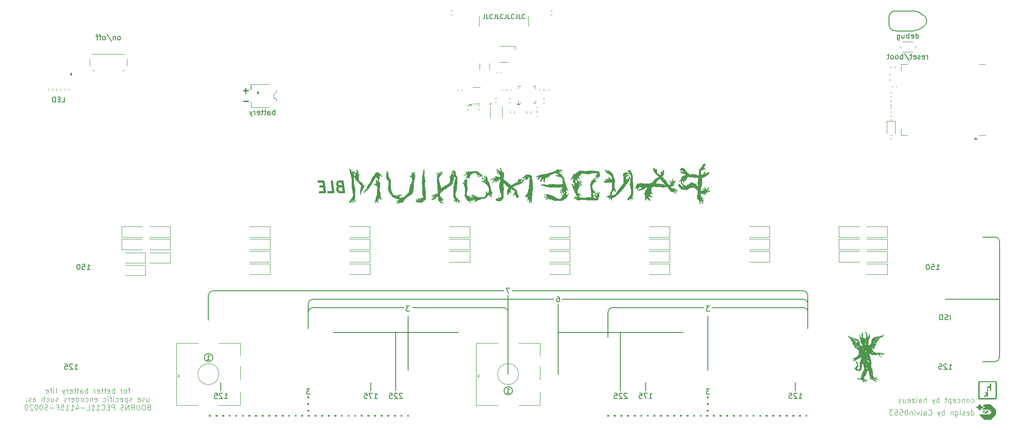
<source format=gbr>
%TF.GenerationSoftware,KiCad,Pcbnew,8.0.8*%
%TF.CreationDate,2025-05-03T23:26:06+02:00*%
%TF.ProjectId,pandemonium BLE e7 cutout,70616e64-656d-46f6-9e69-756d20424c45,rev?*%
%TF.SameCoordinates,Original*%
%TF.FileFunction,Legend,Bot*%
%TF.FilePolarity,Positive*%
%FSLAX46Y46*%
G04 Gerber Fmt 4.6, Leading zero omitted, Abs format (unit mm)*
G04 Created by KiCad (PCBNEW 8.0.8) date 2025-05-03 23:26:06*
%MOMM*%
%LPD*%
G01*
G04 APERTURE LIST*
%ADD10C,0.150000*%
%ADD11C,0.300000*%
%ADD12C,0.250000*%
%ADD13C,0.200000*%
%ADD14C,0.125000*%
%ADD15C,0.400000*%
%ADD16C,0.000000*%
%ADD17C,0.100000*%
%ADD18C,0.120000*%
G04 APERTURE END LIST*
D10*
X146050000Y-88106250D02*
X146050000Y-83343750D01*
D11*
X107950000Y-103187500D02*
X107890000Y-103187500D01*
X106690000Y-103187500D02*
X106630000Y-103187500D01*
X105430000Y-103187500D02*
X105370000Y-103187500D01*
X104170000Y-103187500D02*
X104110000Y-103187500D01*
X102910000Y-103187500D02*
X102850000Y-103187500D01*
X101650000Y-103187500D02*
X101590000Y-103187500D01*
X100390000Y-103187500D02*
X100330000Y-103187500D01*
X99130000Y-103187500D02*
X99070000Y-103187500D01*
X97870000Y-103187500D02*
X97810000Y-103187500D01*
X96610000Y-103187500D02*
X96550000Y-103187500D01*
X95350000Y-103187500D02*
X95290000Y-103187500D01*
X94090000Y-103187500D02*
X94030000Y-103187500D01*
X92830000Y-103187500D02*
X92770000Y-103187500D01*
X91570000Y-103187500D02*
X91510000Y-103187500D01*
X90310000Y-103187500D02*
X90250000Y-103187500D01*
X89050000Y-103187500D02*
X88990000Y-103187500D01*
X87790000Y-103187500D02*
X87730000Y-103187500D01*
X86530000Y-103187500D02*
X86470000Y-103187500D01*
X85270000Y-103187500D02*
X85210000Y-103187500D01*
X84010000Y-103187500D02*
X83950000Y-103187500D01*
X82750000Y-103187500D02*
X82690000Y-103187500D01*
X81490000Y-103187500D02*
X81430000Y-103187500D01*
X80230000Y-103187500D02*
X80170000Y-103187500D01*
X78970000Y-103187500D02*
X78910000Y-103187500D01*
X77710000Y-103187500D02*
X77650000Y-103187500D01*
X76450000Y-103187500D02*
X76390000Y-103187500D01*
X75190000Y-103187500D02*
X75130000Y-103187500D01*
X73930000Y-103187500D02*
X73870000Y-103187500D01*
X72670000Y-103187500D02*
X72610000Y-103187500D01*
X71410000Y-103187500D02*
X71350000Y-103187500D01*
X70150000Y-103187500D02*
X70090000Y-103187500D01*
D10*
X100806250Y-98425000D02*
X100806250Y-96837500D01*
X183356300Y-80962450D02*
G75*
G02*
X184150050Y-81756200I-100J-793850D01*
G01*
X126206250Y-79375000D02*
X70643750Y-79375000D01*
X108743750Y-82550000D02*
X126206250Y-82550000D01*
X219868750Y-69056250D02*
G75*
G02*
X220662450Y-69850000I-50J-793750D01*
G01*
X165100000Y-84137500D02*
X165100000Y-94456250D01*
X183356301Y-82549949D02*
X165893750Y-82550000D01*
X181768750Y-98425000D02*
X181768750Y-96837500D01*
D11*
X146050000Y-103187500D02*
X146110000Y-103187500D01*
X147310000Y-103187500D02*
X147370000Y-103187500D01*
X148570000Y-103187500D02*
X148630000Y-103187500D01*
X149830000Y-103187500D02*
X149890000Y-103187500D01*
X151090000Y-103187500D02*
X151150000Y-103187500D01*
X152350000Y-103187500D02*
X152410000Y-103187500D01*
X153610000Y-103187500D02*
X153670000Y-103187500D01*
X154870000Y-103187500D02*
X154930000Y-103187500D01*
X156130000Y-103187500D02*
X156190000Y-103187500D01*
X157390000Y-103187500D02*
X157450000Y-103187500D01*
X158650000Y-103187500D02*
X158710000Y-103187500D01*
X159910000Y-103187500D02*
X159970000Y-103187500D01*
X161170000Y-103187500D02*
X161230000Y-103187500D01*
X162430000Y-103187500D02*
X162490000Y-103187500D01*
X163690000Y-103187500D02*
X163750000Y-103187500D01*
X164950000Y-103187500D02*
X165010000Y-103187500D01*
X166210000Y-103187500D02*
X166270000Y-103187500D01*
X167470000Y-103187500D02*
X167530000Y-103187500D01*
X168730000Y-103187500D02*
X168790000Y-103187500D01*
X169990000Y-103187500D02*
X170050000Y-103187500D01*
X171250000Y-103187500D02*
X171310000Y-103187500D01*
X172510000Y-103187500D02*
X172570000Y-103187500D01*
X173770000Y-103187500D02*
X173830000Y-103187500D01*
X175030000Y-103187500D02*
X175090000Y-103187500D01*
X176290000Y-103187500D02*
X176350000Y-103187500D01*
X177550000Y-103187500D02*
X177610000Y-103187500D01*
X178810000Y-103187500D02*
X178870000Y-103187500D01*
X180070000Y-103187500D02*
X180130000Y-103187500D01*
X181330000Y-103187500D02*
X181390000Y-103187500D01*
X182590000Y-103187500D02*
X182650000Y-103187500D01*
X183850000Y-103187500D02*
X183910000Y-103187500D01*
D10*
X69850000Y-80168750D02*
G75*
G02*
X70643750Y-79375000I793800J-50D01*
G01*
X148431250Y-87312500D02*
X148431250Y-98425000D01*
X88899950Y-86518700D02*
X88899950Y-81756200D01*
X88899950Y-81756200D02*
G75*
G02*
X89693700Y-80962450I793850J-100D01*
G01*
X135731250Y-80962500D02*
X89693750Y-80962500D01*
X88899949Y-83343699D02*
G75*
G02*
X89693699Y-82549949I793851J-101D01*
G01*
X107156250Y-82550000D02*
X89693750Y-82550000D01*
X183356250Y-79375000D02*
X127793750Y-79375000D01*
X153193750Y-98425000D02*
X153193750Y-96837500D01*
X69850000Y-84931250D02*
X69850000Y-80168750D01*
X219868750Y-69056250D02*
X217487500Y-69056250D01*
X210343750Y-80962500D02*
X220662500Y-80962500D01*
D11*
X165109408Y-99692972D02*
X165109246Y-99752972D01*
X165106016Y-100952967D02*
X165105854Y-101012967D01*
X165102624Y-102212963D02*
X165102462Y-102272963D01*
D10*
X164306250Y-82550000D02*
X146843750Y-82550000D01*
X184150050Y-86518700D02*
X184150050Y-81756200D01*
X219868750Y-92868750D02*
X217487500Y-92868750D01*
X136525000Y-87312500D02*
X160337500Y-87312500D01*
X126206250Y-82550000D02*
G75*
G02*
X127000000Y-83343750I-50J-793800D01*
G01*
X146049949Y-83343699D02*
G75*
G02*
X146843699Y-82549949I793851J-101D01*
G01*
X72231250Y-98425000D02*
X72231250Y-96837500D01*
X70687352Y-92089534D02*
G75*
G02*
X69099852Y-92089534I-793750J0D01*
G01*
X69099852Y-92089534D02*
G75*
G02*
X70687352Y-92089534I793750J0D01*
G01*
X220662500Y-69850000D02*
X220662500Y-92075000D01*
X107950000Y-84137500D02*
X107950000Y-94456250D01*
D11*
X88909408Y-99692972D02*
X88909246Y-99752972D01*
X88906016Y-100952967D02*
X88905854Y-101012967D01*
X88902624Y-102212963D02*
X88902462Y-102272963D01*
D10*
X127000000Y-80168750D02*
X127000000Y-95250000D01*
X127825647Y-98434113D02*
G75*
G02*
X126238147Y-98434113I-793750J0D01*
G01*
X126238147Y-98434113D02*
G75*
G02*
X127825647Y-98434113I793750J0D01*
G01*
X183356301Y-82549949D02*
G75*
G02*
X184150051Y-83343699I-101J-793851D01*
G01*
X183356250Y-79375000D02*
G75*
G02*
X184150000Y-80168750I-50J-793800D01*
G01*
X220662500Y-92075000D02*
G75*
G02*
X219868750Y-92868800I-793800J0D01*
G01*
X137318750Y-80962500D02*
X183356250Y-80962500D01*
X184150000Y-84931250D02*
X184150000Y-80168750D01*
X105568750Y-87312500D02*
X105568750Y-98425000D01*
X93662500Y-87312500D02*
X117475000Y-87312500D01*
X136525000Y-81756250D02*
X136525000Y-95250000D01*
D12*
X76533137Y-43068695D02*
X77485518Y-43068695D01*
D10*
X211010416Y-94326069D02*
X211581844Y-94326069D01*
X211296130Y-94326069D02*
X211296130Y-93326069D01*
X211296130Y-93326069D02*
X211391368Y-93468926D01*
X211391368Y-93468926D02*
X211486606Y-93564164D01*
X211486606Y-93564164D02*
X211581844Y-93611783D01*
X210629463Y-93421307D02*
X210581844Y-93373688D01*
X210581844Y-93373688D02*
X210486606Y-93326069D01*
X210486606Y-93326069D02*
X210248511Y-93326069D01*
X210248511Y-93326069D02*
X210153273Y-93373688D01*
X210153273Y-93373688D02*
X210105654Y-93421307D01*
X210105654Y-93421307D02*
X210058035Y-93516545D01*
X210058035Y-93516545D02*
X210058035Y-93611783D01*
X210058035Y-93611783D02*
X210105654Y-93754640D01*
X210105654Y-93754640D02*
X210677082Y-94326069D01*
X210677082Y-94326069D02*
X210058035Y-94326069D01*
X209153273Y-93326069D02*
X209629463Y-93326069D01*
X209629463Y-93326069D02*
X209677082Y-93802259D01*
X209677082Y-93802259D02*
X209629463Y-93754640D01*
X209629463Y-93754640D02*
X209534225Y-93707021D01*
X209534225Y-93707021D02*
X209296130Y-93707021D01*
X209296130Y-93707021D02*
X209200892Y-93754640D01*
X209200892Y-93754640D02*
X209153273Y-93802259D01*
X209153273Y-93802259D02*
X209105654Y-93897497D01*
X209105654Y-93897497D02*
X209105654Y-94135592D01*
X209105654Y-94135592D02*
X209153273Y-94230830D01*
X209153273Y-94230830D02*
X209200892Y-94278450D01*
X209200892Y-94278450D02*
X209296130Y-94326069D01*
X209296130Y-94326069D02*
X209534225Y-94326069D01*
X209534225Y-94326069D02*
X209629463Y-94278450D01*
X209629463Y-94278450D02*
X209677082Y-94230830D01*
D13*
X41917857Y-43314719D02*
X42394047Y-43314719D01*
X42394047Y-43314719D02*
X42394047Y-42314719D01*
X41584523Y-42790909D02*
X41251190Y-42790909D01*
X41108333Y-43314719D02*
X41584523Y-43314719D01*
X41584523Y-43314719D02*
X41584523Y-42314719D01*
X41584523Y-42314719D02*
X41108333Y-42314719D01*
X40679761Y-43314719D02*
X40679761Y-42314719D01*
X40679761Y-42314719D02*
X40441666Y-42314719D01*
X40441666Y-42314719D02*
X40298809Y-42362338D01*
X40298809Y-42362338D02*
X40203571Y-42457576D01*
X40203571Y-42457576D02*
X40155952Y-42552814D01*
X40155952Y-42552814D02*
X40108333Y-42743290D01*
X40108333Y-42743290D02*
X40108333Y-42886147D01*
X40108333Y-42886147D02*
X40155952Y-43076623D01*
X40155952Y-43076623D02*
X40203571Y-43171861D01*
X40203571Y-43171861D02*
X40298809Y-43267100D01*
X40298809Y-43267100D02*
X40441666Y-43314719D01*
X40441666Y-43314719D02*
X40679761Y-43314719D01*
D14*
X54926490Y-98192008D02*
X54545538Y-98192008D01*
X54783633Y-98858675D02*
X54783633Y-98001532D01*
X54783633Y-98001532D02*
X54736014Y-97906294D01*
X54736014Y-97906294D02*
X54640776Y-97858675D01*
X54640776Y-97858675D02*
X54545538Y-97858675D01*
X54069347Y-98858675D02*
X54164585Y-98811056D01*
X54164585Y-98811056D02*
X54212204Y-98763436D01*
X54212204Y-98763436D02*
X54259823Y-98668198D01*
X54259823Y-98668198D02*
X54259823Y-98382484D01*
X54259823Y-98382484D02*
X54212204Y-98287246D01*
X54212204Y-98287246D02*
X54164585Y-98239627D01*
X54164585Y-98239627D02*
X54069347Y-98192008D01*
X54069347Y-98192008D02*
X53926490Y-98192008D01*
X53926490Y-98192008D02*
X53831252Y-98239627D01*
X53831252Y-98239627D02*
X53783633Y-98287246D01*
X53783633Y-98287246D02*
X53736014Y-98382484D01*
X53736014Y-98382484D02*
X53736014Y-98668198D01*
X53736014Y-98668198D02*
X53783633Y-98763436D01*
X53783633Y-98763436D02*
X53831252Y-98811056D01*
X53831252Y-98811056D02*
X53926490Y-98858675D01*
X53926490Y-98858675D02*
X54069347Y-98858675D01*
X53307442Y-98858675D02*
X53307442Y-98192008D01*
X53307442Y-98382484D02*
X53259823Y-98287246D01*
X53259823Y-98287246D02*
X53212204Y-98239627D01*
X53212204Y-98239627D02*
X53116966Y-98192008D01*
X53116966Y-98192008D02*
X53021728Y-98192008D01*
X51926489Y-98858675D02*
X51926489Y-97858675D01*
X51926489Y-98239627D02*
X51831251Y-98192008D01*
X51831251Y-98192008D02*
X51640775Y-98192008D01*
X51640775Y-98192008D02*
X51545537Y-98239627D01*
X51545537Y-98239627D02*
X51497918Y-98287246D01*
X51497918Y-98287246D02*
X51450299Y-98382484D01*
X51450299Y-98382484D02*
X51450299Y-98668198D01*
X51450299Y-98668198D02*
X51497918Y-98763436D01*
X51497918Y-98763436D02*
X51545537Y-98811056D01*
X51545537Y-98811056D02*
X51640775Y-98858675D01*
X51640775Y-98858675D02*
X51831251Y-98858675D01*
X51831251Y-98858675D02*
X51926489Y-98811056D01*
X50640775Y-98811056D02*
X50736013Y-98858675D01*
X50736013Y-98858675D02*
X50926489Y-98858675D01*
X50926489Y-98858675D02*
X51021727Y-98811056D01*
X51021727Y-98811056D02*
X51069346Y-98715817D01*
X51069346Y-98715817D02*
X51069346Y-98334865D01*
X51069346Y-98334865D02*
X51021727Y-98239627D01*
X51021727Y-98239627D02*
X50926489Y-98192008D01*
X50926489Y-98192008D02*
X50736013Y-98192008D01*
X50736013Y-98192008D02*
X50640775Y-98239627D01*
X50640775Y-98239627D02*
X50593156Y-98334865D01*
X50593156Y-98334865D02*
X50593156Y-98430103D01*
X50593156Y-98430103D02*
X51069346Y-98525341D01*
X50307441Y-98192008D02*
X49926489Y-98192008D01*
X50164584Y-97858675D02*
X50164584Y-98715817D01*
X50164584Y-98715817D02*
X50116965Y-98811056D01*
X50116965Y-98811056D02*
X50021727Y-98858675D01*
X50021727Y-98858675D02*
X49926489Y-98858675D01*
X49736012Y-98192008D02*
X49355060Y-98192008D01*
X49593155Y-97858675D02*
X49593155Y-98715817D01*
X49593155Y-98715817D02*
X49545536Y-98811056D01*
X49545536Y-98811056D02*
X49450298Y-98858675D01*
X49450298Y-98858675D02*
X49355060Y-98858675D01*
X48640774Y-98811056D02*
X48736012Y-98858675D01*
X48736012Y-98858675D02*
X48926488Y-98858675D01*
X48926488Y-98858675D02*
X49021726Y-98811056D01*
X49021726Y-98811056D02*
X49069345Y-98715817D01*
X49069345Y-98715817D02*
X49069345Y-98334865D01*
X49069345Y-98334865D02*
X49021726Y-98239627D01*
X49021726Y-98239627D02*
X48926488Y-98192008D01*
X48926488Y-98192008D02*
X48736012Y-98192008D01*
X48736012Y-98192008D02*
X48640774Y-98239627D01*
X48640774Y-98239627D02*
X48593155Y-98334865D01*
X48593155Y-98334865D02*
X48593155Y-98430103D01*
X48593155Y-98430103D02*
X49069345Y-98525341D01*
X48164583Y-98858675D02*
X48164583Y-98192008D01*
X48164583Y-98382484D02*
X48116964Y-98287246D01*
X48116964Y-98287246D02*
X48069345Y-98239627D01*
X48069345Y-98239627D02*
X47974107Y-98192008D01*
X47974107Y-98192008D02*
X47878869Y-98192008D01*
X46783630Y-98858675D02*
X46783630Y-97858675D01*
X46783630Y-98239627D02*
X46688392Y-98192008D01*
X46688392Y-98192008D02*
X46497916Y-98192008D01*
X46497916Y-98192008D02*
X46402678Y-98239627D01*
X46402678Y-98239627D02*
X46355059Y-98287246D01*
X46355059Y-98287246D02*
X46307440Y-98382484D01*
X46307440Y-98382484D02*
X46307440Y-98668198D01*
X46307440Y-98668198D02*
X46355059Y-98763436D01*
X46355059Y-98763436D02*
X46402678Y-98811056D01*
X46402678Y-98811056D02*
X46497916Y-98858675D01*
X46497916Y-98858675D02*
X46688392Y-98858675D01*
X46688392Y-98858675D02*
X46783630Y-98811056D01*
X45450297Y-98858675D02*
X45450297Y-98334865D01*
X45450297Y-98334865D02*
X45497916Y-98239627D01*
X45497916Y-98239627D02*
X45593154Y-98192008D01*
X45593154Y-98192008D02*
X45783630Y-98192008D01*
X45783630Y-98192008D02*
X45878868Y-98239627D01*
X45450297Y-98811056D02*
X45545535Y-98858675D01*
X45545535Y-98858675D02*
X45783630Y-98858675D01*
X45783630Y-98858675D02*
X45878868Y-98811056D01*
X45878868Y-98811056D02*
X45926487Y-98715817D01*
X45926487Y-98715817D02*
X45926487Y-98620579D01*
X45926487Y-98620579D02*
X45878868Y-98525341D01*
X45878868Y-98525341D02*
X45783630Y-98477722D01*
X45783630Y-98477722D02*
X45545535Y-98477722D01*
X45545535Y-98477722D02*
X45450297Y-98430103D01*
X45116963Y-98192008D02*
X44736011Y-98192008D01*
X44974106Y-97858675D02*
X44974106Y-98715817D01*
X44974106Y-98715817D02*
X44926487Y-98811056D01*
X44926487Y-98811056D02*
X44831249Y-98858675D01*
X44831249Y-98858675D02*
X44736011Y-98858675D01*
X44545534Y-98192008D02*
X44164582Y-98192008D01*
X44402677Y-97858675D02*
X44402677Y-98715817D01*
X44402677Y-98715817D02*
X44355058Y-98811056D01*
X44355058Y-98811056D02*
X44259820Y-98858675D01*
X44259820Y-98858675D02*
X44164582Y-98858675D01*
X43450296Y-98811056D02*
X43545534Y-98858675D01*
X43545534Y-98858675D02*
X43736010Y-98858675D01*
X43736010Y-98858675D02*
X43831248Y-98811056D01*
X43831248Y-98811056D02*
X43878867Y-98715817D01*
X43878867Y-98715817D02*
X43878867Y-98334865D01*
X43878867Y-98334865D02*
X43831248Y-98239627D01*
X43831248Y-98239627D02*
X43736010Y-98192008D01*
X43736010Y-98192008D02*
X43545534Y-98192008D01*
X43545534Y-98192008D02*
X43450296Y-98239627D01*
X43450296Y-98239627D02*
X43402677Y-98334865D01*
X43402677Y-98334865D02*
X43402677Y-98430103D01*
X43402677Y-98430103D02*
X43878867Y-98525341D01*
X42974105Y-98858675D02*
X42974105Y-98192008D01*
X42974105Y-98382484D02*
X42926486Y-98287246D01*
X42926486Y-98287246D02*
X42878867Y-98239627D01*
X42878867Y-98239627D02*
X42783629Y-98192008D01*
X42783629Y-98192008D02*
X42688391Y-98192008D01*
X42450295Y-98192008D02*
X42212200Y-98858675D01*
X41974105Y-98192008D02*
X42212200Y-98858675D01*
X42212200Y-98858675D02*
X42307438Y-99096770D01*
X42307438Y-99096770D02*
X42355057Y-99144389D01*
X42355057Y-99144389D02*
X42450295Y-99192008D01*
X40688390Y-98858675D02*
X40783628Y-98811056D01*
X40783628Y-98811056D02*
X40831247Y-98715817D01*
X40831247Y-98715817D02*
X40831247Y-97858675D01*
X40307437Y-98858675D02*
X40307437Y-98192008D01*
X40307437Y-97858675D02*
X40355056Y-97906294D01*
X40355056Y-97906294D02*
X40307437Y-97953913D01*
X40307437Y-97953913D02*
X40259818Y-97906294D01*
X40259818Y-97906294D02*
X40307437Y-97858675D01*
X40307437Y-97858675D02*
X40307437Y-97953913D01*
X39974104Y-98192008D02*
X39593152Y-98192008D01*
X39831247Y-98858675D02*
X39831247Y-98001532D01*
X39831247Y-98001532D02*
X39783628Y-97906294D01*
X39783628Y-97906294D02*
X39688390Y-97858675D01*
X39688390Y-97858675D02*
X39593152Y-97858675D01*
X38878866Y-98811056D02*
X38974104Y-98858675D01*
X38974104Y-98858675D02*
X39164580Y-98858675D01*
X39164580Y-98858675D02*
X39259818Y-98811056D01*
X39259818Y-98811056D02*
X39307437Y-98715817D01*
X39307437Y-98715817D02*
X39307437Y-98334865D01*
X39307437Y-98334865D02*
X39259818Y-98239627D01*
X39259818Y-98239627D02*
X39164580Y-98192008D01*
X39164580Y-98192008D02*
X38974104Y-98192008D01*
X38974104Y-98192008D02*
X38878866Y-98239627D01*
X38878866Y-98239627D02*
X38831247Y-98334865D01*
X38831247Y-98334865D02*
X38831247Y-98430103D01*
X38831247Y-98430103D02*
X39307437Y-98525341D01*
X58069346Y-99801952D02*
X58069346Y-100468619D01*
X58497917Y-99801952D02*
X58497917Y-100325761D01*
X58497917Y-100325761D02*
X58450298Y-100421000D01*
X58450298Y-100421000D02*
X58355060Y-100468619D01*
X58355060Y-100468619D02*
X58212203Y-100468619D01*
X58212203Y-100468619D02*
X58116965Y-100421000D01*
X58116965Y-100421000D02*
X58069346Y-100373380D01*
X57640774Y-100421000D02*
X57545536Y-100468619D01*
X57545536Y-100468619D02*
X57355060Y-100468619D01*
X57355060Y-100468619D02*
X57259822Y-100421000D01*
X57259822Y-100421000D02*
X57212203Y-100325761D01*
X57212203Y-100325761D02*
X57212203Y-100278142D01*
X57212203Y-100278142D02*
X57259822Y-100182904D01*
X57259822Y-100182904D02*
X57355060Y-100135285D01*
X57355060Y-100135285D02*
X57497917Y-100135285D01*
X57497917Y-100135285D02*
X57593155Y-100087666D01*
X57593155Y-100087666D02*
X57640774Y-99992428D01*
X57640774Y-99992428D02*
X57640774Y-99944809D01*
X57640774Y-99944809D02*
X57593155Y-99849571D01*
X57593155Y-99849571D02*
X57497917Y-99801952D01*
X57497917Y-99801952D02*
X57355060Y-99801952D01*
X57355060Y-99801952D02*
X57259822Y-99849571D01*
X56402679Y-100421000D02*
X56497917Y-100468619D01*
X56497917Y-100468619D02*
X56688393Y-100468619D01*
X56688393Y-100468619D02*
X56783631Y-100421000D01*
X56783631Y-100421000D02*
X56831250Y-100325761D01*
X56831250Y-100325761D02*
X56831250Y-99944809D01*
X56831250Y-99944809D02*
X56783631Y-99849571D01*
X56783631Y-99849571D02*
X56688393Y-99801952D01*
X56688393Y-99801952D02*
X56497917Y-99801952D01*
X56497917Y-99801952D02*
X56402679Y-99849571D01*
X56402679Y-99849571D02*
X56355060Y-99944809D01*
X56355060Y-99944809D02*
X56355060Y-100040047D01*
X56355060Y-100040047D02*
X56831250Y-100135285D01*
X55212202Y-100421000D02*
X55116964Y-100468619D01*
X55116964Y-100468619D02*
X54926488Y-100468619D01*
X54926488Y-100468619D02*
X54831250Y-100421000D01*
X54831250Y-100421000D02*
X54783631Y-100325761D01*
X54783631Y-100325761D02*
X54783631Y-100278142D01*
X54783631Y-100278142D02*
X54831250Y-100182904D01*
X54831250Y-100182904D02*
X54926488Y-100135285D01*
X54926488Y-100135285D02*
X55069345Y-100135285D01*
X55069345Y-100135285D02*
X55164583Y-100087666D01*
X55164583Y-100087666D02*
X55212202Y-99992428D01*
X55212202Y-99992428D02*
X55212202Y-99944809D01*
X55212202Y-99944809D02*
X55164583Y-99849571D01*
X55164583Y-99849571D02*
X55069345Y-99801952D01*
X55069345Y-99801952D02*
X54926488Y-99801952D01*
X54926488Y-99801952D02*
X54831250Y-99849571D01*
X54355059Y-99801952D02*
X54355059Y-100801952D01*
X54355059Y-99849571D02*
X54259821Y-99801952D01*
X54259821Y-99801952D02*
X54069345Y-99801952D01*
X54069345Y-99801952D02*
X53974107Y-99849571D01*
X53974107Y-99849571D02*
X53926488Y-99897190D01*
X53926488Y-99897190D02*
X53878869Y-99992428D01*
X53878869Y-99992428D02*
X53878869Y-100278142D01*
X53878869Y-100278142D02*
X53926488Y-100373380D01*
X53926488Y-100373380D02*
X53974107Y-100421000D01*
X53974107Y-100421000D02*
X54069345Y-100468619D01*
X54069345Y-100468619D02*
X54259821Y-100468619D01*
X54259821Y-100468619D02*
X54355059Y-100421000D01*
X53069345Y-100421000D02*
X53164583Y-100468619D01*
X53164583Y-100468619D02*
X53355059Y-100468619D01*
X53355059Y-100468619D02*
X53450297Y-100421000D01*
X53450297Y-100421000D02*
X53497916Y-100325761D01*
X53497916Y-100325761D02*
X53497916Y-99944809D01*
X53497916Y-99944809D02*
X53450297Y-99849571D01*
X53450297Y-99849571D02*
X53355059Y-99801952D01*
X53355059Y-99801952D02*
X53164583Y-99801952D01*
X53164583Y-99801952D02*
X53069345Y-99849571D01*
X53069345Y-99849571D02*
X53021726Y-99944809D01*
X53021726Y-99944809D02*
X53021726Y-100040047D01*
X53021726Y-100040047D02*
X53497916Y-100135285D01*
X52164583Y-100421000D02*
X52259821Y-100468619D01*
X52259821Y-100468619D02*
X52450297Y-100468619D01*
X52450297Y-100468619D02*
X52545535Y-100421000D01*
X52545535Y-100421000D02*
X52593154Y-100373380D01*
X52593154Y-100373380D02*
X52640773Y-100278142D01*
X52640773Y-100278142D02*
X52640773Y-99992428D01*
X52640773Y-99992428D02*
X52593154Y-99897190D01*
X52593154Y-99897190D02*
X52545535Y-99849571D01*
X52545535Y-99849571D02*
X52450297Y-99801952D01*
X52450297Y-99801952D02*
X52259821Y-99801952D01*
X52259821Y-99801952D02*
X52164583Y-99849571D01*
X51736011Y-100468619D02*
X51736011Y-99801952D01*
X51736011Y-99468619D02*
X51783630Y-99516238D01*
X51783630Y-99516238D02*
X51736011Y-99563857D01*
X51736011Y-99563857D02*
X51688392Y-99516238D01*
X51688392Y-99516238D02*
X51736011Y-99468619D01*
X51736011Y-99468619D02*
X51736011Y-99563857D01*
X51402678Y-99801952D02*
X51021726Y-99801952D01*
X51259821Y-100468619D02*
X51259821Y-99611476D01*
X51259821Y-99611476D02*
X51212202Y-99516238D01*
X51212202Y-99516238D02*
X51116964Y-99468619D01*
X51116964Y-99468619D02*
X51021726Y-99468619D01*
X50688392Y-100468619D02*
X50688392Y-99801952D01*
X50688392Y-99468619D02*
X50736011Y-99516238D01*
X50736011Y-99516238D02*
X50688392Y-99563857D01*
X50688392Y-99563857D02*
X50640773Y-99516238D01*
X50640773Y-99516238D02*
X50688392Y-99468619D01*
X50688392Y-99468619D02*
X50688392Y-99563857D01*
X49783631Y-100421000D02*
X49878869Y-100468619D01*
X49878869Y-100468619D02*
X50069345Y-100468619D01*
X50069345Y-100468619D02*
X50164583Y-100421000D01*
X50164583Y-100421000D02*
X50212202Y-100373380D01*
X50212202Y-100373380D02*
X50259821Y-100278142D01*
X50259821Y-100278142D02*
X50259821Y-99992428D01*
X50259821Y-99992428D02*
X50212202Y-99897190D01*
X50212202Y-99897190D02*
X50164583Y-99849571D01*
X50164583Y-99849571D02*
X50069345Y-99801952D01*
X50069345Y-99801952D02*
X49878869Y-99801952D01*
X49878869Y-99801952D02*
X49783631Y-99849571D01*
X48212202Y-100421000D02*
X48307440Y-100468619D01*
X48307440Y-100468619D02*
X48497916Y-100468619D01*
X48497916Y-100468619D02*
X48593154Y-100421000D01*
X48593154Y-100421000D02*
X48640773Y-100325761D01*
X48640773Y-100325761D02*
X48640773Y-99944809D01*
X48640773Y-99944809D02*
X48593154Y-99849571D01*
X48593154Y-99849571D02*
X48497916Y-99801952D01*
X48497916Y-99801952D02*
X48307440Y-99801952D01*
X48307440Y-99801952D02*
X48212202Y-99849571D01*
X48212202Y-99849571D02*
X48164583Y-99944809D01*
X48164583Y-99944809D02*
X48164583Y-100040047D01*
X48164583Y-100040047D02*
X48640773Y-100135285D01*
X47736011Y-99801952D02*
X47736011Y-100468619D01*
X47736011Y-99897190D02*
X47688392Y-99849571D01*
X47688392Y-99849571D02*
X47593154Y-99801952D01*
X47593154Y-99801952D02*
X47450297Y-99801952D01*
X47450297Y-99801952D02*
X47355059Y-99849571D01*
X47355059Y-99849571D02*
X47307440Y-99944809D01*
X47307440Y-99944809D02*
X47307440Y-100468619D01*
X46402678Y-100421000D02*
X46497916Y-100468619D01*
X46497916Y-100468619D02*
X46688392Y-100468619D01*
X46688392Y-100468619D02*
X46783630Y-100421000D01*
X46783630Y-100421000D02*
X46831249Y-100373380D01*
X46831249Y-100373380D02*
X46878868Y-100278142D01*
X46878868Y-100278142D02*
X46878868Y-99992428D01*
X46878868Y-99992428D02*
X46831249Y-99897190D01*
X46831249Y-99897190D02*
X46783630Y-99849571D01*
X46783630Y-99849571D02*
X46688392Y-99801952D01*
X46688392Y-99801952D02*
X46497916Y-99801952D01*
X46497916Y-99801952D02*
X46402678Y-99849571D01*
X45831249Y-100468619D02*
X45926487Y-100421000D01*
X45926487Y-100421000D02*
X45974106Y-100373380D01*
X45974106Y-100373380D02*
X46021725Y-100278142D01*
X46021725Y-100278142D02*
X46021725Y-99992428D01*
X46021725Y-99992428D02*
X45974106Y-99897190D01*
X45974106Y-99897190D02*
X45926487Y-99849571D01*
X45926487Y-99849571D02*
X45831249Y-99801952D01*
X45831249Y-99801952D02*
X45688392Y-99801952D01*
X45688392Y-99801952D02*
X45593154Y-99849571D01*
X45593154Y-99849571D02*
X45545535Y-99897190D01*
X45545535Y-99897190D02*
X45497916Y-99992428D01*
X45497916Y-99992428D02*
X45497916Y-100278142D01*
X45497916Y-100278142D02*
X45545535Y-100373380D01*
X45545535Y-100373380D02*
X45593154Y-100421000D01*
X45593154Y-100421000D02*
X45688392Y-100468619D01*
X45688392Y-100468619D02*
X45831249Y-100468619D01*
X44640773Y-100468619D02*
X44640773Y-99468619D01*
X44640773Y-100421000D02*
X44736011Y-100468619D01*
X44736011Y-100468619D02*
X44926487Y-100468619D01*
X44926487Y-100468619D02*
X45021725Y-100421000D01*
X45021725Y-100421000D02*
X45069344Y-100373380D01*
X45069344Y-100373380D02*
X45116963Y-100278142D01*
X45116963Y-100278142D02*
X45116963Y-99992428D01*
X45116963Y-99992428D02*
X45069344Y-99897190D01*
X45069344Y-99897190D02*
X45021725Y-99849571D01*
X45021725Y-99849571D02*
X44926487Y-99801952D01*
X44926487Y-99801952D02*
X44736011Y-99801952D01*
X44736011Y-99801952D02*
X44640773Y-99849571D01*
X43783630Y-100421000D02*
X43878868Y-100468619D01*
X43878868Y-100468619D02*
X44069344Y-100468619D01*
X44069344Y-100468619D02*
X44164582Y-100421000D01*
X44164582Y-100421000D02*
X44212201Y-100325761D01*
X44212201Y-100325761D02*
X44212201Y-99944809D01*
X44212201Y-99944809D02*
X44164582Y-99849571D01*
X44164582Y-99849571D02*
X44069344Y-99801952D01*
X44069344Y-99801952D02*
X43878868Y-99801952D01*
X43878868Y-99801952D02*
X43783630Y-99849571D01*
X43783630Y-99849571D02*
X43736011Y-99944809D01*
X43736011Y-99944809D02*
X43736011Y-100040047D01*
X43736011Y-100040047D02*
X44212201Y-100135285D01*
X43307439Y-100468619D02*
X43307439Y-99801952D01*
X43307439Y-99992428D02*
X43259820Y-99897190D01*
X43259820Y-99897190D02*
X43212201Y-99849571D01*
X43212201Y-99849571D02*
X43116963Y-99801952D01*
X43116963Y-99801952D02*
X43021725Y-99801952D01*
X42736010Y-100421000D02*
X42640772Y-100468619D01*
X42640772Y-100468619D02*
X42450296Y-100468619D01*
X42450296Y-100468619D02*
X42355058Y-100421000D01*
X42355058Y-100421000D02*
X42307439Y-100325761D01*
X42307439Y-100325761D02*
X42307439Y-100278142D01*
X42307439Y-100278142D02*
X42355058Y-100182904D01*
X42355058Y-100182904D02*
X42450296Y-100135285D01*
X42450296Y-100135285D02*
X42593153Y-100135285D01*
X42593153Y-100135285D02*
X42688391Y-100087666D01*
X42688391Y-100087666D02*
X42736010Y-99992428D01*
X42736010Y-99992428D02*
X42736010Y-99944809D01*
X42736010Y-99944809D02*
X42688391Y-99849571D01*
X42688391Y-99849571D02*
X42593153Y-99801952D01*
X42593153Y-99801952D02*
X42450296Y-99801952D01*
X42450296Y-99801952D02*
X42355058Y-99849571D01*
X41164581Y-100421000D02*
X41069343Y-100468619D01*
X41069343Y-100468619D02*
X40878867Y-100468619D01*
X40878867Y-100468619D02*
X40783629Y-100421000D01*
X40783629Y-100421000D02*
X40736010Y-100325761D01*
X40736010Y-100325761D02*
X40736010Y-100278142D01*
X40736010Y-100278142D02*
X40783629Y-100182904D01*
X40783629Y-100182904D02*
X40878867Y-100135285D01*
X40878867Y-100135285D02*
X41021724Y-100135285D01*
X41021724Y-100135285D02*
X41116962Y-100087666D01*
X41116962Y-100087666D02*
X41164581Y-99992428D01*
X41164581Y-99992428D02*
X41164581Y-99944809D01*
X41164581Y-99944809D02*
X41116962Y-99849571D01*
X41116962Y-99849571D02*
X41021724Y-99801952D01*
X41021724Y-99801952D02*
X40878867Y-99801952D01*
X40878867Y-99801952D02*
X40783629Y-99849571D01*
X39878867Y-99801952D02*
X39878867Y-100468619D01*
X40307438Y-99801952D02*
X40307438Y-100325761D01*
X40307438Y-100325761D02*
X40259819Y-100421000D01*
X40259819Y-100421000D02*
X40164581Y-100468619D01*
X40164581Y-100468619D02*
X40021724Y-100468619D01*
X40021724Y-100468619D02*
X39926486Y-100421000D01*
X39926486Y-100421000D02*
X39878867Y-100373380D01*
X38974105Y-100421000D02*
X39069343Y-100468619D01*
X39069343Y-100468619D02*
X39259819Y-100468619D01*
X39259819Y-100468619D02*
X39355057Y-100421000D01*
X39355057Y-100421000D02*
X39402676Y-100373380D01*
X39402676Y-100373380D02*
X39450295Y-100278142D01*
X39450295Y-100278142D02*
X39450295Y-99992428D01*
X39450295Y-99992428D02*
X39402676Y-99897190D01*
X39402676Y-99897190D02*
X39355057Y-99849571D01*
X39355057Y-99849571D02*
X39259819Y-99801952D01*
X39259819Y-99801952D02*
X39069343Y-99801952D01*
X39069343Y-99801952D02*
X38974105Y-99849571D01*
X38545533Y-100468619D02*
X38545533Y-99468619D01*
X38116962Y-100468619D02*
X38116962Y-99944809D01*
X38116962Y-99944809D02*
X38164581Y-99849571D01*
X38164581Y-99849571D02*
X38259819Y-99801952D01*
X38259819Y-99801952D02*
X38402676Y-99801952D01*
X38402676Y-99801952D02*
X38497914Y-99849571D01*
X38497914Y-99849571D02*
X38545533Y-99897190D01*
X36450295Y-100468619D02*
X36450295Y-99944809D01*
X36450295Y-99944809D02*
X36497914Y-99849571D01*
X36497914Y-99849571D02*
X36593152Y-99801952D01*
X36593152Y-99801952D02*
X36783628Y-99801952D01*
X36783628Y-99801952D02*
X36878866Y-99849571D01*
X36450295Y-100421000D02*
X36545533Y-100468619D01*
X36545533Y-100468619D02*
X36783628Y-100468619D01*
X36783628Y-100468619D02*
X36878866Y-100421000D01*
X36878866Y-100421000D02*
X36926485Y-100325761D01*
X36926485Y-100325761D02*
X36926485Y-100230523D01*
X36926485Y-100230523D02*
X36878866Y-100135285D01*
X36878866Y-100135285D02*
X36783628Y-100087666D01*
X36783628Y-100087666D02*
X36545533Y-100087666D01*
X36545533Y-100087666D02*
X36450295Y-100040047D01*
X36021723Y-100421000D02*
X35926485Y-100468619D01*
X35926485Y-100468619D02*
X35736009Y-100468619D01*
X35736009Y-100468619D02*
X35640771Y-100421000D01*
X35640771Y-100421000D02*
X35593152Y-100325761D01*
X35593152Y-100325761D02*
X35593152Y-100278142D01*
X35593152Y-100278142D02*
X35640771Y-100182904D01*
X35640771Y-100182904D02*
X35736009Y-100135285D01*
X35736009Y-100135285D02*
X35878866Y-100135285D01*
X35878866Y-100135285D02*
X35974104Y-100087666D01*
X35974104Y-100087666D02*
X36021723Y-99992428D01*
X36021723Y-99992428D02*
X36021723Y-99944809D01*
X36021723Y-99944809D02*
X35974104Y-99849571D01*
X35974104Y-99849571D02*
X35878866Y-99801952D01*
X35878866Y-99801952D02*
X35736009Y-99801952D01*
X35736009Y-99801952D02*
X35640771Y-99849571D01*
X35164580Y-100373380D02*
X35116961Y-100421000D01*
X35116961Y-100421000D02*
X35164580Y-100468619D01*
X35164580Y-100468619D02*
X35212199Y-100421000D01*
X35212199Y-100421000D02*
X35164580Y-100373380D01*
X35164580Y-100373380D02*
X35164580Y-100468619D01*
X35164580Y-99849571D02*
X35116961Y-99897190D01*
X35116961Y-99897190D02*
X35164580Y-99944809D01*
X35164580Y-99944809D02*
X35212199Y-99897190D01*
X35212199Y-99897190D02*
X35164580Y-99849571D01*
X35164580Y-99849571D02*
X35164580Y-99944809D01*
X58450297Y-101554753D02*
X58307440Y-101602372D01*
X58307440Y-101602372D02*
X58259821Y-101649991D01*
X58259821Y-101649991D02*
X58212202Y-101745229D01*
X58212202Y-101745229D02*
X58212202Y-101888086D01*
X58212202Y-101888086D02*
X58259821Y-101983324D01*
X58259821Y-101983324D02*
X58307440Y-102030944D01*
X58307440Y-102030944D02*
X58402678Y-102078563D01*
X58402678Y-102078563D02*
X58783630Y-102078563D01*
X58783630Y-102078563D02*
X58783630Y-101078563D01*
X58783630Y-101078563D02*
X58450297Y-101078563D01*
X58450297Y-101078563D02*
X58355059Y-101126182D01*
X58355059Y-101126182D02*
X58307440Y-101173801D01*
X58307440Y-101173801D02*
X58259821Y-101269039D01*
X58259821Y-101269039D02*
X58259821Y-101364277D01*
X58259821Y-101364277D02*
X58307440Y-101459515D01*
X58307440Y-101459515D02*
X58355059Y-101507134D01*
X58355059Y-101507134D02*
X58450297Y-101554753D01*
X58450297Y-101554753D02*
X58783630Y-101554753D01*
X57593154Y-101078563D02*
X57402678Y-101078563D01*
X57402678Y-101078563D02*
X57307440Y-101126182D01*
X57307440Y-101126182D02*
X57212202Y-101221420D01*
X57212202Y-101221420D02*
X57164583Y-101411896D01*
X57164583Y-101411896D02*
X57164583Y-101745229D01*
X57164583Y-101745229D02*
X57212202Y-101935705D01*
X57212202Y-101935705D02*
X57307440Y-102030944D01*
X57307440Y-102030944D02*
X57402678Y-102078563D01*
X57402678Y-102078563D02*
X57593154Y-102078563D01*
X57593154Y-102078563D02*
X57688392Y-102030944D01*
X57688392Y-102030944D02*
X57783630Y-101935705D01*
X57783630Y-101935705D02*
X57831249Y-101745229D01*
X57831249Y-101745229D02*
X57831249Y-101411896D01*
X57831249Y-101411896D02*
X57783630Y-101221420D01*
X57783630Y-101221420D02*
X57688392Y-101126182D01*
X57688392Y-101126182D02*
X57593154Y-101078563D01*
X56736011Y-101078563D02*
X56736011Y-101888086D01*
X56736011Y-101888086D02*
X56688392Y-101983324D01*
X56688392Y-101983324D02*
X56640773Y-102030944D01*
X56640773Y-102030944D02*
X56545535Y-102078563D01*
X56545535Y-102078563D02*
X56355059Y-102078563D01*
X56355059Y-102078563D02*
X56259821Y-102030944D01*
X56259821Y-102030944D02*
X56212202Y-101983324D01*
X56212202Y-101983324D02*
X56164583Y-101888086D01*
X56164583Y-101888086D02*
X56164583Y-101078563D01*
X55116964Y-102078563D02*
X55450297Y-101602372D01*
X55688392Y-102078563D02*
X55688392Y-101078563D01*
X55688392Y-101078563D02*
X55307440Y-101078563D01*
X55307440Y-101078563D02*
X55212202Y-101126182D01*
X55212202Y-101126182D02*
X55164583Y-101173801D01*
X55164583Y-101173801D02*
X55116964Y-101269039D01*
X55116964Y-101269039D02*
X55116964Y-101411896D01*
X55116964Y-101411896D02*
X55164583Y-101507134D01*
X55164583Y-101507134D02*
X55212202Y-101554753D01*
X55212202Y-101554753D02*
X55307440Y-101602372D01*
X55307440Y-101602372D02*
X55688392Y-101602372D01*
X54688392Y-102078563D02*
X54688392Y-101078563D01*
X54688392Y-101078563D02*
X54116964Y-102078563D01*
X54116964Y-102078563D02*
X54116964Y-101078563D01*
X53688392Y-102030944D02*
X53545535Y-102078563D01*
X53545535Y-102078563D02*
X53307440Y-102078563D01*
X53307440Y-102078563D02*
X53212202Y-102030944D01*
X53212202Y-102030944D02*
X53164583Y-101983324D01*
X53164583Y-101983324D02*
X53116964Y-101888086D01*
X53116964Y-101888086D02*
X53116964Y-101792848D01*
X53116964Y-101792848D02*
X53164583Y-101697610D01*
X53164583Y-101697610D02*
X53212202Y-101649991D01*
X53212202Y-101649991D02*
X53307440Y-101602372D01*
X53307440Y-101602372D02*
X53497916Y-101554753D01*
X53497916Y-101554753D02*
X53593154Y-101507134D01*
X53593154Y-101507134D02*
X53640773Y-101459515D01*
X53640773Y-101459515D02*
X53688392Y-101364277D01*
X53688392Y-101364277D02*
X53688392Y-101269039D01*
X53688392Y-101269039D02*
X53640773Y-101173801D01*
X53640773Y-101173801D02*
X53593154Y-101126182D01*
X53593154Y-101126182D02*
X53497916Y-101078563D01*
X53497916Y-101078563D02*
X53259821Y-101078563D01*
X53259821Y-101078563D02*
X53116964Y-101126182D01*
X51926487Y-102078563D02*
X51926487Y-101078563D01*
X51926487Y-101078563D02*
X51545535Y-101078563D01*
X51545535Y-101078563D02*
X51450297Y-101126182D01*
X51450297Y-101126182D02*
X51402678Y-101173801D01*
X51402678Y-101173801D02*
X51355059Y-101269039D01*
X51355059Y-101269039D02*
X51355059Y-101411896D01*
X51355059Y-101411896D02*
X51402678Y-101507134D01*
X51402678Y-101507134D02*
X51450297Y-101554753D01*
X51450297Y-101554753D02*
X51545535Y-101602372D01*
X51545535Y-101602372D02*
X51926487Y-101602372D01*
X50926487Y-101554753D02*
X50593154Y-101554753D01*
X50450297Y-102078563D02*
X50926487Y-102078563D01*
X50926487Y-102078563D02*
X50926487Y-101078563D01*
X50926487Y-101078563D02*
X50450297Y-101078563D01*
X49450297Y-101983324D02*
X49497916Y-102030944D01*
X49497916Y-102030944D02*
X49640773Y-102078563D01*
X49640773Y-102078563D02*
X49736011Y-102078563D01*
X49736011Y-102078563D02*
X49878868Y-102030944D01*
X49878868Y-102030944D02*
X49974106Y-101935705D01*
X49974106Y-101935705D02*
X50021725Y-101840467D01*
X50021725Y-101840467D02*
X50069344Y-101649991D01*
X50069344Y-101649991D02*
X50069344Y-101507134D01*
X50069344Y-101507134D02*
X50021725Y-101316658D01*
X50021725Y-101316658D02*
X49974106Y-101221420D01*
X49974106Y-101221420D02*
X49878868Y-101126182D01*
X49878868Y-101126182D02*
X49736011Y-101078563D01*
X49736011Y-101078563D02*
X49640773Y-101078563D01*
X49640773Y-101078563D02*
X49497916Y-101126182D01*
X49497916Y-101126182D02*
X49450297Y-101173801D01*
X48497916Y-102078563D02*
X49069344Y-102078563D01*
X48783630Y-102078563D02*
X48783630Y-101078563D01*
X48783630Y-101078563D02*
X48878868Y-101221420D01*
X48878868Y-101221420D02*
X48974106Y-101316658D01*
X48974106Y-101316658D02*
X49069344Y-101364277D01*
X47545535Y-102078563D02*
X48116963Y-102078563D01*
X47831249Y-102078563D02*
X47831249Y-101078563D01*
X47831249Y-101078563D02*
X47926487Y-101221420D01*
X47926487Y-101221420D02*
X48021725Y-101316658D01*
X48021725Y-101316658D02*
X48116963Y-101364277D01*
X46640773Y-102078563D02*
X47116963Y-102078563D01*
X47116963Y-102078563D02*
X47116963Y-101078563D01*
X46307439Y-101697610D02*
X45545535Y-101697610D01*
X44640773Y-101411896D02*
X44640773Y-102078563D01*
X44878868Y-101030944D02*
X45116963Y-101745229D01*
X45116963Y-101745229D02*
X44497916Y-101745229D01*
X43593154Y-102078563D02*
X44164582Y-102078563D01*
X43878868Y-102078563D02*
X43878868Y-101078563D01*
X43878868Y-101078563D02*
X43974106Y-101221420D01*
X43974106Y-101221420D02*
X44069344Y-101316658D01*
X44069344Y-101316658D02*
X44164582Y-101364277D01*
X42640773Y-102078563D02*
X43212201Y-102078563D01*
X42926487Y-102078563D02*
X42926487Y-101078563D01*
X42926487Y-101078563D02*
X43021725Y-101221420D01*
X43021725Y-101221420D02*
X43116963Y-101316658D01*
X43116963Y-101316658D02*
X43212201Y-101364277D01*
X41736011Y-101078563D02*
X42212201Y-101078563D01*
X42212201Y-101078563D02*
X42259820Y-101554753D01*
X42259820Y-101554753D02*
X42212201Y-101507134D01*
X42212201Y-101507134D02*
X42116963Y-101459515D01*
X42116963Y-101459515D02*
X41878868Y-101459515D01*
X41878868Y-101459515D02*
X41783630Y-101507134D01*
X41783630Y-101507134D02*
X41736011Y-101554753D01*
X41736011Y-101554753D02*
X41688392Y-101649991D01*
X41688392Y-101649991D02*
X41688392Y-101888086D01*
X41688392Y-101888086D02*
X41736011Y-101983324D01*
X41736011Y-101983324D02*
X41783630Y-102030944D01*
X41783630Y-102030944D02*
X41878868Y-102078563D01*
X41878868Y-102078563D02*
X42116963Y-102078563D01*
X42116963Y-102078563D02*
X42212201Y-102030944D01*
X42212201Y-102030944D02*
X42259820Y-101983324D01*
X40926487Y-101554753D02*
X41259820Y-101554753D01*
X41259820Y-102078563D02*
X41259820Y-101078563D01*
X41259820Y-101078563D02*
X40783630Y-101078563D01*
X40402677Y-101697610D02*
X39640773Y-101697610D01*
X39212201Y-102030944D02*
X39069344Y-102078563D01*
X39069344Y-102078563D02*
X38831249Y-102078563D01*
X38831249Y-102078563D02*
X38736011Y-102030944D01*
X38736011Y-102030944D02*
X38688392Y-101983324D01*
X38688392Y-101983324D02*
X38640773Y-101888086D01*
X38640773Y-101888086D02*
X38640773Y-101792848D01*
X38640773Y-101792848D02*
X38688392Y-101697610D01*
X38688392Y-101697610D02*
X38736011Y-101649991D01*
X38736011Y-101649991D02*
X38831249Y-101602372D01*
X38831249Y-101602372D02*
X39021725Y-101554753D01*
X39021725Y-101554753D02*
X39116963Y-101507134D01*
X39116963Y-101507134D02*
X39164582Y-101459515D01*
X39164582Y-101459515D02*
X39212201Y-101364277D01*
X39212201Y-101364277D02*
X39212201Y-101269039D01*
X39212201Y-101269039D02*
X39164582Y-101173801D01*
X39164582Y-101173801D02*
X39116963Y-101126182D01*
X39116963Y-101126182D02*
X39021725Y-101078563D01*
X39021725Y-101078563D02*
X38783630Y-101078563D01*
X38783630Y-101078563D02*
X38640773Y-101126182D01*
X38021725Y-101078563D02*
X37926487Y-101078563D01*
X37926487Y-101078563D02*
X37831249Y-101126182D01*
X37831249Y-101126182D02*
X37783630Y-101173801D01*
X37783630Y-101173801D02*
X37736011Y-101269039D01*
X37736011Y-101269039D02*
X37688392Y-101459515D01*
X37688392Y-101459515D02*
X37688392Y-101697610D01*
X37688392Y-101697610D02*
X37736011Y-101888086D01*
X37736011Y-101888086D02*
X37783630Y-101983324D01*
X37783630Y-101983324D02*
X37831249Y-102030944D01*
X37831249Y-102030944D02*
X37926487Y-102078563D01*
X37926487Y-102078563D02*
X38021725Y-102078563D01*
X38021725Y-102078563D02*
X38116963Y-102030944D01*
X38116963Y-102030944D02*
X38164582Y-101983324D01*
X38164582Y-101983324D02*
X38212201Y-101888086D01*
X38212201Y-101888086D02*
X38259820Y-101697610D01*
X38259820Y-101697610D02*
X38259820Y-101459515D01*
X38259820Y-101459515D02*
X38212201Y-101269039D01*
X38212201Y-101269039D02*
X38164582Y-101173801D01*
X38164582Y-101173801D02*
X38116963Y-101126182D01*
X38116963Y-101126182D02*
X38021725Y-101078563D01*
X37069344Y-101078563D02*
X36974106Y-101078563D01*
X36974106Y-101078563D02*
X36878868Y-101126182D01*
X36878868Y-101126182D02*
X36831249Y-101173801D01*
X36831249Y-101173801D02*
X36783630Y-101269039D01*
X36783630Y-101269039D02*
X36736011Y-101459515D01*
X36736011Y-101459515D02*
X36736011Y-101697610D01*
X36736011Y-101697610D02*
X36783630Y-101888086D01*
X36783630Y-101888086D02*
X36831249Y-101983324D01*
X36831249Y-101983324D02*
X36878868Y-102030944D01*
X36878868Y-102030944D02*
X36974106Y-102078563D01*
X36974106Y-102078563D02*
X37069344Y-102078563D01*
X37069344Y-102078563D02*
X37164582Y-102030944D01*
X37164582Y-102030944D02*
X37212201Y-101983324D01*
X37212201Y-101983324D02*
X37259820Y-101888086D01*
X37259820Y-101888086D02*
X37307439Y-101697610D01*
X37307439Y-101697610D02*
X37307439Y-101459515D01*
X37307439Y-101459515D02*
X37259820Y-101269039D01*
X37259820Y-101269039D02*
X37212201Y-101173801D01*
X37212201Y-101173801D02*
X37164582Y-101126182D01*
X37164582Y-101126182D02*
X37069344Y-101078563D01*
X36355058Y-101173801D02*
X36307439Y-101126182D01*
X36307439Y-101126182D02*
X36212201Y-101078563D01*
X36212201Y-101078563D02*
X35974106Y-101078563D01*
X35974106Y-101078563D02*
X35878868Y-101126182D01*
X35878868Y-101126182D02*
X35831249Y-101173801D01*
X35831249Y-101173801D02*
X35783630Y-101269039D01*
X35783630Y-101269039D02*
X35783630Y-101364277D01*
X35783630Y-101364277D02*
X35831249Y-101507134D01*
X35831249Y-101507134D02*
X36402677Y-102078563D01*
X36402677Y-102078563D02*
X35783630Y-102078563D01*
X35164582Y-101078563D02*
X35069344Y-101078563D01*
X35069344Y-101078563D02*
X34974106Y-101126182D01*
X34974106Y-101126182D02*
X34926487Y-101173801D01*
X34926487Y-101173801D02*
X34878868Y-101269039D01*
X34878868Y-101269039D02*
X34831249Y-101459515D01*
X34831249Y-101459515D02*
X34831249Y-101697610D01*
X34831249Y-101697610D02*
X34878868Y-101888086D01*
X34878868Y-101888086D02*
X34926487Y-101983324D01*
X34926487Y-101983324D02*
X34974106Y-102030944D01*
X34974106Y-102030944D02*
X35069344Y-102078563D01*
X35069344Y-102078563D02*
X35164582Y-102078563D01*
X35164582Y-102078563D02*
X35259820Y-102030944D01*
X35259820Y-102030944D02*
X35307439Y-101983324D01*
X35307439Y-101983324D02*
X35355058Y-101888086D01*
X35355058Y-101888086D02*
X35402677Y-101697610D01*
X35402677Y-101697610D02*
X35402677Y-101459515D01*
X35402677Y-101459515D02*
X35355058Y-101269039D01*
X35355058Y-101269039D02*
X35307439Y-101173801D01*
X35307439Y-101173801D02*
X35259820Y-101126182D01*
X35259820Y-101126182D02*
X35164582Y-101078563D01*
D10*
X149669344Y-98977557D02*
X149621725Y-98929938D01*
X149621725Y-98929938D02*
X149526487Y-98882319D01*
X149526487Y-98882319D02*
X149288392Y-98882319D01*
X149288392Y-98882319D02*
X149193154Y-98929938D01*
X149193154Y-98929938D02*
X149145535Y-98977557D01*
X149145535Y-98977557D02*
X149097916Y-99072795D01*
X149097916Y-99072795D02*
X149097916Y-99168033D01*
X149097916Y-99168033D02*
X149145535Y-99310890D01*
X149145535Y-99310890D02*
X149716963Y-99882319D01*
X149716963Y-99882319D02*
X149097916Y-99882319D01*
X148716963Y-98977557D02*
X148669344Y-98929938D01*
X148669344Y-98929938D02*
X148574106Y-98882319D01*
X148574106Y-98882319D02*
X148336011Y-98882319D01*
X148336011Y-98882319D02*
X148240773Y-98929938D01*
X148240773Y-98929938D02*
X148193154Y-98977557D01*
X148193154Y-98977557D02*
X148145535Y-99072795D01*
X148145535Y-99072795D02*
X148145535Y-99168033D01*
X148145535Y-99168033D02*
X148193154Y-99310890D01*
X148193154Y-99310890D02*
X148764582Y-99882319D01*
X148764582Y-99882319D02*
X148145535Y-99882319D01*
X147240773Y-98882319D02*
X147716963Y-98882319D01*
X147716963Y-98882319D02*
X147764582Y-99358509D01*
X147764582Y-99358509D02*
X147716963Y-99310890D01*
X147716963Y-99310890D02*
X147621725Y-99263271D01*
X147621725Y-99263271D02*
X147383630Y-99263271D01*
X147383630Y-99263271D02*
X147288392Y-99310890D01*
X147288392Y-99310890D02*
X147240773Y-99358509D01*
X147240773Y-99358509D02*
X147193154Y-99453747D01*
X147193154Y-99453747D02*
X147193154Y-99691842D01*
X147193154Y-99691842D02*
X147240773Y-99787080D01*
X147240773Y-99787080D02*
X147288392Y-99834700D01*
X147288392Y-99834700D02*
X147383630Y-99882319D01*
X147383630Y-99882319D02*
X147621725Y-99882319D01*
X147621725Y-99882319D02*
X147716963Y-99834700D01*
X147716963Y-99834700D02*
X147764582Y-99787080D01*
D13*
X52871428Y-31408469D02*
X52966666Y-31360850D01*
X52966666Y-31360850D02*
X53014285Y-31313230D01*
X53014285Y-31313230D02*
X53061904Y-31217992D01*
X53061904Y-31217992D02*
X53061904Y-30932278D01*
X53061904Y-30932278D02*
X53014285Y-30837040D01*
X53014285Y-30837040D02*
X52966666Y-30789421D01*
X52966666Y-30789421D02*
X52871428Y-30741802D01*
X52871428Y-30741802D02*
X52728571Y-30741802D01*
X52728571Y-30741802D02*
X52633333Y-30789421D01*
X52633333Y-30789421D02*
X52585714Y-30837040D01*
X52585714Y-30837040D02*
X52538095Y-30932278D01*
X52538095Y-30932278D02*
X52538095Y-31217992D01*
X52538095Y-31217992D02*
X52585714Y-31313230D01*
X52585714Y-31313230D02*
X52633333Y-31360850D01*
X52633333Y-31360850D02*
X52728571Y-31408469D01*
X52728571Y-31408469D02*
X52871428Y-31408469D01*
X52109523Y-30741802D02*
X52109523Y-31408469D01*
X52109523Y-30837040D02*
X52061904Y-30789421D01*
X52061904Y-30789421D02*
X51966666Y-30741802D01*
X51966666Y-30741802D02*
X51823809Y-30741802D01*
X51823809Y-30741802D02*
X51728571Y-30789421D01*
X51728571Y-30789421D02*
X51680952Y-30884659D01*
X51680952Y-30884659D02*
X51680952Y-31408469D01*
X50490476Y-30360850D02*
X51347618Y-31646564D01*
X50014285Y-31408469D02*
X50109523Y-31360850D01*
X50109523Y-31360850D02*
X50157142Y-31313230D01*
X50157142Y-31313230D02*
X50204761Y-31217992D01*
X50204761Y-31217992D02*
X50204761Y-30932278D01*
X50204761Y-30932278D02*
X50157142Y-30837040D01*
X50157142Y-30837040D02*
X50109523Y-30789421D01*
X50109523Y-30789421D02*
X50014285Y-30741802D01*
X50014285Y-30741802D02*
X49871428Y-30741802D01*
X49871428Y-30741802D02*
X49776190Y-30789421D01*
X49776190Y-30789421D02*
X49728571Y-30837040D01*
X49728571Y-30837040D02*
X49680952Y-30932278D01*
X49680952Y-30932278D02*
X49680952Y-31217992D01*
X49680952Y-31217992D02*
X49728571Y-31313230D01*
X49728571Y-31313230D02*
X49776190Y-31360850D01*
X49776190Y-31360850D02*
X49871428Y-31408469D01*
X49871428Y-31408469D02*
X50014285Y-31408469D01*
X49395237Y-30741802D02*
X49014285Y-30741802D01*
X49252380Y-31408469D02*
X49252380Y-30551326D01*
X49252380Y-30551326D02*
X49204761Y-30456088D01*
X49204761Y-30456088D02*
X49109523Y-30408469D01*
X49109523Y-30408469D02*
X49014285Y-30408469D01*
X48823808Y-30741802D02*
X48442856Y-30741802D01*
X48680951Y-31408469D02*
X48680951Y-30551326D01*
X48680951Y-30551326D02*
X48633332Y-30456088D01*
X48633332Y-30456088D02*
X48538094Y-30408469D01*
X48538094Y-30408469D02*
X48442856Y-30408469D01*
D10*
X153860416Y-99882319D02*
X154431844Y-99882319D01*
X154146130Y-99882319D02*
X154146130Y-98882319D01*
X154146130Y-98882319D02*
X154241368Y-99025176D01*
X154241368Y-99025176D02*
X154336606Y-99120414D01*
X154336606Y-99120414D02*
X154431844Y-99168033D01*
X153527082Y-98882319D02*
X152860416Y-98882319D01*
X152860416Y-98882319D02*
X153288987Y-99882319D01*
X152003273Y-98882319D02*
X152479463Y-98882319D01*
X152479463Y-98882319D02*
X152527082Y-99358509D01*
X152527082Y-99358509D02*
X152479463Y-99310890D01*
X152479463Y-99310890D02*
X152384225Y-99263271D01*
X152384225Y-99263271D02*
X152146130Y-99263271D01*
X152146130Y-99263271D02*
X152050892Y-99310890D01*
X152050892Y-99310890D02*
X152003273Y-99358509D01*
X152003273Y-99358509D02*
X151955654Y-99453747D01*
X151955654Y-99453747D02*
X151955654Y-99691842D01*
X151955654Y-99691842D02*
X152003273Y-99787080D01*
X152003273Y-99787080D02*
X152050892Y-99834700D01*
X152050892Y-99834700D02*
X152146130Y-99882319D01*
X152146130Y-99882319D02*
X152384225Y-99882319D01*
X152384225Y-99882319D02*
X152479463Y-99834700D01*
X152479463Y-99834700D02*
X152527082Y-99787080D01*
X182435416Y-99882319D02*
X183006844Y-99882319D01*
X182721130Y-99882319D02*
X182721130Y-98882319D01*
X182721130Y-98882319D02*
X182816368Y-99025176D01*
X182816368Y-99025176D02*
X182911606Y-99120414D01*
X182911606Y-99120414D02*
X183006844Y-99168033D01*
X182054463Y-98977557D02*
X182006844Y-98929938D01*
X182006844Y-98929938D02*
X181911606Y-98882319D01*
X181911606Y-98882319D02*
X181673511Y-98882319D01*
X181673511Y-98882319D02*
X181578273Y-98929938D01*
X181578273Y-98929938D02*
X181530654Y-98977557D01*
X181530654Y-98977557D02*
X181483035Y-99072795D01*
X181483035Y-99072795D02*
X181483035Y-99168033D01*
X181483035Y-99168033D02*
X181530654Y-99310890D01*
X181530654Y-99310890D02*
X182102082Y-99882319D01*
X182102082Y-99882319D02*
X181483035Y-99882319D01*
X180578273Y-98882319D02*
X181054463Y-98882319D01*
X181054463Y-98882319D02*
X181102082Y-99358509D01*
X181102082Y-99358509D02*
X181054463Y-99310890D01*
X181054463Y-99310890D02*
X180959225Y-99263271D01*
X180959225Y-99263271D02*
X180721130Y-99263271D01*
X180721130Y-99263271D02*
X180625892Y-99310890D01*
X180625892Y-99310890D02*
X180578273Y-99358509D01*
X180578273Y-99358509D02*
X180530654Y-99453747D01*
X180530654Y-99453747D02*
X180530654Y-99691842D01*
X180530654Y-99691842D02*
X180578273Y-99787080D01*
X180578273Y-99787080D02*
X180625892Y-99834700D01*
X180625892Y-99834700D02*
X180721130Y-99882319D01*
X180721130Y-99882319D02*
X180959225Y-99882319D01*
X180959225Y-99882319D02*
X181054463Y-99834700D01*
X181054463Y-99834700D02*
X181102082Y-99787080D01*
X108167460Y-82213569D02*
X107548413Y-82213569D01*
X107548413Y-82213569D02*
X107881746Y-82594521D01*
X107881746Y-82594521D02*
X107738889Y-82594521D01*
X107738889Y-82594521D02*
X107643651Y-82642140D01*
X107643651Y-82642140D02*
X107596032Y-82689759D01*
X107596032Y-82689759D02*
X107548413Y-82784997D01*
X107548413Y-82784997D02*
X107548413Y-83023092D01*
X107548413Y-83023092D02*
X107596032Y-83118330D01*
X107596032Y-83118330D02*
X107643651Y-83165950D01*
X107643651Y-83165950D02*
X107738889Y-83213569D01*
X107738889Y-83213569D02*
X108024603Y-83213569D01*
X108024603Y-83213569D02*
X108119841Y-83165950D01*
X108119841Y-83165950D02*
X108167460Y-83118330D01*
X72897916Y-99882319D02*
X73469344Y-99882319D01*
X73183630Y-99882319D02*
X73183630Y-98882319D01*
X73183630Y-98882319D02*
X73278868Y-99025176D01*
X73278868Y-99025176D02*
X73374106Y-99120414D01*
X73374106Y-99120414D02*
X73469344Y-99168033D01*
X72516963Y-98977557D02*
X72469344Y-98929938D01*
X72469344Y-98929938D02*
X72374106Y-98882319D01*
X72374106Y-98882319D02*
X72136011Y-98882319D01*
X72136011Y-98882319D02*
X72040773Y-98929938D01*
X72040773Y-98929938D02*
X71993154Y-98977557D01*
X71993154Y-98977557D02*
X71945535Y-99072795D01*
X71945535Y-99072795D02*
X71945535Y-99168033D01*
X71945535Y-99168033D02*
X71993154Y-99310890D01*
X71993154Y-99310890D02*
X72564582Y-99882319D01*
X72564582Y-99882319D02*
X71945535Y-99882319D01*
X71040773Y-98882319D02*
X71516963Y-98882319D01*
X71516963Y-98882319D02*
X71564582Y-99358509D01*
X71564582Y-99358509D02*
X71516963Y-99310890D01*
X71516963Y-99310890D02*
X71421725Y-99263271D01*
X71421725Y-99263271D02*
X71183630Y-99263271D01*
X71183630Y-99263271D02*
X71088392Y-99310890D01*
X71088392Y-99310890D02*
X71040773Y-99358509D01*
X71040773Y-99358509D02*
X70993154Y-99453747D01*
X70993154Y-99453747D02*
X70993154Y-99691842D01*
X70993154Y-99691842D02*
X71040773Y-99787080D01*
X71040773Y-99787080D02*
X71088392Y-99834700D01*
X71088392Y-99834700D02*
X71183630Y-99882319D01*
X71183630Y-99882319D02*
X71421725Y-99882319D01*
X71421725Y-99882319D02*
X71516963Y-99834700D01*
X71516963Y-99834700D02*
X71564582Y-99787080D01*
D15*
X94814881Y-59388069D02*
X94541071Y-59483307D01*
X94541071Y-59483307D02*
X94457738Y-59578545D01*
X94457738Y-59578545D02*
X94386309Y-59769021D01*
X94386309Y-59769021D02*
X94422024Y-60054735D01*
X94422024Y-60054735D02*
X94541071Y-60245211D01*
X94541071Y-60245211D02*
X94648214Y-60340450D01*
X94648214Y-60340450D02*
X94850595Y-60435688D01*
X94850595Y-60435688D02*
X95612500Y-60435688D01*
X95612500Y-60435688D02*
X95362500Y-58435688D01*
X95362500Y-58435688D02*
X94695833Y-58435688D01*
X94695833Y-58435688D02*
X94517262Y-58530926D01*
X94517262Y-58530926D02*
X94433928Y-58626164D01*
X94433928Y-58626164D02*
X94362500Y-58816640D01*
X94362500Y-58816640D02*
X94386309Y-59007116D01*
X94386309Y-59007116D02*
X94505357Y-59197592D01*
X94505357Y-59197592D02*
X94612500Y-59292830D01*
X94612500Y-59292830D02*
X94814881Y-59388069D01*
X94814881Y-59388069D02*
X95481547Y-59388069D01*
X92660119Y-60435688D02*
X93612500Y-60435688D01*
X93612500Y-60435688D02*
X93362500Y-58435688D01*
X91862499Y-59388069D02*
X91195833Y-59388069D01*
X91041071Y-60435688D02*
X91993452Y-60435688D01*
X91993452Y-60435688D02*
X91743452Y-58435688D01*
X91743452Y-58435688D02*
X90791071Y-58435688D01*
D10*
X69564285Y-92529819D02*
X70135713Y-92529819D01*
X69849999Y-92529819D02*
X69849999Y-91529819D01*
X69849999Y-91529819D02*
X69945237Y-91672676D01*
X69945237Y-91672676D02*
X70040475Y-91767914D01*
X70040475Y-91767914D02*
X70135713Y-91815533D01*
X44322916Y-94326069D02*
X44894344Y-94326069D01*
X44608630Y-94326069D02*
X44608630Y-93326069D01*
X44608630Y-93326069D02*
X44703868Y-93468926D01*
X44703868Y-93468926D02*
X44799106Y-93564164D01*
X44799106Y-93564164D02*
X44894344Y-93611783D01*
X43941963Y-93421307D02*
X43894344Y-93373688D01*
X43894344Y-93373688D02*
X43799106Y-93326069D01*
X43799106Y-93326069D02*
X43561011Y-93326069D01*
X43561011Y-93326069D02*
X43465773Y-93373688D01*
X43465773Y-93373688D02*
X43418154Y-93421307D01*
X43418154Y-93421307D02*
X43370535Y-93516545D01*
X43370535Y-93516545D02*
X43370535Y-93611783D01*
X43370535Y-93611783D02*
X43418154Y-93754640D01*
X43418154Y-93754640D02*
X43989582Y-94326069D01*
X43989582Y-94326069D02*
X43370535Y-94326069D01*
X42465773Y-93326069D02*
X42941963Y-93326069D01*
X42941963Y-93326069D02*
X42989582Y-93802259D01*
X42989582Y-93802259D02*
X42941963Y-93754640D01*
X42941963Y-93754640D02*
X42846725Y-93707021D01*
X42846725Y-93707021D02*
X42608630Y-93707021D01*
X42608630Y-93707021D02*
X42513392Y-93754640D01*
X42513392Y-93754640D02*
X42465773Y-93802259D01*
X42465773Y-93802259D02*
X42418154Y-93897497D01*
X42418154Y-93897497D02*
X42418154Y-94135592D01*
X42418154Y-94135592D02*
X42465773Y-94230830D01*
X42465773Y-94230830D02*
X42513392Y-94278450D01*
X42513392Y-94278450D02*
X42608630Y-94326069D01*
X42608630Y-94326069D02*
X42846725Y-94326069D01*
X42846725Y-94326069D02*
X42941963Y-94278450D01*
X42941963Y-94278450D02*
X42989582Y-94230830D01*
D13*
X206985714Y-35077219D02*
X206985714Y-34410552D01*
X206985714Y-34601028D02*
X206938095Y-34505790D01*
X206938095Y-34505790D02*
X206890476Y-34458171D01*
X206890476Y-34458171D02*
X206795238Y-34410552D01*
X206795238Y-34410552D02*
X206700000Y-34410552D01*
X205985714Y-35029600D02*
X206080952Y-35077219D01*
X206080952Y-35077219D02*
X206271428Y-35077219D01*
X206271428Y-35077219D02*
X206366666Y-35029600D01*
X206366666Y-35029600D02*
X206414285Y-34934361D01*
X206414285Y-34934361D02*
X206414285Y-34553409D01*
X206414285Y-34553409D02*
X206366666Y-34458171D01*
X206366666Y-34458171D02*
X206271428Y-34410552D01*
X206271428Y-34410552D02*
X206080952Y-34410552D01*
X206080952Y-34410552D02*
X205985714Y-34458171D01*
X205985714Y-34458171D02*
X205938095Y-34553409D01*
X205938095Y-34553409D02*
X205938095Y-34648647D01*
X205938095Y-34648647D02*
X206414285Y-34743885D01*
X205557142Y-35029600D02*
X205461904Y-35077219D01*
X205461904Y-35077219D02*
X205271428Y-35077219D01*
X205271428Y-35077219D02*
X205176190Y-35029600D01*
X205176190Y-35029600D02*
X205128571Y-34934361D01*
X205128571Y-34934361D02*
X205128571Y-34886742D01*
X205128571Y-34886742D02*
X205176190Y-34791504D01*
X205176190Y-34791504D02*
X205271428Y-34743885D01*
X205271428Y-34743885D02*
X205414285Y-34743885D01*
X205414285Y-34743885D02*
X205509523Y-34696266D01*
X205509523Y-34696266D02*
X205557142Y-34601028D01*
X205557142Y-34601028D02*
X205557142Y-34553409D01*
X205557142Y-34553409D02*
X205509523Y-34458171D01*
X205509523Y-34458171D02*
X205414285Y-34410552D01*
X205414285Y-34410552D02*
X205271428Y-34410552D01*
X205271428Y-34410552D02*
X205176190Y-34458171D01*
X204319047Y-35029600D02*
X204414285Y-35077219D01*
X204414285Y-35077219D02*
X204604761Y-35077219D01*
X204604761Y-35077219D02*
X204699999Y-35029600D01*
X204699999Y-35029600D02*
X204747618Y-34934361D01*
X204747618Y-34934361D02*
X204747618Y-34553409D01*
X204747618Y-34553409D02*
X204699999Y-34458171D01*
X204699999Y-34458171D02*
X204604761Y-34410552D01*
X204604761Y-34410552D02*
X204414285Y-34410552D01*
X204414285Y-34410552D02*
X204319047Y-34458171D01*
X204319047Y-34458171D02*
X204271428Y-34553409D01*
X204271428Y-34553409D02*
X204271428Y-34648647D01*
X204271428Y-34648647D02*
X204747618Y-34743885D01*
X203985713Y-34410552D02*
X203604761Y-34410552D01*
X203842856Y-34077219D02*
X203842856Y-34934361D01*
X203842856Y-34934361D02*
X203795237Y-35029600D01*
X203795237Y-35029600D02*
X203699999Y-35077219D01*
X203699999Y-35077219D02*
X203604761Y-35077219D01*
X202557142Y-34029600D02*
X203414284Y-35315314D01*
X202223808Y-35077219D02*
X202223808Y-34077219D01*
X202223808Y-34458171D02*
X202128570Y-34410552D01*
X202128570Y-34410552D02*
X201938094Y-34410552D01*
X201938094Y-34410552D02*
X201842856Y-34458171D01*
X201842856Y-34458171D02*
X201795237Y-34505790D01*
X201795237Y-34505790D02*
X201747618Y-34601028D01*
X201747618Y-34601028D02*
X201747618Y-34886742D01*
X201747618Y-34886742D02*
X201795237Y-34981980D01*
X201795237Y-34981980D02*
X201842856Y-35029600D01*
X201842856Y-35029600D02*
X201938094Y-35077219D01*
X201938094Y-35077219D02*
X202128570Y-35077219D01*
X202128570Y-35077219D02*
X202223808Y-35029600D01*
X201176189Y-35077219D02*
X201271427Y-35029600D01*
X201271427Y-35029600D02*
X201319046Y-34981980D01*
X201319046Y-34981980D02*
X201366665Y-34886742D01*
X201366665Y-34886742D02*
X201366665Y-34601028D01*
X201366665Y-34601028D02*
X201319046Y-34505790D01*
X201319046Y-34505790D02*
X201271427Y-34458171D01*
X201271427Y-34458171D02*
X201176189Y-34410552D01*
X201176189Y-34410552D02*
X201033332Y-34410552D01*
X201033332Y-34410552D02*
X200938094Y-34458171D01*
X200938094Y-34458171D02*
X200890475Y-34505790D01*
X200890475Y-34505790D02*
X200842856Y-34601028D01*
X200842856Y-34601028D02*
X200842856Y-34886742D01*
X200842856Y-34886742D02*
X200890475Y-34981980D01*
X200890475Y-34981980D02*
X200938094Y-35029600D01*
X200938094Y-35029600D02*
X201033332Y-35077219D01*
X201033332Y-35077219D02*
X201176189Y-35077219D01*
X200271427Y-35077219D02*
X200366665Y-35029600D01*
X200366665Y-35029600D02*
X200414284Y-34981980D01*
X200414284Y-34981980D02*
X200461903Y-34886742D01*
X200461903Y-34886742D02*
X200461903Y-34601028D01*
X200461903Y-34601028D02*
X200414284Y-34505790D01*
X200414284Y-34505790D02*
X200366665Y-34458171D01*
X200366665Y-34458171D02*
X200271427Y-34410552D01*
X200271427Y-34410552D02*
X200128570Y-34410552D01*
X200128570Y-34410552D02*
X200033332Y-34458171D01*
X200033332Y-34458171D02*
X199985713Y-34505790D01*
X199985713Y-34505790D02*
X199938094Y-34601028D01*
X199938094Y-34601028D02*
X199938094Y-34886742D01*
X199938094Y-34886742D02*
X199985713Y-34981980D01*
X199985713Y-34981980D02*
X200033332Y-35029600D01*
X200033332Y-35029600D02*
X200128570Y-35077219D01*
X200128570Y-35077219D02*
X200271427Y-35077219D01*
X199652379Y-34410552D02*
X199271427Y-34410552D01*
X199509522Y-34077219D02*
X199509522Y-34934361D01*
X199509522Y-34934361D02*
X199461903Y-35029600D01*
X199461903Y-35029600D02*
X199366665Y-35077219D01*
X199366665Y-35077219D02*
X199271427Y-35077219D01*
D10*
X136334523Y-80417319D02*
X136524999Y-80417319D01*
X136524999Y-80417319D02*
X136620237Y-80464938D01*
X136620237Y-80464938D02*
X136667856Y-80512557D01*
X136667856Y-80512557D02*
X136763094Y-80655414D01*
X136763094Y-80655414D02*
X136810713Y-80845890D01*
X136810713Y-80845890D02*
X136810713Y-81226842D01*
X136810713Y-81226842D02*
X136763094Y-81322080D01*
X136763094Y-81322080D02*
X136715475Y-81369700D01*
X136715475Y-81369700D02*
X136620237Y-81417319D01*
X136620237Y-81417319D02*
X136429761Y-81417319D01*
X136429761Y-81417319D02*
X136334523Y-81369700D01*
X136334523Y-81369700D02*
X136286904Y-81322080D01*
X136286904Y-81322080D02*
X136239285Y-81226842D01*
X136239285Y-81226842D02*
X136239285Y-80988747D01*
X136239285Y-80988747D02*
X136286904Y-80893509D01*
X136286904Y-80893509D02*
X136334523Y-80845890D01*
X136334523Y-80845890D02*
X136429761Y-80798271D01*
X136429761Y-80798271D02*
X136620237Y-80798271D01*
X136620237Y-80798271D02*
X136715475Y-80845890D01*
X136715475Y-80845890D02*
X136763094Y-80893509D01*
X136763094Y-80893509D02*
X136810713Y-80988747D01*
D13*
X82525893Y-45695969D02*
X82525893Y-44695969D01*
X82525893Y-45076921D02*
X82430655Y-45029302D01*
X82430655Y-45029302D02*
X82240179Y-45029302D01*
X82240179Y-45029302D02*
X82144941Y-45076921D01*
X82144941Y-45076921D02*
X82097322Y-45124540D01*
X82097322Y-45124540D02*
X82049703Y-45219778D01*
X82049703Y-45219778D02*
X82049703Y-45505492D01*
X82049703Y-45505492D02*
X82097322Y-45600730D01*
X82097322Y-45600730D02*
X82144941Y-45648350D01*
X82144941Y-45648350D02*
X82240179Y-45695969D01*
X82240179Y-45695969D02*
X82430655Y-45695969D01*
X82430655Y-45695969D02*
X82525893Y-45648350D01*
X81192560Y-45695969D02*
X81192560Y-45172159D01*
X81192560Y-45172159D02*
X81240179Y-45076921D01*
X81240179Y-45076921D02*
X81335417Y-45029302D01*
X81335417Y-45029302D02*
X81525893Y-45029302D01*
X81525893Y-45029302D02*
X81621131Y-45076921D01*
X81192560Y-45648350D02*
X81287798Y-45695969D01*
X81287798Y-45695969D02*
X81525893Y-45695969D01*
X81525893Y-45695969D02*
X81621131Y-45648350D01*
X81621131Y-45648350D02*
X81668750Y-45553111D01*
X81668750Y-45553111D02*
X81668750Y-45457873D01*
X81668750Y-45457873D02*
X81621131Y-45362635D01*
X81621131Y-45362635D02*
X81525893Y-45315016D01*
X81525893Y-45315016D02*
X81287798Y-45315016D01*
X81287798Y-45315016D02*
X81192560Y-45267397D01*
X80859226Y-45029302D02*
X80478274Y-45029302D01*
X80716369Y-44695969D02*
X80716369Y-45553111D01*
X80716369Y-45553111D02*
X80668750Y-45648350D01*
X80668750Y-45648350D02*
X80573512Y-45695969D01*
X80573512Y-45695969D02*
X80478274Y-45695969D01*
X80287797Y-45029302D02*
X79906845Y-45029302D01*
X80144940Y-44695969D02*
X80144940Y-45553111D01*
X80144940Y-45553111D02*
X80097321Y-45648350D01*
X80097321Y-45648350D02*
X80002083Y-45695969D01*
X80002083Y-45695969D02*
X79906845Y-45695969D01*
X79192559Y-45648350D02*
X79287797Y-45695969D01*
X79287797Y-45695969D02*
X79478273Y-45695969D01*
X79478273Y-45695969D02*
X79573511Y-45648350D01*
X79573511Y-45648350D02*
X79621130Y-45553111D01*
X79621130Y-45553111D02*
X79621130Y-45172159D01*
X79621130Y-45172159D02*
X79573511Y-45076921D01*
X79573511Y-45076921D02*
X79478273Y-45029302D01*
X79478273Y-45029302D02*
X79287797Y-45029302D01*
X79287797Y-45029302D02*
X79192559Y-45076921D01*
X79192559Y-45076921D02*
X79144940Y-45172159D01*
X79144940Y-45172159D02*
X79144940Y-45267397D01*
X79144940Y-45267397D02*
X79621130Y-45362635D01*
X78716368Y-45695969D02*
X78716368Y-45029302D01*
X78716368Y-45219778D02*
X78668749Y-45124540D01*
X78668749Y-45124540D02*
X78621130Y-45076921D01*
X78621130Y-45076921D02*
X78525892Y-45029302D01*
X78525892Y-45029302D02*
X78430654Y-45029302D01*
X78192558Y-45029302D02*
X77954463Y-45695969D01*
X77716368Y-45029302D02*
X77954463Y-45695969D01*
X77954463Y-45695969D02*
X78049701Y-45934064D01*
X78049701Y-45934064D02*
X78097320Y-45981683D01*
X78097320Y-45981683D02*
X78192558Y-46029302D01*
D10*
X106806844Y-98977557D02*
X106759225Y-98929938D01*
X106759225Y-98929938D02*
X106663987Y-98882319D01*
X106663987Y-98882319D02*
X106425892Y-98882319D01*
X106425892Y-98882319D02*
X106330654Y-98929938D01*
X106330654Y-98929938D02*
X106283035Y-98977557D01*
X106283035Y-98977557D02*
X106235416Y-99072795D01*
X106235416Y-99072795D02*
X106235416Y-99168033D01*
X106235416Y-99168033D02*
X106283035Y-99310890D01*
X106283035Y-99310890D02*
X106854463Y-99882319D01*
X106854463Y-99882319D02*
X106235416Y-99882319D01*
X105854463Y-98977557D02*
X105806844Y-98929938D01*
X105806844Y-98929938D02*
X105711606Y-98882319D01*
X105711606Y-98882319D02*
X105473511Y-98882319D01*
X105473511Y-98882319D02*
X105378273Y-98929938D01*
X105378273Y-98929938D02*
X105330654Y-98977557D01*
X105330654Y-98977557D02*
X105283035Y-99072795D01*
X105283035Y-99072795D02*
X105283035Y-99168033D01*
X105283035Y-99168033D02*
X105330654Y-99310890D01*
X105330654Y-99310890D02*
X105902082Y-99882319D01*
X105902082Y-99882319D02*
X105283035Y-99882319D01*
X104378273Y-98882319D02*
X104854463Y-98882319D01*
X104854463Y-98882319D02*
X104902082Y-99358509D01*
X104902082Y-99358509D02*
X104854463Y-99310890D01*
X104854463Y-99310890D02*
X104759225Y-99263271D01*
X104759225Y-99263271D02*
X104521130Y-99263271D01*
X104521130Y-99263271D02*
X104425892Y-99310890D01*
X104425892Y-99310890D02*
X104378273Y-99358509D01*
X104378273Y-99358509D02*
X104330654Y-99453747D01*
X104330654Y-99453747D02*
X104330654Y-99691842D01*
X104330654Y-99691842D02*
X104378273Y-99787080D01*
X104378273Y-99787080D02*
X104425892Y-99834700D01*
X104425892Y-99834700D02*
X104521130Y-99882319D01*
X104521130Y-99882319D02*
X104759225Y-99882319D01*
X104759225Y-99882319D02*
X104854463Y-99834700D01*
X104854463Y-99834700D02*
X104902082Y-99787080D01*
X126714285Y-98879819D02*
X127285713Y-98879819D01*
X126999999Y-98879819D02*
X126999999Y-97879819D01*
X126999999Y-97879819D02*
X127095237Y-98022676D01*
X127095237Y-98022676D02*
X127190475Y-98117914D01*
X127190475Y-98117914D02*
X127285713Y-98165533D01*
X46704166Y-75276069D02*
X47275594Y-75276069D01*
X46989880Y-75276069D02*
X46989880Y-74276069D01*
X46989880Y-74276069D02*
X47085118Y-74418926D01*
X47085118Y-74418926D02*
X47180356Y-74514164D01*
X47180356Y-74514164D02*
X47275594Y-74561783D01*
X45799404Y-74276069D02*
X46275594Y-74276069D01*
X46275594Y-74276069D02*
X46323213Y-74752259D01*
X46323213Y-74752259D02*
X46275594Y-74704640D01*
X46275594Y-74704640D02*
X46180356Y-74657021D01*
X46180356Y-74657021D02*
X45942261Y-74657021D01*
X45942261Y-74657021D02*
X45847023Y-74704640D01*
X45847023Y-74704640D02*
X45799404Y-74752259D01*
X45799404Y-74752259D02*
X45751785Y-74847497D01*
X45751785Y-74847497D02*
X45751785Y-75085592D01*
X45751785Y-75085592D02*
X45799404Y-75180830D01*
X45799404Y-75180830D02*
X45847023Y-75228450D01*
X45847023Y-75228450D02*
X45942261Y-75276069D01*
X45942261Y-75276069D02*
X46180356Y-75276069D01*
X46180356Y-75276069D02*
X46275594Y-75228450D01*
X46275594Y-75228450D02*
X46323213Y-75180830D01*
X45132737Y-74276069D02*
X45037499Y-74276069D01*
X45037499Y-74276069D02*
X44942261Y-74323688D01*
X44942261Y-74323688D02*
X44894642Y-74371307D01*
X44894642Y-74371307D02*
X44847023Y-74466545D01*
X44847023Y-74466545D02*
X44799404Y-74657021D01*
X44799404Y-74657021D02*
X44799404Y-74895116D01*
X44799404Y-74895116D02*
X44847023Y-75085592D01*
X44847023Y-75085592D02*
X44894642Y-75180830D01*
X44894642Y-75180830D02*
X44942261Y-75228450D01*
X44942261Y-75228450D02*
X45037499Y-75276069D01*
X45037499Y-75276069D02*
X45132737Y-75276069D01*
X45132737Y-75276069D02*
X45227975Y-75228450D01*
X45227975Y-75228450D02*
X45275594Y-75180830D01*
X45275594Y-75180830D02*
X45323213Y-75085592D01*
X45323213Y-75085592D02*
X45370832Y-74895116D01*
X45370832Y-74895116D02*
X45370832Y-74657021D01*
X45370832Y-74657021D02*
X45323213Y-74466545D01*
X45323213Y-74466545D02*
X45275594Y-74371307D01*
X45275594Y-74371307D02*
X45227975Y-74323688D01*
X45227975Y-74323688D02*
X45132737Y-74276069D01*
X101472916Y-99882319D02*
X102044344Y-99882319D01*
X101758630Y-99882319D02*
X101758630Y-98882319D01*
X101758630Y-98882319D02*
X101853868Y-99025176D01*
X101853868Y-99025176D02*
X101949106Y-99120414D01*
X101949106Y-99120414D02*
X102044344Y-99168033D01*
X101139582Y-98882319D02*
X100472916Y-98882319D01*
X100472916Y-98882319D02*
X100901487Y-99882319D01*
X99615773Y-98882319D02*
X100091963Y-98882319D01*
X100091963Y-98882319D02*
X100139582Y-99358509D01*
X100139582Y-99358509D02*
X100091963Y-99310890D01*
X100091963Y-99310890D02*
X99996725Y-99263271D01*
X99996725Y-99263271D02*
X99758630Y-99263271D01*
X99758630Y-99263271D02*
X99663392Y-99310890D01*
X99663392Y-99310890D02*
X99615773Y-99358509D01*
X99615773Y-99358509D02*
X99568154Y-99453747D01*
X99568154Y-99453747D02*
X99568154Y-99691842D01*
X99568154Y-99691842D02*
X99615773Y-99787080D01*
X99615773Y-99787080D02*
X99663392Y-99834700D01*
X99663392Y-99834700D02*
X99758630Y-99882319D01*
X99758630Y-99882319D02*
X99996725Y-99882319D01*
X99996725Y-99882319D02*
X100091963Y-99834700D01*
X100091963Y-99834700D02*
X100139582Y-99787080D01*
X165433332Y-98088569D02*
X164814285Y-98088569D01*
X164814285Y-98088569D02*
X165147618Y-98469521D01*
X165147618Y-98469521D02*
X165004761Y-98469521D01*
X165004761Y-98469521D02*
X164909523Y-98517140D01*
X164909523Y-98517140D02*
X164861904Y-98564759D01*
X164861904Y-98564759D02*
X164814285Y-98659997D01*
X164814285Y-98659997D02*
X164814285Y-98898092D01*
X164814285Y-98898092D02*
X164861904Y-98993330D01*
X164861904Y-98993330D02*
X164909523Y-99040950D01*
X164909523Y-99040950D02*
X165004761Y-99088569D01*
X165004761Y-99088569D02*
X165290475Y-99088569D01*
X165290475Y-99088569D02*
X165385713Y-99040950D01*
X165385713Y-99040950D02*
X165433332Y-98993330D01*
D12*
X77454361Y-41099270D02*
X76501981Y-41099270D01*
X76978171Y-41575460D02*
X76978171Y-40623079D01*
D10*
X165433332Y-82213569D02*
X164814285Y-82213569D01*
X164814285Y-82213569D02*
X165147618Y-82594521D01*
X165147618Y-82594521D02*
X165004761Y-82594521D01*
X165004761Y-82594521D02*
X164909523Y-82642140D01*
X164909523Y-82642140D02*
X164861904Y-82689759D01*
X164861904Y-82689759D02*
X164814285Y-82784997D01*
X164814285Y-82784997D02*
X164814285Y-83023092D01*
X164814285Y-83023092D02*
X164861904Y-83118330D01*
X164861904Y-83118330D02*
X164909523Y-83165950D01*
X164909523Y-83165950D02*
X165004761Y-83213569D01*
X165004761Y-83213569D02*
X165290475Y-83213569D01*
X165290475Y-83213569D02*
X165385713Y-83165950D01*
X165385713Y-83165950D02*
X165433332Y-83118330D01*
X89233332Y-98088569D02*
X88614285Y-98088569D01*
X88614285Y-98088569D02*
X88947618Y-98469521D01*
X88947618Y-98469521D02*
X88804761Y-98469521D01*
X88804761Y-98469521D02*
X88709523Y-98517140D01*
X88709523Y-98517140D02*
X88661904Y-98564759D01*
X88661904Y-98564759D02*
X88614285Y-98659997D01*
X88614285Y-98659997D02*
X88614285Y-98898092D01*
X88614285Y-98898092D02*
X88661904Y-98993330D01*
X88661904Y-98993330D02*
X88709523Y-99040950D01*
X88709523Y-99040950D02*
X88804761Y-99088569D01*
X88804761Y-99088569D02*
X89090475Y-99088569D01*
X89090475Y-99088569D02*
X89185713Y-99040950D01*
X89185713Y-99040950D02*
X89233332Y-98993330D01*
X127333332Y-78829819D02*
X126666666Y-78829819D01*
X126666666Y-78829819D02*
X127095237Y-79829819D01*
X211283319Y-84872444D02*
X211283319Y-83872444D01*
X210854748Y-84824825D02*
X210711891Y-84872444D01*
X210711891Y-84872444D02*
X210473796Y-84872444D01*
X210473796Y-84872444D02*
X210378558Y-84824825D01*
X210378558Y-84824825D02*
X210330939Y-84777205D01*
X210330939Y-84777205D02*
X210283320Y-84681967D01*
X210283320Y-84681967D02*
X210283320Y-84586729D01*
X210283320Y-84586729D02*
X210330939Y-84491491D01*
X210330939Y-84491491D02*
X210378558Y-84443872D01*
X210378558Y-84443872D02*
X210473796Y-84396253D01*
X210473796Y-84396253D02*
X210664272Y-84348634D01*
X210664272Y-84348634D02*
X210759510Y-84301015D01*
X210759510Y-84301015D02*
X210807129Y-84253396D01*
X210807129Y-84253396D02*
X210854748Y-84158158D01*
X210854748Y-84158158D02*
X210854748Y-84062920D01*
X210854748Y-84062920D02*
X210807129Y-83967682D01*
X210807129Y-83967682D02*
X210759510Y-83920063D01*
X210759510Y-83920063D02*
X210664272Y-83872444D01*
X210664272Y-83872444D02*
X210426177Y-83872444D01*
X210426177Y-83872444D02*
X210283320Y-83920063D01*
X209664272Y-83872444D02*
X209473796Y-83872444D01*
X209473796Y-83872444D02*
X209378558Y-83920063D01*
X209378558Y-83920063D02*
X209283320Y-84015301D01*
X209283320Y-84015301D02*
X209235701Y-84205777D01*
X209235701Y-84205777D02*
X209235701Y-84539110D01*
X209235701Y-84539110D02*
X209283320Y-84729586D01*
X209283320Y-84729586D02*
X209378558Y-84824825D01*
X209378558Y-84824825D02*
X209473796Y-84872444D01*
X209473796Y-84872444D02*
X209664272Y-84872444D01*
X209664272Y-84872444D02*
X209759510Y-84824825D01*
X209759510Y-84824825D02*
X209854748Y-84729586D01*
X209854748Y-84729586D02*
X209902367Y-84539110D01*
X209902367Y-84539110D02*
X209902367Y-84205777D01*
X209902367Y-84205777D02*
X209854748Y-84015301D01*
X209854748Y-84015301D02*
X209759510Y-83920063D01*
X209759510Y-83920063D02*
X209664272Y-83872444D01*
X122511011Y-26549795D02*
X122511011Y-27121223D01*
X122511011Y-27121223D02*
X122472916Y-27235509D01*
X122472916Y-27235509D02*
X122396725Y-27311700D01*
X122396725Y-27311700D02*
X122282440Y-27349795D01*
X122282440Y-27349795D02*
X122206249Y-27349795D01*
X123272916Y-27349795D02*
X122891964Y-27349795D01*
X122891964Y-27349795D02*
X122891964Y-26549795D01*
X123996726Y-27273604D02*
X123958630Y-27311700D01*
X123958630Y-27311700D02*
X123844345Y-27349795D01*
X123844345Y-27349795D02*
X123768154Y-27349795D01*
X123768154Y-27349795D02*
X123653868Y-27311700D01*
X123653868Y-27311700D02*
X123577678Y-27235509D01*
X123577678Y-27235509D02*
X123539583Y-27159319D01*
X123539583Y-27159319D02*
X123501487Y-27006938D01*
X123501487Y-27006938D02*
X123501487Y-26892652D01*
X123501487Y-26892652D02*
X123539583Y-26740271D01*
X123539583Y-26740271D02*
X123577678Y-26664080D01*
X123577678Y-26664080D02*
X123653868Y-26587890D01*
X123653868Y-26587890D02*
X123768154Y-26549795D01*
X123768154Y-26549795D02*
X123844345Y-26549795D01*
X123844345Y-26549795D02*
X123958630Y-26587890D01*
X123958630Y-26587890D02*
X123996726Y-26625985D01*
X124568154Y-26549795D02*
X124568154Y-27121223D01*
X124568154Y-27121223D02*
X124530059Y-27235509D01*
X124530059Y-27235509D02*
X124453868Y-27311700D01*
X124453868Y-27311700D02*
X124339583Y-27349795D01*
X124339583Y-27349795D02*
X124263392Y-27349795D01*
X125330059Y-27349795D02*
X124949107Y-27349795D01*
X124949107Y-27349795D02*
X124949107Y-26549795D01*
X126053869Y-27273604D02*
X126015773Y-27311700D01*
X126015773Y-27311700D02*
X125901488Y-27349795D01*
X125901488Y-27349795D02*
X125825297Y-27349795D01*
X125825297Y-27349795D02*
X125711011Y-27311700D01*
X125711011Y-27311700D02*
X125634821Y-27235509D01*
X125634821Y-27235509D02*
X125596726Y-27159319D01*
X125596726Y-27159319D02*
X125558630Y-27006938D01*
X125558630Y-27006938D02*
X125558630Y-26892652D01*
X125558630Y-26892652D02*
X125596726Y-26740271D01*
X125596726Y-26740271D02*
X125634821Y-26664080D01*
X125634821Y-26664080D02*
X125711011Y-26587890D01*
X125711011Y-26587890D02*
X125825297Y-26549795D01*
X125825297Y-26549795D02*
X125901488Y-26549795D01*
X125901488Y-26549795D02*
X126015773Y-26587890D01*
X126015773Y-26587890D02*
X126053869Y-26625985D01*
X126625297Y-26549795D02*
X126625297Y-27121223D01*
X126625297Y-27121223D02*
X126587202Y-27235509D01*
X126587202Y-27235509D02*
X126511011Y-27311700D01*
X126511011Y-27311700D02*
X126396726Y-27349795D01*
X126396726Y-27349795D02*
X126320535Y-27349795D01*
X127387202Y-27349795D02*
X127006250Y-27349795D01*
X127006250Y-27349795D02*
X127006250Y-26549795D01*
X128111012Y-27273604D02*
X128072916Y-27311700D01*
X128072916Y-27311700D02*
X127958631Y-27349795D01*
X127958631Y-27349795D02*
X127882440Y-27349795D01*
X127882440Y-27349795D02*
X127768154Y-27311700D01*
X127768154Y-27311700D02*
X127691964Y-27235509D01*
X127691964Y-27235509D02*
X127653869Y-27159319D01*
X127653869Y-27159319D02*
X127615773Y-27006938D01*
X127615773Y-27006938D02*
X127615773Y-26892652D01*
X127615773Y-26892652D02*
X127653869Y-26740271D01*
X127653869Y-26740271D02*
X127691964Y-26664080D01*
X127691964Y-26664080D02*
X127768154Y-26587890D01*
X127768154Y-26587890D02*
X127882440Y-26549795D01*
X127882440Y-26549795D02*
X127958631Y-26549795D01*
X127958631Y-26549795D02*
X128072916Y-26587890D01*
X128072916Y-26587890D02*
X128111012Y-26625985D01*
X128682440Y-26549795D02*
X128682440Y-27121223D01*
X128682440Y-27121223D02*
X128644345Y-27235509D01*
X128644345Y-27235509D02*
X128568154Y-27311700D01*
X128568154Y-27311700D02*
X128453869Y-27349795D01*
X128453869Y-27349795D02*
X128377678Y-27349795D01*
X129444345Y-27349795D02*
X129063393Y-27349795D01*
X129063393Y-27349795D02*
X129063393Y-26549795D01*
X130168155Y-27273604D02*
X130130059Y-27311700D01*
X130130059Y-27311700D02*
X130015774Y-27349795D01*
X130015774Y-27349795D02*
X129939583Y-27349795D01*
X129939583Y-27349795D02*
X129825297Y-27311700D01*
X129825297Y-27311700D02*
X129749107Y-27235509D01*
X129749107Y-27235509D02*
X129711012Y-27159319D01*
X129711012Y-27159319D02*
X129672916Y-27006938D01*
X129672916Y-27006938D02*
X129672916Y-26892652D01*
X129672916Y-26892652D02*
X129711012Y-26740271D01*
X129711012Y-26740271D02*
X129749107Y-26664080D01*
X129749107Y-26664080D02*
X129825297Y-26587890D01*
X129825297Y-26587890D02*
X129939583Y-26549795D01*
X129939583Y-26549795D02*
X130015774Y-26549795D01*
X130015774Y-26549795D02*
X130130059Y-26587890D01*
X130130059Y-26587890D02*
X130168155Y-26625985D01*
D13*
X204771428Y-31114719D02*
X204771428Y-30114719D01*
X204771428Y-31067100D02*
X204866666Y-31114719D01*
X204866666Y-31114719D02*
X205057142Y-31114719D01*
X205057142Y-31114719D02*
X205152380Y-31067100D01*
X205152380Y-31067100D02*
X205199999Y-31019480D01*
X205199999Y-31019480D02*
X205247618Y-30924242D01*
X205247618Y-30924242D02*
X205247618Y-30638528D01*
X205247618Y-30638528D02*
X205199999Y-30543290D01*
X205199999Y-30543290D02*
X205152380Y-30495671D01*
X205152380Y-30495671D02*
X205057142Y-30448052D01*
X205057142Y-30448052D02*
X204866666Y-30448052D01*
X204866666Y-30448052D02*
X204771428Y-30495671D01*
X203914285Y-31067100D02*
X204009523Y-31114719D01*
X204009523Y-31114719D02*
X204199999Y-31114719D01*
X204199999Y-31114719D02*
X204295237Y-31067100D01*
X204295237Y-31067100D02*
X204342856Y-30971861D01*
X204342856Y-30971861D02*
X204342856Y-30590909D01*
X204342856Y-30590909D02*
X204295237Y-30495671D01*
X204295237Y-30495671D02*
X204199999Y-30448052D01*
X204199999Y-30448052D02*
X204009523Y-30448052D01*
X204009523Y-30448052D02*
X203914285Y-30495671D01*
X203914285Y-30495671D02*
X203866666Y-30590909D01*
X203866666Y-30590909D02*
X203866666Y-30686147D01*
X203866666Y-30686147D02*
X204342856Y-30781385D01*
X203438094Y-31114719D02*
X203438094Y-30114719D01*
X203438094Y-30495671D02*
X203342856Y-30448052D01*
X203342856Y-30448052D02*
X203152380Y-30448052D01*
X203152380Y-30448052D02*
X203057142Y-30495671D01*
X203057142Y-30495671D02*
X203009523Y-30543290D01*
X203009523Y-30543290D02*
X202961904Y-30638528D01*
X202961904Y-30638528D02*
X202961904Y-30924242D01*
X202961904Y-30924242D02*
X203009523Y-31019480D01*
X203009523Y-31019480D02*
X203057142Y-31067100D01*
X203057142Y-31067100D02*
X203152380Y-31114719D01*
X203152380Y-31114719D02*
X203342856Y-31114719D01*
X203342856Y-31114719D02*
X203438094Y-31067100D01*
X202104761Y-30448052D02*
X202104761Y-31114719D01*
X202533332Y-30448052D02*
X202533332Y-30971861D01*
X202533332Y-30971861D02*
X202485713Y-31067100D01*
X202485713Y-31067100D02*
X202390475Y-31114719D01*
X202390475Y-31114719D02*
X202247618Y-31114719D01*
X202247618Y-31114719D02*
X202152380Y-31067100D01*
X202152380Y-31067100D02*
X202104761Y-31019480D01*
X201199999Y-30448052D02*
X201199999Y-31257576D01*
X201199999Y-31257576D02*
X201247618Y-31352814D01*
X201247618Y-31352814D02*
X201295237Y-31400433D01*
X201295237Y-31400433D02*
X201390475Y-31448052D01*
X201390475Y-31448052D02*
X201533332Y-31448052D01*
X201533332Y-31448052D02*
X201628570Y-31400433D01*
X201199999Y-31067100D02*
X201295237Y-31114719D01*
X201295237Y-31114719D02*
X201485713Y-31114719D01*
X201485713Y-31114719D02*
X201580951Y-31067100D01*
X201580951Y-31067100D02*
X201628570Y-31019480D01*
X201628570Y-31019480D02*
X201676189Y-30924242D01*
X201676189Y-30924242D02*
X201676189Y-30638528D01*
X201676189Y-30638528D02*
X201628570Y-30543290D01*
X201628570Y-30543290D02*
X201580951Y-30495671D01*
X201580951Y-30495671D02*
X201485713Y-30448052D01*
X201485713Y-30448052D02*
X201295237Y-30448052D01*
X201295237Y-30448052D02*
X201199999Y-30495671D01*
D10*
X208629166Y-75276069D02*
X209200594Y-75276069D01*
X208914880Y-75276069D02*
X208914880Y-74276069D01*
X208914880Y-74276069D02*
X209010118Y-74418926D01*
X209010118Y-74418926D02*
X209105356Y-74514164D01*
X209105356Y-74514164D02*
X209200594Y-74561783D01*
X207724404Y-74276069D02*
X208200594Y-74276069D01*
X208200594Y-74276069D02*
X208248213Y-74752259D01*
X208248213Y-74752259D02*
X208200594Y-74704640D01*
X208200594Y-74704640D02*
X208105356Y-74657021D01*
X208105356Y-74657021D02*
X207867261Y-74657021D01*
X207867261Y-74657021D02*
X207772023Y-74704640D01*
X207772023Y-74704640D02*
X207724404Y-74752259D01*
X207724404Y-74752259D02*
X207676785Y-74847497D01*
X207676785Y-74847497D02*
X207676785Y-75085592D01*
X207676785Y-75085592D02*
X207724404Y-75180830D01*
X207724404Y-75180830D02*
X207772023Y-75228450D01*
X207772023Y-75228450D02*
X207867261Y-75276069D01*
X207867261Y-75276069D02*
X208105356Y-75276069D01*
X208105356Y-75276069D02*
X208200594Y-75228450D01*
X208200594Y-75228450D02*
X208248213Y-75180830D01*
X207057737Y-74276069D02*
X206962499Y-74276069D01*
X206962499Y-74276069D02*
X206867261Y-74323688D01*
X206867261Y-74323688D02*
X206819642Y-74371307D01*
X206819642Y-74371307D02*
X206772023Y-74466545D01*
X206772023Y-74466545D02*
X206724404Y-74657021D01*
X206724404Y-74657021D02*
X206724404Y-74895116D01*
X206724404Y-74895116D02*
X206772023Y-75085592D01*
X206772023Y-75085592D02*
X206819642Y-75180830D01*
X206819642Y-75180830D02*
X206867261Y-75228450D01*
X206867261Y-75228450D02*
X206962499Y-75276069D01*
X206962499Y-75276069D02*
X207057737Y-75276069D01*
X207057737Y-75276069D02*
X207152975Y-75228450D01*
X207152975Y-75228450D02*
X207200594Y-75180830D01*
X207200594Y-75180830D02*
X207248213Y-75085592D01*
X207248213Y-75085592D02*
X207295832Y-74895116D01*
X207295832Y-74895116D02*
X207295832Y-74657021D01*
X207295832Y-74657021D02*
X207248213Y-74466545D01*
X207248213Y-74466545D02*
X207200594Y-74371307D01*
X207200594Y-74371307D02*
X207152975Y-74323688D01*
X207152975Y-74323688D02*
X207057737Y-74276069D01*
D14*
X215310919Y-103058619D02*
X215310919Y-102058619D01*
X215310919Y-103011000D02*
X215406157Y-103058619D01*
X215406157Y-103058619D02*
X215596633Y-103058619D01*
X215596633Y-103058619D02*
X215691871Y-103011000D01*
X215691871Y-103011000D02*
X215739490Y-102963380D01*
X215739490Y-102963380D02*
X215787109Y-102868142D01*
X215787109Y-102868142D02*
X215787109Y-102582428D01*
X215787109Y-102582428D02*
X215739490Y-102487190D01*
X215739490Y-102487190D02*
X215691871Y-102439571D01*
X215691871Y-102439571D02*
X215596633Y-102391952D01*
X215596633Y-102391952D02*
X215406157Y-102391952D01*
X215406157Y-102391952D02*
X215310919Y-102439571D01*
X214453776Y-103011000D02*
X214549014Y-103058619D01*
X214549014Y-103058619D02*
X214739490Y-103058619D01*
X214739490Y-103058619D02*
X214834728Y-103011000D01*
X214834728Y-103011000D02*
X214882347Y-102915761D01*
X214882347Y-102915761D02*
X214882347Y-102534809D01*
X214882347Y-102534809D02*
X214834728Y-102439571D01*
X214834728Y-102439571D02*
X214739490Y-102391952D01*
X214739490Y-102391952D02*
X214549014Y-102391952D01*
X214549014Y-102391952D02*
X214453776Y-102439571D01*
X214453776Y-102439571D02*
X214406157Y-102534809D01*
X214406157Y-102534809D02*
X214406157Y-102630047D01*
X214406157Y-102630047D02*
X214882347Y-102725285D01*
X214025204Y-103011000D02*
X213929966Y-103058619D01*
X213929966Y-103058619D02*
X213739490Y-103058619D01*
X213739490Y-103058619D02*
X213644252Y-103011000D01*
X213644252Y-103011000D02*
X213596633Y-102915761D01*
X213596633Y-102915761D02*
X213596633Y-102868142D01*
X213596633Y-102868142D02*
X213644252Y-102772904D01*
X213644252Y-102772904D02*
X213739490Y-102725285D01*
X213739490Y-102725285D02*
X213882347Y-102725285D01*
X213882347Y-102725285D02*
X213977585Y-102677666D01*
X213977585Y-102677666D02*
X214025204Y-102582428D01*
X214025204Y-102582428D02*
X214025204Y-102534809D01*
X214025204Y-102534809D02*
X213977585Y-102439571D01*
X213977585Y-102439571D02*
X213882347Y-102391952D01*
X213882347Y-102391952D02*
X213739490Y-102391952D01*
X213739490Y-102391952D02*
X213644252Y-102439571D01*
X213168061Y-103058619D02*
X213168061Y-102391952D01*
X213168061Y-102058619D02*
X213215680Y-102106238D01*
X213215680Y-102106238D02*
X213168061Y-102153857D01*
X213168061Y-102153857D02*
X213120442Y-102106238D01*
X213120442Y-102106238D02*
X213168061Y-102058619D01*
X213168061Y-102058619D02*
X213168061Y-102153857D01*
X212263300Y-102391952D02*
X212263300Y-103201476D01*
X212263300Y-103201476D02*
X212310919Y-103296714D01*
X212310919Y-103296714D02*
X212358538Y-103344333D01*
X212358538Y-103344333D02*
X212453776Y-103391952D01*
X212453776Y-103391952D02*
X212596633Y-103391952D01*
X212596633Y-103391952D02*
X212691871Y-103344333D01*
X212263300Y-103011000D02*
X212358538Y-103058619D01*
X212358538Y-103058619D02*
X212549014Y-103058619D01*
X212549014Y-103058619D02*
X212644252Y-103011000D01*
X212644252Y-103011000D02*
X212691871Y-102963380D01*
X212691871Y-102963380D02*
X212739490Y-102868142D01*
X212739490Y-102868142D02*
X212739490Y-102582428D01*
X212739490Y-102582428D02*
X212691871Y-102487190D01*
X212691871Y-102487190D02*
X212644252Y-102439571D01*
X212644252Y-102439571D02*
X212549014Y-102391952D01*
X212549014Y-102391952D02*
X212358538Y-102391952D01*
X212358538Y-102391952D02*
X212263300Y-102439571D01*
X211787109Y-102391952D02*
X211787109Y-103058619D01*
X211787109Y-102487190D02*
X211739490Y-102439571D01*
X211739490Y-102439571D02*
X211644252Y-102391952D01*
X211644252Y-102391952D02*
X211501395Y-102391952D01*
X211501395Y-102391952D02*
X211406157Y-102439571D01*
X211406157Y-102439571D02*
X211358538Y-102534809D01*
X211358538Y-102534809D02*
X211358538Y-103058619D01*
X210120442Y-103058619D02*
X210120442Y-102058619D01*
X210120442Y-102439571D02*
X210025204Y-102391952D01*
X210025204Y-102391952D02*
X209834728Y-102391952D01*
X209834728Y-102391952D02*
X209739490Y-102439571D01*
X209739490Y-102439571D02*
X209691871Y-102487190D01*
X209691871Y-102487190D02*
X209644252Y-102582428D01*
X209644252Y-102582428D02*
X209644252Y-102868142D01*
X209644252Y-102868142D02*
X209691871Y-102963380D01*
X209691871Y-102963380D02*
X209739490Y-103011000D01*
X209739490Y-103011000D02*
X209834728Y-103058619D01*
X209834728Y-103058619D02*
X210025204Y-103058619D01*
X210025204Y-103058619D02*
X210120442Y-103011000D01*
X209310918Y-102391952D02*
X209072823Y-103058619D01*
X208834728Y-102391952D02*
X209072823Y-103058619D01*
X209072823Y-103058619D02*
X209168061Y-103296714D01*
X209168061Y-103296714D02*
X209215680Y-103344333D01*
X209215680Y-103344333D02*
X209310918Y-103391952D01*
X207120442Y-102963380D02*
X207168061Y-103011000D01*
X207168061Y-103011000D02*
X207310918Y-103058619D01*
X207310918Y-103058619D02*
X207406156Y-103058619D01*
X207406156Y-103058619D02*
X207549013Y-103011000D01*
X207549013Y-103011000D02*
X207644251Y-102915761D01*
X207644251Y-102915761D02*
X207691870Y-102820523D01*
X207691870Y-102820523D02*
X207739489Y-102630047D01*
X207739489Y-102630047D02*
X207739489Y-102487190D01*
X207739489Y-102487190D02*
X207691870Y-102296714D01*
X207691870Y-102296714D02*
X207644251Y-102201476D01*
X207644251Y-102201476D02*
X207549013Y-102106238D01*
X207549013Y-102106238D02*
X207406156Y-102058619D01*
X207406156Y-102058619D02*
X207310918Y-102058619D01*
X207310918Y-102058619D02*
X207168061Y-102106238D01*
X207168061Y-102106238D02*
X207120442Y-102153857D01*
X206263299Y-103058619D02*
X206263299Y-102534809D01*
X206263299Y-102534809D02*
X206310918Y-102439571D01*
X206310918Y-102439571D02*
X206406156Y-102391952D01*
X206406156Y-102391952D02*
X206596632Y-102391952D01*
X206596632Y-102391952D02*
X206691870Y-102439571D01*
X206263299Y-103011000D02*
X206358537Y-103058619D01*
X206358537Y-103058619D02*
X206596632Y-103058619D01*
X206596632Y-103058619D02*
X206691870Y-103011000D01*
X206691870Y-103011000D02*
X206739489Y-102915761D01*
X206739489Y-102915761D02*
X206739489Y-102820523D01*
X206739489Y-102820523D02*
X206691870Y-102725285D01*
X206691870Y-102725285D02*
X206596632Y-102677666D01*
X206596632Y-102677666D02*
X206358537Y-102677666D01*
X206358537Y-102677666D02*
X206263299Y-102630047D01*
X205644251Y-103058619D02*
X205739489Y-103011000D01*
X205739489Y-103011000D02*
X205787108Y-102915761D01*
X205787108Y-102915761D02*
X205787108Y-102058619D01*
X205358536Y-102391952D02*
X205120441Y-103058619D01*
X205120441Y-103058619D02*
X204882346Y-102391952D01*
X204501393Y-103058619D02*
X204501393Y-102391952D01*
X204501393Y-102058619D02*
X204549012Y-102106238D01*
X204549012Y-102106238D02*
X204501393Y-102153857D01*
X204501393Y-102153857D02*
X204453774Y-102106238D01*
X204453774Y-102106238D02*
X204501393Y-102058619D01*
X204501393Y-102058619D02*
X204501393Y-102153857D01*
X204025203Y-102391952D02*
X204025203Y-103058619D01*
X204025203Y-102487190D02*
X203977584Y-102439571D01*
X203977584Y-102439571D02*
X203882346Y-102391952D01*
X203882346Y-102391952D02*
X203739489Y-102391952D01*
X203739489Y-102391952D02*
X203644251Y-102439571D01*
X203644251Y-102439571D02*
X203596632Y-102534809D01*
X203596632Y-102534809D02*
X203596632Y-103058619D01*
X202929965Y-102058619D02*
X202834727Y-102058619D01*
X202834727Y-102058619D02*
X202739489Y-102106238D01*
X202739489Y-102106238D02*
X202691870Y-102153857D01*
X202691870Y-102153857D02*
X202644251Y-102249095D01*
X202644251Y-102249095D02*
X202596632Y-102439571D01*
X202596632Y-102439571D02*
X202596632Y-102677666D01*
X202596632Y-102677666D02*
X202644251Y-102868142D01*
X202644251Y-102868142D02*
X202691870Y-102963380D01*
X202691870Y-102963380D02*
X202739489Y-103011000D01*
X202739489Y-103011000D02*
X202834727Y-103058619D01*
X202834727Y-103058619D02*
X202929965Y-103058619D01*
X202929965Y-103058619D02*
X203025203Y-103011000D01*
X203025203Y-103011000D02*
X203072822Y-102963380D01*
X203072822Y-102963380D02*
X203120441Y-102868142D01*
X203120441Y-102868142D02*
X203168060Y-102677666D01*
X203168060Y-102677666D02*
X203168060Y-102439571D01*
X203168060Y-102439571D02*
X203120441Y-102249095D01*
X203120441Y-102249095D02*
X203072822Y-102153857D01*
X203072822Y-102153857D02*
X203025203Y-102106238D01*
X203025203Y-102106238D02*
X202929965Y-102058619D01*
X201691870Y-102058619D02*
X202168060Y-102058619D01*
X202168060Y-102058619D02*
X202215679Y-102534809D01*
X202215679Y-102534809D02*
X202168060Y-102487190D01*
X202168060Y-102487190D02*
X202072822Y-102439571D01*
X202072822Y-102439571D02*
X201834727Y-102439571D01*
X201834727Y-102439571D02*
X201739489Y-102487190D01*
X201739489Y-102487190D02*
X201691870Y-102534809D01*
X201691870Y-102534809D02*
X201644251Y-102630047D01*
X201644251Y-102630047D02*
X201644251Y-102868142D01*
X201644251Y-102868142D02*
X201691870Y-102963380D01*
X201691870Y-102963380D02*
X201739489Y-103011000D01*
X201739489Y-103011000D02*
X201834727Y-103058619D01*
X201834727Y-103058619D02*
X202072822Y-103058619D01*
X202072822Y-103058619D02*
X202168060Y-103011000D01*
X202168060Y-103011000D02*
X202215679Y-102963380D01*
X200787108Y-102058619D02*
X200977584Y-102058619D01*
X200977584Y-102058619D02*
X201072822Y-102106238D01*
X201072822Y-102106238D02*
X201120441Y-102153857D01*
X201120441Y-102153857D02*
X201215679Y-102296714D01*
X201215679Y-102296714D02*
X201263298Y-102487190D01*
X201263298Y-102487190D02*
X201263298Y-102868142D01*
X201263298Y-102868142D02*
X201215679Y-102963380D01*
X201215679Y-102963380D02*
X201168060Y-103011000D01*
X201168060Y-103011000D02*
X201072822Y-103058619D01*
X201072822Y-103058619D02*
X200882346Y-103058619D01*
X200882346Y-103058619D02*
X200787108Y-103011000D01*
X200787108Y-103011000D02*
X200739489Y-102963380D01*
X200739489Y-102963380D02*
X200691870Y-102868142D01*
X200691870Y-102868142D02*
X200691870Y-102630047D01*
X200691870Y-102630047D02*
X200739489Y-102534809D01*
X200739489Y-102534809D02*
X200787108Y-102487190D01*
X200787108Y-102487190D02*
X200882346Y-102439571D01*
X200882346Y-102439571D02*
X201072822Y-102439571D01*
X201072822Y-102439571D02*
X201168060Y-102487190D01*
X201168060Y-102487190D02*
X201215679Y-102534809D01*
X201215679Y-102534809D02*
X201263298Y-102630047D01*
X200358536Y-102058619D02*
X199739489Y-102058619D01*
X199739489Y-102058619D02*
X200072822Y-102439571D01*
X200072822Y-102439571D02*
X199929965Y-102439571D01*
X199929965Y-102439571D02*
X199834727Y-102487190D01*
X199834727Y-102487190D02*
X199787108Y-102534809D01*
X199787108Y-102534809D02*
X199739489Y-102630047D01*
X199739489Y-102630047D02*
X199739489Y-102868142D01*
X199739489Y-102868142D02*
X199787108Y-102963380D01*
X199787108Y-102963380D02*
X199834727Y-103011000D01*
X199834727Y-103011000D02*
X199929965Y-103058619D01*
X199929965Y-103058619D02*
X200215679Y-103058619D01*
X200215679Y-103058619D02*
X200310917Y-103011000D01*
X200310917Y-103011000D02*
X200358536Y-102963380D01*
X215310919Y-100629750D02*
X215406157Y-100677369D01*
X215406157Y-100677369D02*
X215596633Y-100677369D01*
X215596633Y-100677369D02*
X215691871Y-100629750D01*
X215691871Y-100629750D02*
X215739490Y-100582130D01*
X215739490Y-100582130D02*
X215787109Y-100486892D01*
X215787109Y-100486892D02*
X215787109Y-100201178D01*
X215787109Y-100201178D02*
X215739490Y-100105940D01*
X215739490Y-100105940D02*
X215691871Y-100058321D01*
X215691871Y-100058321D02*
X215596633Y-100010702D01*
X215596633Y-100010702D02*
X215406157Y-100010702D01*
X215406157Y-100010702D02*
X215310919Y-100058321D01*
X214739490Y-100677369D02*
X214834728Y-100629750D01*
X214834728Y-100629750D02*
X214882347Y-100582130D01*
X214882347Y-100582130D02*
X214929966Y-100486892D01*
X214929966Y-100486892D02*
X214929966Y-100201178D01*
X214929966Y-100201178D02*
X214882347Y-100105940D01*
X214882347Y-100105940D02*
X214834728Y-100058321D01*
X214834728Y-100058321D02*
X214739490Y-100010702D01*
X214739490Y-100010702D02*
X214596633Y-100010702D01*
X214596633Y-100010702D02*
X214501395Y-100058321D01*
X214501395Y-100058321D02*
X214453776Y-100105940D01*
X214453776Y-100105940D02*
X214406157Y-100201178D01*
X214406157Y-100201178D02*
X214406157Y-100486892D01*
X214406157Y-100486892D02*
X214453776Y-100582130D01*
X214453776Y-100582130D02*
X214501395Y-100629750D01*
X214501395Y-100629750D02*
X214596633Y-100677369D01*
X214596633Y-100677369D02*
X214739490Y-100677369D01*
X213977585Y-100010702D02*
X213977585Y-100677369D01*
X213977585Y-100105940D02*
X213929966Y-100058321D01*
X213929966Y-100058321D02*
X213834728Y-100010702D01*
X213834728Y-100010702D02*
X213691871Y-100010702D01*
X213691871Y-100010702D02*
X213596633Y-100058321D01*
X213596633Y-100058321D02*
X213549014Y-100153559D01*
X213549014Y-100153559D02*
X213549014Y-100677369D01*
X212644252Y-100629750D02*
X212739490Y-100677369D01*
X212739490Y-100677369D02*
X212929966Y-100677369D01*
X212929966Y-100677369D02*
X213025204Y-100629750D01*
X213025204Y-100629750D02*
X213072823Y-100582130D01*
X213072823Y-100582130D02*
X213120442Y-100486892D01*
X213120442Y-100486892D02*
X213120442Y-100201178D01*
X213120442Y-100201178D02*
X213072823Y-100105940D01*
X213072823Y-100105940D02*
X213025204Y-100058321D01*
X213025204Y-100058321D02*
X212929966Y-100010702D01*
X212929966Y-100010702D02*
X212739490Y-100010702D01*
X212739490Y-100010702D02*
X212644252Y-100058321D01*
X211834728Y-100629750D02*
X211929966Y-100677369D01*
X211929966Y-100677369D02*
X212120442Y-100677369D01*
X212120442Y-100677369D02*
X212215680Y-100629750D01*
X212215680Y-100629750D02*
X212263299Y-100534511D01*
X212263299Y-100534511D02*
X212263299Y-100153559D01*
X212263299Y-100153559D02*
X212215680Y-100058321D01*
X212215680Y-100058321D02*
X212120442Y-100010702D01*
X212120442Y-100010702D02*
X211929966Y-100010702D01*
X211929966Y-100010702D02*
X211834728Y-100058321D01*
X211834728Y-100058321D02*
X211787109Y-100153559D01*
X211787109Y-100153559D02*
X211787109Y-100248797D01*
X211787109Y-100248797D02*
X212263299Y-100344035D01*
X211358537Y-100010702D02*
X211358537Y-101010702D01*
X211358537Y-100058321D02*
X211263299Y-100010702D01*
X211263299Y-100010702D02*
X211072823Y-100010702D01*
X211072823Y-100010702D02*
X210977585Y-100058321D01*
X210977585Y-100058321D02*
X210929966Y-100105940D01*
X210929966Y-100105940D02*
X210882347Y-100201178D01*
X210882347Y-100201178D02*
X210882347Y-100486892D01*
X210882347Y-100486892D02*
X210929966Y-100582130D01*
X210929966Y-100582130D02*
X210977585Y-100629750D01*
X210977585Y-100629750D02*
X211072823Y-100677369D01*
X211072823Y-100677369D02*
X211263299Y-100677369D01*
X211263299Y-100677369D02*
X211358537Y-100629750D01*
X210596632Y-100010702D02*
X210215680Y-100010702D01*
X210453775Y-99677369D02*
X210453775Y-100534511D01*
X210453775Y-100534511D02*
X210406156Y-100629750D01*
X210406156Y-100629750D02*
X210310918Y-100677369D01*
X210310918Y-100677369D02*
X210215680Y-100677369D01*
X209120441Y-100677369D02*
X209120441Y-99677369D01*
X209120441Y-100058321D02*
X209025203Y-100010702D01*
X209025203Y-100010702D02*
X208834727Y-100010702D01*
X208834727Y-100010702D02*
X208739489Y-100058321D01*
X208739489Y-100058321D02*
X208691870Y-100105940D01*
X208691870Y-100105940D02*
X208644251Y-100201178D01*
X208644251Y-100201178D02*
X208644251Y-100486892D01*
X208644251Y-100486892D02*
X208691870Y-100582130D01*
X208691870Y-100582130D02*
X208739489Y-100629750D01*
X208739489Y-100629750D02*
X208834727Y-100677369D01*
X208834727Y-100677369D02*
X209025203Y-100677369D01*
X209025203Y-100677369D02*
X209120441Y-100629750D01*
X208310917Y-100010702D02*
X208072822Y-100677369D01*
X207834727Y-100010702D02*
X208072822Y-100677369D01*
X208072822Y-100677369D02*
X208168060Y-100915464D01*
X208168060Y-100915464D02*
X208215679Y-100963083D01*
X208215679Y-100963083D02*
X208310917Y-101010702D01*
X206691869Y-100677369D02*
X206691869Y-99677369D01*
X206263298Y-100677369D02*
X206263298Y-100153559D01*
X206263298Y-100153559D02*
X206310917Y-100058321D01*
X206310917Y-100058321D02*
X206406155Y-100010702D01*
X206406155Y-100010702D02*
X206549012Y-100010702D01*
X206549012Y-100010702D02*
X206644250Y-100058321D01*
X206644250Y-100058321D02*
X206691869Y-100105940D01*
X205358536Y-100677369D02*
X205358536Y-100153559D01*
X205358536Y-100153559D02*
X205406155Y-100058321D01*
X205406155Y-100058321D02*
X205501393Y-100010702D01*
X205501393Y-100010702D02*
X205691869Y-100010702D01*
X205691869Y-100010702D02*
X205787107Y-100058321D01*
X205358536Y-100629750D02*
X205453774Y-100677369D01*
X205453774Y-100677369D02*
X205691869Y-100677369D01*
X205691869Y-100677369D02*
X205787107Y-100629750D01*
X205787107Y-100629750D02*
X205834726Y-100534511D01*
X205834726Y-100534511D02*
X205834726Y-100439273D01*
X205834726Y-100439273D02*
X205787107Y-100344035D01*
X205787107Y-100344035D02*
X205691869Y-100296416D01*
X205691869Y-100296416D02*
X205453774Y-100296416D01*
X205453774Y-100296416D02*
X205358536Y-100248797D01*
X204882345Y-100677369D02*
X204882345Y-100010702D01*
X204882345Y-99677369D02*
X204929964Y-99724988D01*
X204929964Y-99724988D02*
X204882345Y-99772607D01*
X204882345Y-99772607D02*
X204834726Y-99724988D01*
X204834726Y-99724988D02*
X204882345Y-99677369D01*
X204882345Y-99677369D02*
X204882345Y-99772607D01*
X204501393Y-100010702D02*
X203977584Y-100010702D01*
X203977584Y-100010702D02*
X204501393Y-100677369D01*
X204501393Y-100677369D02*
X203977584Y-100677369D01*
X203215679Y-100629750D02*
X203310917Y-100677369D01*
X203310917Y-100677369D02*
X203501393Y-100677369D01*
X203501393Y-100677369D02*
X203596631Y-100629750D01*
X203596631Y-100629750D02*
X203644250Y-100534511D01*
X203644250Y-100534511D02*
X203644250Y-100153559D01*
X203644250Y-100153559D02*
X203596631Y-100058321D01*
X203596631Y-100058321D02*
X203501393Y-100010702D01*
X203501393Y-100010702D02*
X203310917Y-100010702D01*
X203310917Y-100010702D02*
X203215679Y-100058321D01*
X203215679Y-100058321D02*
X203168060Y-100153559D01*
X203168060Y-100153559D02*
X203168060Y-100248797D01*
X203168060Y-100248797D02*
X203644250Y-100344035D01*
X202310917Y-100010702D02*
X202310917Y-100677369D01*
X202739488Y-100010702D02*
X202739488Y-100534511D01*
X202739488Y-100534511D02*
X202691869Y-100629750D01*
X202691869Y-100629750D02*
X202596631Y-100677369D01*
X202596631Y-100677369D02*
X202453774Y-100677369D01*
X202453774Y-100677369D02*
X202358536Y-100629750D01*
X202358536Y-100629750D02*
X202310917Y-100582130D01*
X201882345Y-100629750D02*
X201787107Y-100677369D01*
X201787107Y-100677369D02*
X201596631Y-100677369D01*
X201596631Y-100677369D02*
X201501393Y-100629750D01*
X201501393Y-100629750D02*
X201453774Y-100534511D01*
X201453774Y-100534511D02*
X201453774Y-100486892D01*
X201453774Y-100486892D02*
X201501393Y-100391654D01*
X201501393Y-100391654D02*
X201596631Y-100344035D01*
X201596631Y-100344035D02*
X201739488Y-100344035D01*
X201739488Y-100344035D02*
X201834726Y-100296416D01*
X201834726Y-100296416D02*
X201882345Y-100201178D01*
X201882345Y-100201178D02*
X201882345Y-100153559D01*
X201882345Y-100153559D02*
X201834726Y-100058321D01*
X201834726Y-100058321D02*
X201739488Y-100010702D01*
X201739488Y-100010702D02*
X201596631Y-100010702D01*
X201596631Y-100010702D02*
X201501393Y-100058321D01*
D16*
%TO.C,G\u002A\u002A\u002A*%
G36*
X217865000Y-102358750D02*
G01*
X217722517Y-102501250D01*
X217528767Y-102501250D01*
X217335017Y-102501250D01*
X217477500Y-102358750D01*
X217619984Y-102216250D01*
X217813734Y-102216250D01*
X218007484Y-102216250D01*
X217865000Y-102358750D01*
G37*
G36*
X218355000Y-102501250D02*
G01*
X218070009Y-102786250D01*
X217878130Y-102786250D01*
X217872576Y-102786249D01*
X217842332Y-102786217D01*
X217813649Y-102786140D01*
X217786910Y-102786023D01*
X217762497Y-102785869D01*
X217740791Y-102785682D01*
X217722175Y-102785465D01*
X217707031Y-102785223D01*
X217695741Y-102784959D01*
X217688687Y-102784676D01*
X217686250Y-102784379D01*
X217687104Y-102783380D01*
X217691203Y-102779077D01*
X217698523Y-102771562D01*
X217708875Y-102761023D01*
X217722073Y-102747647D01*
X217737929Y-102731624D01*
X217756256Y-102713143D01*
X217776867Y-102692390D01*
X217799576Y-102669556D01*
X217824193Y-102644828D01*
X217850533Y-102618394D01*
X217878408Y-102590444D01*
X217907631Y-102561166D01*
X217938014Y-102530748D01*
X217969371Y-102499379D01*
X218252492Y-102216250D01*
X218446242Y-102216250D01*
X218639992Y-102216250D01*
X218355000Y-102501250D01*
G37*
G36*
X219509373Y-101520622D02*
G01*
X219998751Y-102009995D01*
X219998751Y-102501245D01*
X219998750Y-102992495D01*
X219509378Y-103481872D01*
X219020005Y-103971250D01*
X218406250Y-103971250D01*
X217792496Y-103971250D01*
X217302500Y-103481250D01*
X216812505Y-102991250D01*
X217792508Y-102991250D01*
X218772510Y-102991250D01*
X219017500Y-102746250D01*
X219262491Y-102501250D01*
X219017500Y-102256250D01*
X218772510Y-102011249D01*
X218043130Y-102011250D01*
X217992244Y-102011246D01*
X217933284Y-102011232D01*
X217875798Y-102011208D01*
X217819980Y-102011175D01*
X217766027Y-102011133D01*
X217714135Y-102011082D01*
X217664499Y-102011023D01*
X217617316Y-102010956D01*
X217572782Y-102010882D01*
X217531092Y-102010801D01*
X217492442Y-102010713D01*
X217457029Y-102010619D01*
X217425049Y-102010520D01*
X217396696Y-102010415D01*
X217372168Y-102010305D01*
X217351660Y-102010191D01*
X217335369Y-102010073D01*
X217323489Y-102009951D01*
X217316218Y-102009826D01*
X217313750Y-102009699D01*
X217315485Y-102006247D01*
X217320413Y-101999773D01*
X217328110Y-101990709D01*
X217338156Y-101979490D01*
X217350129Y-101966547D01*
X217363607Y-101952316D01*
X217378169Y-101937229D01*
X217393392Y-101921718D01*
X217408854Y-101906219D01*
X217424135Y-101891163D01*
X217438811Y-101876985D01*
X217452462Y-101864117D01*
X217464666Y-101852993D01*
X217475000Y-101844046D01*
X217514186Y-101812568D01*
X217576865Y-101766915D01*
X217641388Y-101725596D01*
X217708055Y-101688458D01*
X217777163Y-101655353D01*
X217849012Y-101626129D01*
X217923902Y-101600636D01*
X218002131Y-101578723D01*
X218009537Y-101576819D01*
X218021032Y-101573701D01*
X218029975Y-101571059D01*
X218035598Y-101569126D01*
X218037131Y-101568134D01*
X218035088Y-101567372D01*
X218029180Y-101565719D01*
X218021250Y-101563806D01*
X218013916Y-101562090D01*
X217995260Y-101557366D01*
X217973820Y-101551555D01*
X217950918Y-101545041D01*
X217927879Y-101538203D01*
X217906028Y-101531422D01*
X217886687Y-101525080D01*
X217876592Y-101521604D01*
X217802870Y-101493387D01*
X217731441Y-101461005D01*
X217662626Y-101424629D01*
X217596748Y-101384427D01*
X217534129Y-101340566D01*
X217531883Y-101338882D01*
X217522217Y-101331620D01*
X217514223Y-101325590D01*
X217508678Y-101321381D01*
X217506359Y-101319578D01*
X217506667Y-101319110D01*
X217509802Y-101315646D01*
X217516094Y-101309042D01*
X217525284Y-101299563D01*
X217537110Y-101287472D01*
X217551312Y-101273034D01*
X217567630Y-101256514D01*
X217585803Y-101238177D01*
X217605571Y-101218285D01*
X217626674Y-101197105D01*
X217648851Y-101174899D01*
X217792484Y-101031250D01*
X218406240Y-101031250D01*
X219019996Y-101031250D01*
X219509373Y-101520622D01*
G37*
G36*
X216922633Y-100777526D02*
G01*
X216934095Y-100821947D01*
X216956004Y-100891845D01*
X216982027Y-100959001D01*
X217012235Y-101023573D01*
X217046698Y-101085720D01*
X217085486Y-101145601D01*
X217107928Y-101176540D01*
X217152221Y-101231217D01*
X217200122Y-101282750D01*
X217251353Y-101330949D01*
X217305639Y-101375620D01*
X217362703Y-101416572D01*
X217422267Y-101453612D01*
X217484056Y-101486548D01*
X217547792Y-101515187D01*
X217613199Y-101539337D01*
X217680000Y-101558806D01*
X217682816Y-101559523D01*
X217694637Y-101562631D01*
X217704478Y-101565370D01*
X217711379Y-101567467D01*
X217714382Y-101568648D01*
X217713819Y-101569400D01*
X217709496Y-101571172D01*
X217701873Y-101573493D01*
X217691882Y-101576056D01*
X217669310Y-101581790D01*
X217624785Y-101595016D01*
X217579041Y-101610919D01*
X217533604Y-101628953D01*
X217490000Y-101648568D01*
X217443531Y-101672312D01*
X217382212Y-101708404D01*
X217323695Y-101748462D01*
X217268161Y-101792282D01*
X217215792Y-101839661D01*
X217166769Y-101890392D01*
X217121273Y-101944272D01*
X217079486Y-102001096D01*
X217041589Y-102060661D01*
X217007763Y-102122761D01*
X216978191Y-102187192D01*
X216953053Y-102253750D01*
X216949736Y-102263682D01*
X216945921Y-102275553D01*
X216942218Y-102287713D01*
X216938363Y-102301074D01*
X216934094Y-102316551D01*
X216929150Y-102335055D01*
X216923268Y-102357500D01*
X216922782Y-102359346D01*
X216921798Y-102362407D01*
X216920835Y-102363258D01*
X216919645Y-102361372D01*
X216917978Y-102356220D01*
X216915588Y-102347275D01*
X216912226Y-102334008D01*
X216910940Y-102329028D01*
X216906542Y-102313065D01*
X216901245Y-102294947D01*
X216895601Y-102276544D01*
X216890168Y-102259724D01*
X216871623Y-102208626D01*
X216843302Y-102143124D01*
X216810812Y-102080121D01*
X216774331Y-102019779D01*
X216734035Y-101962264D01*
X216690100Y-101907740D01*
X216642702Y-101856371D01*
X216592017Y-101808322D01*
X216538222Y-101763756D01*
X216481493Y-101722839D01*
X216422005Y-101685734D01*
X216359936Y-101652607D01*
X216295462Y-101623620D01*
X216228758Y-101598940D01*
X216160000Y-101578729D01*
X216152061Y-101576637D01*
X216140844Y-101573474D01*
X216132323Y-101570802D01*
X216127219Y-101568852D01*
X216126250Y-101567856D01*
X216126442Y-101567795D01*
X216130658Y-101566625D01*
X216138555Y-101564549D01*
X216149073Y-101561842D01*
X216161157Y-101558778D01*
X216188562Y-101551417D01*
X216250692Y-101531385D01*
X216312438Y-101506960D01*
X216373023Y-101478524D01*
X216431664Y-101446460D01*
X216487583Y-101411150D01*
X216540000Y-101372978D01*
X216564275Y-101353228D01*
X216594244Y-101327048D01*
X216624219Y-101299067D01*
X216653107Y-101270344D01*
X216679815Y-101241937D01*
X216703248Y-101214905D01*
X216722393Y-101190997D01*
X216764985Y-101132171D01*
X216803327Y-101070764D01*
X216837333Y-101006939D01*
X216866923Y-100940859D01*
X216892014Y-100872685D01*
X216912523Y-100802581D01*
X216913983Y-100796920D01*
X216916981Y-100785758D01*
X216919137Y-100778752D01*
X216920660Y-100775386D01*
X216921756Y-100775149D01*
X216922633Y-100777526D01*
G37*
D17*
X218969483Y-97051047D02*
X218972002Y-97053476D01*
X218978322Y-97062088D01*
X218983467Y-97075387D01*
X218987558Y-97096166D01*
X218990714Y-97127216D01*
X218993056Y-97171329D01*
X218994703Y-97231296D01*
X218995775Y-97309908D01*
X218996393Y-97409958D01*
X218996675Y-97534237D01*
X218996743Y-97685536D01*
X218996646Y-97772696D01*
X218995877Y-97929875D01*
X218994361Y-98062293D01*
X218992122Y-98168943D01*
X218989185Y-98248815D01*
X218985573Y-98300900D01*
X218981312Y-98324188D01*
X218972390Y-98335284D01*
X218938855Y-98350835D01*
X218898600Y-98351225D01*
X218865569Y-98335133D01*
X218860727Y-98326284D01*
X218853342Y-98287394D01*
X218848790Y-98219684D01*
X218847033Y-98122721D01*
X218847021Y-98119671D01*
X218845726Y-98039786D01*
X218842811Y-97964874D01*
X218838697Y-97903214D01*
X218833806Y-97863086D01*
X218825809Y-97833180D01*
X218791093Y-97770490D01*
X218739724Y-97725555D01*
X218677600Y-97701183D01*
X218610620Y-97700186D01*
X218544683Y-97725372D01*
X218530369Y-97734186D01*
X218511793Y-97746540D01*
X218496134Y-97760172D01*
X218483145Y-97777462D01*
X218472575Y-97800785D01*
X218464175Y-97832521D01*
X218457697Y-97875047D01*
X218452891Y-97930741D01*
X218449508Y-98001980D01*
X218447299Y-98091143D01*
X218446014Y-98200606D01*
X218445405Y-98332749D01*
X218445223Y-98489948D01*
X218445217Y-98674581D01*
X218445202Y-98769352D01*
X218445056Y-98933000D01*
X218444699Y-99070421D01*
X218444061Y-99183987D01*
X218443074Y-99276069D01*
X218441668Y-99349037D01*
X218439773Y-99405264D01*
X218437321Y-99447119D01*
X218434241Y-99476974D01*
X218430466Y-99497200D01*
X218425924Y-99510168D01*
X218420548Y-99518250D01*
X218399673Y-99536129D01*
X218362823Y-99543280D01*
X218323415Y-99520839D01*
X218322558Y-99520052D01*
X218309253Y-99502266D01*
X218301198Y-99474858D01*
X218297222Y-99431116D01*
X218296156Y-99364325D01*
X218295998Y-99336434D01*
X218294666Y-99283155D01*
X218292274Y-99246268D01*
X218289176Y-99232481D01*
X218277194Y-99239568D01*
X218244587Y-99261484D01*
X218195432Y-99295529D01*
X218133699Y-99338950D01*
X218063359Y-99388995D01*
X217998692Y-99434618D01*
X217933903Y-99478949D01*
X217880418Y-99514068D01*
X217842494Y-99537184D01*
X217824389Y-99545509D01*
X217812125Y-99542711D01*
X217782110Y-99522445D01*
X217755870Y-99492205D01*
X217744630Y-99463525D01*
X217744899Y-99458428D01*
X217749030Y-99444776D01*
X217760398Y-99428621D01*
X217781872Y-99407537D01*
X217816320Y-99379096D01*
X217866611Y-99340874D01*
X217935614Y-99290444D01*
X218026196Y-99225380D01*
X218254949Y-99061764D01*
X218111585Y-98925220D01*
X218072681Y-98887531D01*
X218017580Y-98829891D01*
X217983197Y-98785495D01*
X217967707Y-98751050D01*
X217969287Y-98723263D01*
X217986109Y-98698842D01*
X218003038Y-98685818D01*
X218034880Y-98679586D01*
X218074180Y-98693713D01*
X218124084Y-98729601D01*
X218187736Y-98788651D01*
X218296156Y-98896347D01*
X218296239Y-98367554D01*
X218296366Y-98295413D01*
X218297238Y-98164555D01*
X218298866Y-98047811D01*
X218301170Y-97948320D01*
X218304068Y-97869222D01*
X218307479Y-97813656D01*
X218311322Y-97784760D01*
X218314066Y-97775982D01*
X218344918Y-97716745D01*
X218393272Y-97656559D01*
X218450588Y-97604713D01*
X218508324Y-97570497D01*
X218530179Y-97562743D01*
X218614302Y-97547432D01*
X218702190Y-97549564D01*
X218779920Y-97569204D01*
X218792959Y-97574589D01*
X218826071Y-97587603D01*
X218842049Y-97592809D01*
X218843690Y-97581259D01*
X218845286Y-97544307D01*
X218846550Y-97486540D01*
X218847382Y-97412688D01*
X218847682Y-97327481D01*
X218847912Y-97265090D01*
X218849595Y-97171752D01*
X218853016Y-97105149D01*
X218858299Y-97063310D01*
X218865569Y-97044265D01*
X218888102Y-97030550D01*
X218929272Y-97029530D01*
X218969483Y-97051047D01*
G36*
X218969483Y-97051047D02*
G01*
X218972002Y-97053476D01*
X218978322Y-97062088D01*
X218983467Y-97075387D01*
X218987558Y-97096166D01*
X218990714Y-97127216D01*
X218993056Y-97171329D01*
X218994703Y-97231296D01*
X218995775Y-97309908D01*
X218996393Y-97409958D01*
X218996675Y-97534237D01*
X218996743Y-97685536D01*
X218996646Y-97772696D01*
X218995877Y-97929875D01*
X218994361Y-98062293D01*
X218992122Y-98168943D01*
X218989185Y-98248815D01*
X218985573Y-98300900D01*
X218981312Y-98324188D01*
X218972390Y-98335284D01*
X218938855Y-98350835D01*
X218898600Y-98351225D01*
X218865569Y-98335133D01*
X218860727Y-98326284D01*
X218853342Y-98287394D01*
X218848790Y-98219684D01*
X218847033Y-98122721D01*
X218847021Y-98119671D01*
X218845726Y-98039786D01*
X218842811Y-97964874D01*
X218838697Y-97903214D01*
X218833806Y-97863086D01*
X218825809Y-97833180D01*
X218791093Y-97770490D01*
X218739724Y-97725555D01*
X218677600Y-97701183D01*
X218610620Y-97700186D01*
X218544683Y-97725372D01*
X218530369Y-97734186D01*
X218511793Y-97746540D01*
X218496134Y-97760172D01*
X218483145Y-97777462D01*
X218472575Y-97800785D01*
X218464175Y-97832521D01*
X218457697Y-97875047D01*
X218452891Y-97930741D01*
X218449508Y-98001980D01*
X218447299Y-98091143D01*
X218446014Y-98200606D01*
X218445405Y-98332749D01*
X218445223Y-98489948D01*
X218445217Y-98674581D01*
X218445202Y-98769352D01*
X218445056Y-98933000D01*
X218444699Y-99070421D01*
X218444061Y-99183987D01*
X218443074Y-99276069D01*
X218441668Y-99349037D01*
X218439773Y-99405264D01*
X218437321Y-99447119D01*
X218434241Y-99476974D01*
X218430466Y-99497200D01*
X218425924Y-99510168D01*
X218420548Y-99518250D01*
X218399673Y-99536129D01*
X218362823Y-99543280D01*
X218323415Y-99520839D01*
X218322558Y-99520052D01*
X218309253Y-99502266D01*
X218301198Y-99474858D01*
X218297222Y-99431116D01*
X218296156Y-99364325D01*
X218295998Y-99336434D01*
X218294666Y-99283155D01*
X218292274Y-99246268D01*
X218289176Y-99232481D01*
X218277194Y-99239568D01*
X218244587Y-99261484D01*
X218195432Y-99295529D01*
X218133699Y-99338950D01*
X218063359Y-99388995D01*
X217998692Y-99434618D01*
X217933903Y-99478949D01*
X217880418Y-99514068D01*
X217842494Y-99537184D01*
X217824389Y-99545509D01*
X217812125Y-99542711D01*
X217782110Y-99522445D01*
X217755870Y-99492205D01*
X217744630Y-99463525D01*
X217744899Y-99458428D01*
X217749030Y-99444776D01*
X217760398Y-99428621D01*
X217781872Y-99407537D01*
X217816320Y-99379096D01*
X217866611Y-99340874D01*
X217935614Y-99290444D01*
X218026196Y-99225380D01*
X218254949Y-99061764D01*
X218111585Y-98925220D01*
X218072681Y-98887531D01*
X218017580Y-98829891D01*
X217983197Y-98785495D01*
X217967707Y-98751050D01*
X217969287Y-98723263D01*
X217986109Y-98698842D01*
X218003038Y-98685818D01*
X218034880Y-98679586D01*
X218074180Y-98693713D01*
X218124084Y-98729601D01*
X218187736Y-98788651D01*
X218296156Y-98896347D01*
X218296239Y-98367554D01*
X218296366Y-98295413D01*
X218297238Y-98164555D01*
X218298866Y-98047811D01*
X218301170Y-97948320D01*
X218304068Y-97869222D01*
X218307479Y-97813656D01*
X218311322Y-97784760D01*
X218314066Y-97775982D01*
X218344918Y-97716745D01*
X218393272Y-97656559D01*
X218450588Y-97604713D01*
X218508324Y-97570497D01*
X218530179Y-97562743D01*
X218614302Y-97547432D01*
X218702190Y-97549564D01*
X218779920Y-97569204D01*
X218792959Y-97574589D01*
X218826071Y-97587603D01*
X218842049Y-97592809D01*
X218843690Y-97581259D01*
X218845286Y-97544307D01*
X218846550Y-97486540D01*
X218847382Y-97412688D01*
X218847682Y-97327481D01*
X218847912Y-97265090D01*
X218849595Y-97171752D01*
X218853016Y-97105149D01*
X218858299Y-97063310D01*
X218865569Y-97044265D01*
X218888102Y-97030550D01*
X218929272Y-97029530D01*
X218969483Y-97051047D01*
G37*
X220084888Y-98287170D02*
X220084887Y-98424329D01*
X220084864Y-98657318D01*
X220084786Y-98863179D01*
X220084619Y-99043658D01*
X220084329Y-99200499D01*
X220083882Y-99335448D01*
X220083245Y-99450251D01*
X220082384Y-99546653D01*
X220081266Y-99626399D01*
X220079856Y-99691235D01*
X220078120Y-99742906D01*
X220076025Y-99783157D01*
X220073538Y-99813734D01*
X220070624Y-99836383D01*
X220067249Y-99852848D01*
X220063380Y-99864875D01*
X220058984Y-99874209D01*
X220054025Y-99882597D01*
X220021321Y-99925506D01*
X219965318Y-99972215D01*
X219905820Y-99996785D01*
X219894043Y-99997500D01*
X219853621Y-99998408D01*
X219786919Y-99999237D01*
X219695972Y-99999980D01*
X219582814Y-100000630D01*
X219449479Y-100001181D01*
X219298003Y-100001625D01*
X219130420Y-100001956D01*
X218948764Y-100002166D01*
X218755071Y-100002250D01*
X218551374Y-100002201D01*
X218339708Y-100002011D01*
X216810667Y-100000145D01*
X216758033Y-99959995D01*
X216755291Y-99957925D01*
X216739543Y-99946654D01*
X216725557Y-99936580D01*
X216713229Y-99925981D01*
X216702455Y-99913134D01*
X216693130Y-99896317D01*
X216685150Y-99873806D01*
X216678411Y-99843880D01*
X216672810Y-99804814D01*
X216668242Y-99754888D01*
X216664603Y-99692376D01*
X216661789Y-99615558D01*
X216659696Y-99522710D01*
X216658219Y-99412109D01*
X216657256Y-99282033D01*
X216656700Y-99130758D01*
X216656450Y-98956563D01*
X216656400Y-98757724D01*
X216656446Y-98532518D01*
X216656484Y-98284278D01*
X216805546Y-98284278D01*
X216805548Y-98352204D01*
X216805608Y-98590840D01*
X216805766Y-98801835D01*
X216806051Y-98986905D01*
X216806487Y-99147767D01*
X216807100Y-99286138D01*
X216807917Y-99403734D01*
X216808965Y-99502272D01*
X216810268Y-99583469D01*
X216811853Y-99649042D01*
X216813747Y-99700707D01*
X216815974Y-99740181D01*
X216818562Y-99769181D01*
X216821537Y-99789423D01*
X216824924Y-99802625D01*
X216828750Y-99810502D01*
X216851954Y-99843631D01*
X218370687Y-99843631D01*
X219889419Y-99843631D01*
X219912623Y-99810502D01*
X219913679Y-99808841D01*
X219917386Y-99799722D01*
X219920662Y-99784826D01*
X219923531Y-99762436D01*
X219926022Y-99730834D01*
X219928159Y-99688304D01*
X219929968Y-99633129D01*
X219931476Y-99563592D01*
X219932709Y-99477978D01*
X219933693Y-99374568D01*
X219934454Y-99251647D01*
X219935018Y-99107497D01*
X219935411Y-98940402D01*
X219935660Y-98748645D01*
X219935790Y-98530509D01*
X219935827Y-98284278D01*
X219935819Y-98087844D01*
X219935766Y-97866294D01*
X219935636Y-97671396D01*
X219935396Y-97501392D01*
X219935013Y-97354521D01*
X219934455Y-97229024D01*
X219933688Y-97123142D01*
X219932679Y-97035114D01*
X219931397Y-96963182D01*
X219929808Y-96905585D01*
X219927878Y-96860564D01*
X219925577Y-96826359D01*
X219922870Y-96801211D01*
X219919725Y-96783360D01*
X219916109Y-96771046D01*
X219911989Y-96762510D01*
X219907332Y-96755992D01*
X219878837Y-96720802D01*
X218370687Y-96720802D01*
X216862536Y-96720802D01*
X216834041Y-96755992D01*
X216830292Y-96761070D01*
X216826065Y-96769050D01*
X216822349Y-96780448D01*
X216819110Y-96797023D01*
X216816316Y-96820536D01*
X216813934Y-96852745D01*
X216811931Y-96895410D01*
X216810275Y-96950291D01*
X216808933Y-97019148D01*
X216807871Y-97103740D01*
X216807057Y-97205827D01*
X216806459Y-97327168D01*
X216806042Y-97469523D01*
X216805776Y-97634652D01*
X216805626Y-97824315D01*
X216805560Y-98040270D01*
X216805546Y-98284278D01*
X216656484Y-98284278D01*
X216656485Y-98279224D01*
X216656483Y-98237987D01*
X216656433Y-97990259D01*
X216656386Y-97770346D01*
X216656445Y-97576520D01*
X216656712Y-97407055D01*
X216657291Y-97260222D01*
X216658286Y-97134293D01*
X216659799Y-97027542D01*
X216661933Y-96938240D01*
X216664793Y-96864660D01*
X216668479Y-96805075D01*
X216673097Y-96757757D01*
X216678749Y-96720977D01*
X216685537Y-96693010D01*
X216693566Y-96672126D01*
X216702939Y-96656599D01*
X216713758Y-96644701D01*
X216726126Y-96634704D01*
X216740148Y-96624881D01*
X216755925Y-96613504D01*
X216810678Y-96571741D01*
X218370687Y-96571741D01*
X219930695Y-96571741D01*
X219985448Y-96613504D01*
X219988849Y-96616060D01*
X220004220Y-96626944D01*
X220017865Y-96636628D01*
X220029886Y-96646835D01*
X220040385Y-96659288D01*
X220049465Y-96675710D01*
X220057228Y-96697824D01*
X220063776Y-96727353D01*
X220069213Y-96766019D01*
X220073639Y-96815546D01*
X220077159Y-96877656D01*
X220079873Y-96954073D01*
X220081884Y-97046518D01*
X220083295Y-97156715D01*
X220084209Y-97286388D01*
X220084726Y-97437257D01*
X220084951Y-97611048D01*
X220084984Y-97809481D01*
X220084929Y-98034281D01*
X220084888Y-98284278D01*
X220084888Y-98287170D01*
G36*
X220084888Y-98287170D02*
G01*
X220084887Y-98424329D01*
X220084864Y-98657318D01*
X220084786Y-98863179D01*
X220084619Y-99043658D01*
X220084329Y-99200499D01*
X220083882Y-99335448D01*
X220083245Y-99450251D01*
X220082384Y-99546653D01*
X220081266Y-99626399D01*
X220079856Y-99691235D01*
X220078120Y-99742906D01*
X220076025Y-99783157D01*
X220073538Y-99813734D01*
X220070624Y-99836383D01*
X220067249Y-99852848D01*
X220063380Y-99864875D01*
X220058984Y-99874209D01*
X220054025Y-99882597D01*
X220021321Y-99925506D01*
X219965318Y-99972215D01*
X219905820Y-99996785D01*
X219894043Y-99997500D01*
X219853621Y-99998408D01*
X219786919Y-99999237D01*
X219695972Y-99999980D01*
X219582814Y-100000630D01*
X219449479Y-100001181D01*
X219298003Y-100001625D01*
X219130420Y-100001956D01*
X218948764Y-100002166D01*
X218755071Y-100002250D01*
X218551374Y-100002201D01*
X218339708Y-100002011D01*
X216810667Y-100000145D01*
X216758033Y-99959995D01*
X216755291Y-99957925D01*
X216739543Y-99946654D01*
X216725557Y-99936580D01*
X216713229Y-99925981D01*
X216702455Y-99913134D01*
X216693130Y-99896317D01*
X216685150Y-99873806D01*
X216678411Y-99843880D01*
X216672810Y-99804814D01*
X216668242Y-99754888D01*
X216664603Y-99692376D01*
X216661789Y-99615558D01*
X216659696Y-99522710D01*
X216658219Y-99412109D01*
X216657256Y-99282033D01*
X216656700Y-99130758D01*
X216656450Y-98956563D01*
X216656400Y-98757724D01*
X216656446Y-98532518D01*
X216656484Y-98284278D01*
X216805546Y-98284278D01*
X216805548Y-98352204D01*
X216805608Y-98590840D01*
X216805766Y-98801835D01*
X216806051Y-98986905D01*
X216806487Y-99147767D01*
X216807100Y-99286138D01*
X216807917Y-99403734D01*
X216808965Y-99502272D01*
X216810268Y-99583469D01*
X216811853Y-99649042D01*
X216813747Y-99700707D01*
X216815974Y-99740181D01*
X216818562Y-99769181D01*
X216821537Y-99789423D01*
X216824924Y-99802625D01*
X216828750Y-99810502D01*
X216851954Y-99843631D01*
X218370687Y-99843631D01*
X219889419Y-99843631D01*
X219912623Y-99810502D01*
X219913679Y-99808841D01*
X219917386Y-99799722D01*
X219920662Y-99784826D01*
X219923531Y-99762436D01*
X219926022Y-99730834D01*
X219928159Y-99688304D01*
X219929968Y-99633129D01*
X219931476Y-99563592D01*
X219932709Y-99477978D01*
X219933693Y-99374568D01*
X219934454Y-99251647D01*
X219935018Y-99107497D01*
X219935411Y-98940402D01*
X219935660Y-98748645D01*
X219935790Y-98530509D01*
X219935827Y-98284278D01*
X219935819Y-98087844D01*
X219935766Y-97866294D01*
X219935636Y-97671396D01*
X219935396Y-97501392D01*
X219935013Y-97354521D01*
X219934455Y-97229024D01*
X219933688Y-97123142D01*
X219932679Y-97035114D01*
X219931397Y-96963182D01*
X219929808Y-96905585D01*
X219927878Y-96860564D01*
X219925577Y-96826359D01*
X219922870Y-96801211D01*
X219919725Y-96783360D01*
X219916109Y-96771046D01*
X219911989Y-96762510D01*
X219907332Y-96755992D01*
X219878837Y-96720802D01*
X218370687Y-96720802D01*
X216862536Y-96720802D01*
X216834041Y-96755992D01*
X216830292Y-96761070D01*
X216826065Y-96769050D01*
X216822349Y-96780448D01*
X216819110Y-96797023D01*
X216816316Y-96820536D01*
X216813934Y-96852745D01*
X216811931Y-96895410D01*
X216810275Y-96950291D01*
X216808933Y-97019148D01*
X216807871Y-97103740D01*
X216807057Y-97205827D01*
X216806459Y-97327168D01*
X216806042Y-97469523D01*
X216805776Y-97634652D01*
X216805626Y-97824315D01*
X216805560Y-98040270D01*
X216805546Y-98284278D01*
X216656484Y-98284278D01*
X216656485Y-98279224D01*
X216656483Y-98237987D01*
X216656433Y-97990259D01*
X216656386Y-97770346D01*
X216656445Y-97576520D01*
X216656712Y-97407055D01*
X216657291Y-97260222D01*
X216658286Y-97134293D01*
X216659799Y-97027542D01*
X216661933Y-96938240D01*
X216664793Y-96864660D01*
X216668479Y-96805075D01*
X216673097Y-96757757D01*
X216678749Y-96720977D01*
X216685537Y-96693010D01*
X216693566Y-96672126D01*
X216702939Y-96656599D01*
X216713758Y-96644701D01*
X216726126Y-96634704D01*
X216740148Y-96624881D01*
X216755925Y-96613504D01*
X216810678Y-96571741D01*
X218370687Y-96571741D01*
X219930695Y-96571741D01*
X219985448Y-96613504D01*
X219988849Y-96616060D01*
X220004220Y-96626944D01*
X220017865Y-96636628D01*
X220029886Y-96646835D01*
X220040385Y-96659288D01*
X220049465Y-96675710D01*
X220057228Y-96697824D01*
X220063776Y-96727353D01*
X220069213Y-96766019D01*
X220073639Y-96815546D01*
X220077159Y-96877656D01*
X220079873Y-96954073D01*
X220081884Y-97046518D01*
X220083295Y-97156715D01*
X220084209Y-97286388D01*
X220084726Y-97437257D01*
X220084951Y-97611048D01*
X220084984Y-97809481D01*
X220084929Y-98034281D01*
X220084888Y-98284278D01*
X220084888Y-98287170D01*
G37*
D18*
%TO.C,SW2*%
X120900000Y-101150000D02*
X120900000Y-89350000D01*
X121200000Y-95250000D02*
X121500000Y-95550000D01*
X121200000Y-95850000D02*
X121200000Y-95250000D01*
X121500000Y-95550000D02*
X121200000Y-95850000D01*
X125000000Y-89350000D02*
X120900000Y-89350000D01*
X125000000Y-101150000D02*
X120900000Y-101150000D01*
X129000000Y-89350000D02*
X133100000Y-89350000D01*
X133100000Y-91750000D02*
X133100000Y-89350000D01*
X133100000Y-96350000D02*
X133100000Y-93750000D01*
X133100000Y-101150000D02*
X129000000Y-101150000D01*
X133100000Y-101150000D02*
X133100000Y-98750000D01*
X129000000Y-95250000D02*
G75*
G02*
X125000000Y-95250000I-2000000J0D01*
G01*
X125000000Y-95250000D02*
G75*
G02*
X129000000Y-95250000I2000000J0D01*
G01*
%TO.C,SW1*%
X63750000Y-101150000D02*
X63750000Y-89350000D01*
X64050000Y-95250000D02*
X64350000Y-95550000D01*
X64050000Y-95850000D02*
X64050000Y-95250000D01*
X64350000Y-95550000D02*
X64050000Y-95850000D01*
X67850000Y-89350000D02*
X63750000Y-89350000D01*
X67850000Y-101150000D02*
X63750000Y-101150000D01*
X71850000Y-89350000D02*
X75950000Y-89350000D01*
X75950000Y-91750000D02*
X75950000Y-89350000D01*
X75950000Y-96350000D02*
X75950000Y-93750000D01*
X75950000Y-101150000D02*
X71850000Y-101150000D01*
X75950000Y-101150000D02*
X75950000Y-98750000D01*
X71850000Y-95250000D02*
G75*
G02*
X67850000Y-95250000I-2000000J0D01*
G01*
X67850000Y-95250000D02*
G75*
G02*
X71850000Y-95250000I2000000J0D01*
G01*
%TO.C,D6*%
X138735000Y-71825000D02*
X134875000Y-71825000D01*
X138735000Y-71825000D02*
X138735000Y-73825000D01*
X138735000Y-73825000D02*
X134875000Y-73825000D01*
%TO.C,C19*%
X126806250Y-40879102D02*
X126806250Y-41094774D01*
X127526250Y-40879102D02*
X127526250Y-41094774D01*
D17*
%TO.C,SW3*%
X201700000Y-32971250D02*
X201700000Y-32571250D01*
X202200000Y-33746250D02*
X204200000Y-33746250D01*
X204200000Y-31796250D02*
X202200000Y-31796250D01*
X204700000Y-32571250D02*
X204700000Y-32971250D01*
D18*
%TO.C,R4*%
X117415858Y-40888772D02*
X117415858Y-41196054D01*
X118175858Y-40888772D02*
X118175858Y-41196054D01*
%TO.C,F2*%
X121584773Y-35910436D02*
X121584773Y-37114564D01*
X123404773Y-35910436D02*
X123404773Y-37114564D01*
%TO.C,D17*%
X81585000Y-67062500D02*
X77725000Y-67062500D01*
X81585000Y-67062500D02*
X81585000Y-69062500D01*
X81585000Y-69062500D02*
X77725000Y-69062500D01*
%TO.C,R2*%
X119229717Y-43918996D02*
X119536999Y-43918996D01*
X119229717Y-44678996D02*
X119536999Y-44678996D01*
%TO.C,R8*%
X200130988Y-43109114D02*
X199823706Y-43109114D01*
X200130988Y-43869114D02*
X199823706Y-43869114D01*
%TO.C,D35*%
X119685000Y-71825000D02*
X115825000Y-71825000D01*
X119685000Y-71825000D02*
X119685000Y-73825000D01*
X119685000Y-73825000D02*
X115825000Y-73825000D01*
%TO.C,D9*%
X157785000Y-69443750D02*
X153925000Y-69443750D01*
X157785000Y-69443750D02*
X157785000Y-71443750D01*
X157785000Y-71443750D02*
X153925000Y-71443750D01*
%TO.C,D24*%
X138735000Y-74206250D02*
X134875000Y-74206250D01*
X138735000Y-74206250D02*
X138735000Y-76206250D01*
X138735000Y-76206250D02*
X134875000Y-76206250D01*
%TO.C,R16*%
X127413750Y-45367842D02*
X127413750Y-45060560D01*
X128173750Y-45367842D02*
X128173750Y-45060560D01*
%TO.C,Y1*%
X199225000Y-46925000D02*
X199225000Y-49325000D01*
X200825000Y-46925000D02*
X199225000Y-46925000D01*
X200825000Y-49325000D02*
X200825000Y-46925000D01*
%TO.C,D31*%
X190071250Y-69443750D02*
X193931250Y-69443750D01*
X190071250Y-71443750D02*
X190071250Y-69443750D01*
X190071250Y-71443750D02*
X193931250Y-71443750D01*
%TO.C,D13*%
X157785000Y-71825000D02*
X153925000Y-71825000D01*
X157785000Y-71825000D02*
X157785000Y-73825000D01*
X157785000Y-73825000D02*
X153925000Y-73825000D01*
%TO.C,R12*%
X39360282Y-41028641D02*
X39360282Y-40721359D01*
X40120282Y-41028641D02*
X40120282Y-40721359D01*
%TO.C,R3*%
X121293180Y-43934538D02*
X121600462Y-43934538D01*
X121293180Y-44694538D02*
X121600462Y-44694538D01*
%TO.C,D18*%
X176835000Y-67062500D02*
X172975000Y-67062500D01*
X176835000Y-67062500D02*
X176835000Y-69062500D01*
X176835000Y-69062500D02*
X172975000Y-69062500D01*
%TO.C,D12*%
X62535000Y-67062500D02*
X58675000Y-67062500D01*
X62535000Y-67062500D02*
X62535000Y-69062500D01*
X62535000Y-69062500D02*
X58675000Y-69062500D01*
%TO.C,C18*%
X125846250Y-40879102D02*
X125846250Y-41094774D01*
X126566250Y-40879102D02*
X126566250Y-41094774D01*
%TO.C,D20*%
X176835000Y-71825000D02*
X172975000Y-71825000D01*
X176835000Y-71825000D02*
X176835000Y-73825000D01*
X176835000Y-73825000D02*
X172975000Y-73825000D01*
%TO.C,R10*%
X42482500Y-41028641D02*
X42482500Y-40721359D01*
X43242500Y-41028641D02*
X43242500Y-40721359D01*
%TO.C,D37*%
X199253750Y-71825000D02*
X195393750Y-71825000D01*
X199253750Y-71825000D02*
X199253750Y-73825000D01*
X199253750Y-73825000D02*
X195393750Y-73825000D01*
%TO.C,D32*%
X199253750Y-69443750D02*
X195393750Y-69443750D01*
X199253750Y-69443750D02*
X199253750Y-71443750D01*
X199253750Y-71443750D02*
X195393750Y-71443750D01*
%TO.C,C8*%
X200237327Y-40413572D02*
X200237327Y-40197900D01*
X200957327Y-40413572D02*
X200957327Y-40197900D01*
%TO.C,L1*%
X199637228Y-37990629D02*
X199962786Y-37990629D01*
X199637228Y-39010629D02*
X199962786Y-39010629D01*
%TO.C,D29*%
X119685000Y-69443750D02*
X115825000Y-69443750D01*
X119685000Y-69443750D02*
X119685000Y-71443750D01*
X119685000Y-71443750D02*
X115825000Y-71443750D01*
%TO.C,D2*%
X138735000Y-69443750D02*
X134875000Y-69443750D01*
X138735000Y-69443750D02*
X138735000Y-71443750D01*
X138735000Y-71443750D02*
X134875000Y-71443750D01*
D13*
%TO.C,J1*%
X199580500Y-28386749D02*
X199580500Y-27175751D01*
X200880500Y-25875750D02*
X204402392Y-25875750D01*
X204402392Y-29686750D02*
X200880500Y-29686750D01*
X205176732Y-26091072D02*
X206226877Y-26724047D01*
X206226877Y-28838453D02*
X205176732Y-29471428D01*
X206819500Y-27773201D02*
X206819500Y-27789299D01*
X199580500Y-27175751D02*
G75*
G02*
X200880499Y-25875750I1300000J1D01*
G01*
X200880500Y-29686750D02*
G75*
G02*
X199580500Y-28386748I0J1300000D01*
G01*
X204402392Y-25875750D02*
G75*
G02*
X205176732Y-26091072I-2J-1500008D01*
G01*
X205176732Y-29471428D02*
G75*
G02*
X204402392Y-29686750I-774342J1284686D01*
G01*
X206226877Y-26724047D02*
G75*
G02*
X206819500Y-27773201I-632373J-1049152D01*
G01*
X206819500Y-27789299D02*
G75*
G02*
X206226877Y-28838453I-1224996J-2D01*
G01*
D18*
%TO.C,C9*%
X199915949Y-49619298D02*
X200131621Y-49619298D01*
X199915949Y-50339298D02*
X200131621Y-50339298D01*
%TO.C,Q1*%
X120320858Y-40508750D02*
X120970858Y-40508750D01*
X120320858Y-43628750D02*
X120970858Y-43628750D01*
X121620858Y-40508750D02*
X120970858Y-40508750D01*
X121620858Y-43628750D02*
X120970858Y-43628750D01*
X120048358Y-43908750D02*
X119568358Y-43908750D01*
X119808358Y-43578750D01*
X120048358Y-43908750D01*
G36*
X120048358Y-43908750D02*
G01*
X119568358Y-43908750D01*
X119808358Y-43578750D01*
X120048358Y-43908750D01*
G37*
%TO.C,D15*%
X81585000Y-71825000D02*
X77725000Y-71825000D01*
X81585000Y-71825000D02*
X81585000Y-73825000D01*
X81585000Y-73825000D02*
X77725000Y-73825000D01*
%TO.C,D28*%
X100635000Y-67062500D02*
X96775000Y-67062500D01*
X100635000Y-67062500D02*
X100635000Y-69062500D01*
X100635000Y-69062500D02*
X96775000Y-69062500D01*
%TO.C,D34*%
X100635000Y-71825000D02*
X96775000Y-71825000D01*
X100635000Y-71825000D02*
X100635000Y-73825000D01*
X100635000Y-73825000D02*
X96775000Y-73825000D01*
%TO.C,D16*%
X176835000Y-69443750D02*
X172975000Y-69443750D01*
X176835000Y-69443750D02*
X176835000Y-71443750D01*
X176835000Y-71443750D02*
X172975000Y-71443750D01*
%TO.C,R1*%
X200159434Y-44382106D02*
X199852152Y-44382106D01*
X200159434Y-45142106D02*
X199852152Y-45142106D01*
%TO.C,R13*%
X127120312Y-42607500D02*
X127427594Y-42607500D01*
X127120312Y-43367500D02*
X127427594Y-43367500D01*
%TO.C,D40*%
X157785000Y-74206250D02*
X153925000Y-74206250D01*
X157785000Y-74206250D02*
X157785000Y-76206250D01*
X157785000Y-76206250D02*
X153925000Y-76206250D01*
%TO.C,D23*%
X119685000Y-67062500D02*
X115825000Y-67062500D01*
X119685000Y-67062500D02*
X119685000Y-69062500D01*
X119685000Y-69062500D02*
X115825000Y-69062500D01*
%TO.C,D4*%
X138735000Y-67062500D02*
X134875000Y-67062500D01*
X138735000Y-67062500D02*
X138735000Y-69062500D01*
X138735000Y-69062500D02*
X134875000Y-69062500D01*
%TO.C,SW4*%
X47250000Y-35068750D02*
X47250000Y-36368750D01*
X47750000Y-34168750D02*
X53850000Y-34168750D01*
X48100000Y-37268750D02*
X47750000Y-37268750D01*
X53850000Y-37268750D02*
X53500000Y-37268750D01*
X54350000Y-36368750D02*
X54350000Y-35068750D01*
%TO.C,C7*%
X199983919Y-36528201D02*
X199983919Y-36743873D01*
X200703919Y-36528201D02*
X200703919Y-36743873D01*
%TO.C,R7*%
X116324891Y-25813750D02*
X116017609Y-25813750D01*
X116324891Y-26573750D02*
X116017609Y-26573750D01*
%TO.C,LED1*%
X43756892Y-38183750D02*
X43426892Y-37943750D01*
X43756892Y-37703750D01*
X43756892Y-38183750D01*
G36*
X43756892Y-38183750D02*
G01*
X43426892Y-37943750D01*
X43756892Y-37703750D01*
X43756892Y-38183750D01*
G37*
%TO.C,R15*%
X133943641Y-42707500D02*
X133636359Y-42707500D01*
X133943641Y-43467500D02*
X133636359Y-43467500D01*
%TO.C,C16*%
X132946250Y-40878461D02*
X132946250Y-41094133D01*
X133666250Y-40878461D02*
X133666250Y-41094133D01*
%TO.C,D11*%
X157785000Y-67062500D02*
X153925000Y-67062500D01*
X157785000Y-67062500D02*
X157785000Y-69062500D01*
X157785000Y-69062500D02*
X153925000Y-69062500D01*
%TO.C,J3*%
X77828750Y-39858750D02*
X77828750Y-40908750D01*
X78028750Y-39858750D02*
X81408750Y-39858750D01*
X78028750Y-40908750D02*
X78028750Y-39858750D01*
X78028750Y-43228750D02*
X78028750Y-44278750D01*
X78028750Y-44278750D02*
X81408750Y-44278750D01*
X82298750Y-41728750D02*
X82798750Y-41428750D01*
X82298750Y-42408750D02*
X82298750Y-41728750D01*
X82798750Y-41428750D02*
X82798750Y-40928750D01*
X82798750Y-42708750D02*
X82298750Y-42408750D01*
X82798750Y-43208750D02*
X82798750Y-42708750D01*
X79400642Y-41708750D02*
X79070642Y-41468750D01*
X79400642Y-41228750D01*
X79400642Y-41708750D01*
G36*
X79400642Y-41708750D02*
G01*
X79070642Y-41468750D01*
X79400642Y-41228750D01*
X79400642Y-41708750D01*
G37*
%TO.C,D3*%
X62535000Y-69443750D02*
X58675000Y-69443750D01*
X62535000Y-69443750D02*
X62535000Y-71443750D01*
X62535000Y-71443750D02*
X58675000Y-71443750D01*
D16*
%TO.C,G\u002A\u002A\u002A*%
G36*
X131050664Y-55555172D02*
G01*
X131054594Y-55562729D01*
X131033915Y-55571921D01*
X131020615Y-55570108D01*
X131017166Y-55555172D01*
X131020848Y-55552165D01*
X131050664Y-55555172D01*
G37*
G36*
X131427519Y-56208387D02*
G01*
X131431449Y-56215944D01*
X131410769Y-56225136D01*
X131397469Y-56223323D01*
X131394020Y-56208387D01*
X131397703Y-56205380D01*
X131427519Y-56208387D01*
G37*
G36*
X131653631Y-55906903D02*
G01*
X131657562Y-55914460D01*
X131636882Y-55923652D01*
X131623582Y-55921839D01*
X131620133Y-55906903D01*
X131623815Y-55903896D01*
X131653631Y-55906903D01*
G37*
G36*
X130737326Y-55903699D02*
G01*
X130757555Y-55938308D01*
X130753349Y-55957208D01*
X130727721Y-55968142D01*
X130694650Y-55943307D01*
X130690263Y-55913174D01*
X130717776Y-55898529D01*
X130737326Y-55903699D01*
G37*
G36*
X122051756Y-57264261D02*
G01*
X122060616Y-57284980D01*
X122106198Y-57363457D01*
X122157071Y-57422007D01*
X122199786Y-57470831D01*
X122203560Y-57508554D01*
X122174176Y-57527790D01*
X122120004Y-57523273D01*
X122049414Y-57489735D01*
X121985572Y-57447905D01*
X122002846Y-57539982D01*
X122004740Y-57550755D01*
X122008293Y-57609964D01*
X121995277Y-57632060D01*
X121956533Y-57613130D01*
X121915188Y-57548017D01*
X121879201Y-57440552D01*
X121872943Y-57418508D01*
X121837285Y-57336907D01*
X121794095Y-57286210D01*
X121758538Y-57266091D01*
X121733946Y-57273522D01*
X121711530Y-57321519D01*
X121705782Y-57340231D01*
X121695732Y-57424757D01*
X121700342Y-57525284D01*
X121705974Y-57574968D01*
X121707466Y-57628732D01*
X121695993Y-57652093D01*
X121668638Y-57657183D01*
X121631374Y-57644438D01*
X121592844Y-57591113D01*
X121562121Y-57493565D01*
X121537992Y-57348925D01*
X121523670Y-57259182D01*
X121512428Y-57217520D01*
X121713044Y-57217520D01*
X121725606Y-57230082D01*
X121738168Y-57217520D01*
X121725606Y-57204958D01*
X121713044Y-57217520D01*
X121512428Y-57217520D01*
X121501103Y-57175553D01*
X121475747Y-57131888D01*
X121449702Y-57133319D01*
X121447963Y-57136483D01*
X121439455Y-57176444D01*
X121429814Y-57250337D01*
X121420807Y-57345195D01*
X121405270Y-57470259D01*
X121378134Y-57563246D01*
X121338183Y-57615631D01*
X121283187Y-57632060D01*
X121249906Y-57612577D01*
X121223971Y-57555134D01*
X121211786Y-57472136D01*
X121216618Y-57376139D01*
X121218935Y-57343462D01*
X121203609Y-57275171D01*
X121155389Y-57194158D01*
X121119095Y-57142476D01*
X121054855Y-57048911D01*
X120992847Y-56956634D01*
X120903235Y-56821367D01*
X120708712Y-56837590D01*
X120699008Y-56838453D01*
X120572389Y-56857131D01*
X120432841Y-56888458D01*
X120296086Y-56927939D01*
X120177848Y-56971079D01*
X120093850Y-57013381D01*
X120088922Y-57016752D01*
X120040811Y-57054784D01*
X119971716Y-57114339D01*
X119894852Y-57184079D01*
X119842994Y-57234814D01*
X119774362Y-57319411D01*
X119732409Y-57408169D01*
X119711062Y-57516212D01*
X119704247Y-57658662D01*
X119700038Y-57719166D01*
X119678066Y-57800177D01*
X119641210Y-57846491D01*
X119593836Y-57850522D01*
X119579254Y-57842001D01*
X119560281Y-57802980D01*
X119557941Y-57727103D01*
X119560587Y-57640789D01*
X119559437Y-57532442D01*
X119553671Y-57441532D01*
X119544069Y-57378978D01*
X119531410Y-57355700D01*
X119525252Y-57361497D01*
X119506574Y-57404477D01*
X119482588Y-57480205D01*
X119456958Y-57577759D01*
X119446912Y-57618846D01*
X119419696Y-57724587D01*
X119395087Y-57813062D01*
X119377425Y-57868423D01*
X119375448Y-57873486D01*
X119343330Y-57921096D01*
X119294854Y-57928992D01*
X119260580Y-57916397D01*
X119242899Y-57883284D01*
X119252203Y-57819045D01*
X119270261Y-57714948D01*
X119292005Y-57601979D01*
X119313645Y-57499650D01*
X119331394Y-57427467D01*
X119335056Y-57413674D01*
X119344686Y-57347882D01*
X119338734Y-57305248D01*
X119326523Y-57300519D01*
X119300351Y-57332373D01*
X119265827Y-57407369D01*
X119224488Y-57521988D01*
X119177876Y-57672716D01*
X119174592Y-57683913D01*
X119136306Y-57797327D01*
X119100680Y-57865505D01*
X119064592Y-57892749D01*
X119024917Y-57883359D01*
X119014215Y-57875071D01*
X119002089Y-57848427D01*
X119003980Y-57798904D01*
X119019478Y-57713699D01*
X119031846Y-57648336D01*
X119044881Y-57562229D01*
X119049939Y-57502906D01*
X119054237Y-57471495D01*
X119076997Y-57397714D01*
X119112780Y-57315991D01*
X119136532Y-57264754D01*
X119159600Y-57199158D01*
X119163579Y-57160374D01*
X119131795Y-57138752D01*
X119066334Y-57150314D01*
X118970285Y-57194469D01*
X118846580Y-57270200D01*
X118795246Y-57302695D01*
X118696525Y-57353843D01*
X118618018Y-57378799D01*
X118566180Y-57375975D01*
X118547466Y-57343783D01*
X118567761Y-57307065D01*
X118616556Y-57270799D01*
X118617943Y-57270071D01*
X118684667Y-57224846D01*
X118748455Y-57167157D01*
X118790003Y-57128252D01*
X118865623Y-57067735D01*
X118949444Y-57008360D01*
X119040470Y-56946130D01*
X119102076Y-56896052D01*
X119126309Y-56860270D01*
X119116585Y-56833447D01*
X119076321Y-56810250D01*
X119030897Y-56784133D01*
X118967266Y-56728245D01*
X118918598Y-56665230D01*
X118899197Y-56611164D01*
X118902316Y-56599205D01*
X118933360Y-56579804D01*
X118978140Y-56580072D01*
X119012253Y-56601991D01*
X119014617Y-56605052D01*
X119056489Y-56621643D01*
X119128934Y-56626097D01*
X119215902Y-56618567D01*
X119301341Y-56599209D01*
X119349606Y-56587802D01*
X119446333Y-56572243D01*
X119569356Y-56556977D01*
X119705199Y-56543326D01*
X119840386Y-56532612D01*
X119961440Y-56526158D01*
X120054884Y-56525284D01*
X120154836Y-56527913D01*
X120326215Y-56528754D01*
X120465865Y-56523011D01*
X120585982Y-56509997D01*
X120698762Y-56489025D01*
X120753110Y-56477551D01*
X120844855Y-56463615D01*
X120926627Y-56462819D01*
X121006772Y-56478021D01*
X121093631Y-56512080D01*
X121195549Y-56567854D01*
X121320870Y-56648203D01*
X121477937Y-56755984D01*
X121482042Y-56758846D01*
X121657217Y-56883265D01*
X121794066Y-56986086D01*
X121897267Y-57071453D01*
X121971498Y-57143509D01*
X122021435Y-57206397D01*
X122027264Y-57217520D01*
X122051756Y-57264261D01*
G37*
G36*
X111083712Y-62064441D02*
G01*
X110947565Y-62172731D01*
X110846384Y-62250592D01*
X110747920Y-62327418D01*
X110667113Y-62391546D01*
X110615166Y-62434162D01*
X110588962Y-62455836D01*
X110553940Y-62478509D01*
X110512638Y-62492618D01*
X110454063Y-62500220D01*
X110367225Y-62503369D01*
X110241132Y-62504121D01*
X110130692Y-62505265D01*
X110032633Y-62508257D01*
X109963907Y-62512619D01*
X109934972Y-62517880D01*
X109919250Y-62527944D01*
X109864038Y-62522437D01*
X109787431Y-62474641D01*
X109724863Y-62428160D01*
X109640678Y-62375133D01*
X109528079Y-62313318D01*
X109463316Y-62290753D01*
X109383618Y-62280088D01*
X109355268Y-62279084D01*
X109313135Y-62265719D01*
X109301966Y-62230570D01*
X109304509Y-62207725D01*
X109339557Y-62161467D01*
X109415039Y-62143684D01*
X109530029Y-62154685D01*
X109563641Y-62160802D01*
X109639092Y-62170988D01*
X109667109Y-62167406D01*
X109647324Y-62150316D01*
X109579369Y-62119978D01*
X109544341Y-62105244D01*
X109492256Y-62074815D01*
X109481819Y-62045227D01*
X109507980Y-62008598D01*
X109523674Y-61985382D01*
X109498106Y-61978450D01*
X109482953Y-61976638D01*
X109447188Y-61948563D01*
X109440710Y-61902631D01*
X109468704Y-61859775D01*
X109497722Y-61840960D01*
X109529722Y-61827708D01*
X109547378Y-61829579D01*
X109617212Y-61850827D01*
X109707327Y-61889967D01*
X109802040Y-61939724D01*
X109885669Y-61992822D01*
X109944231Y-62033327D01*
X109995542Y-62065217D01*
X110018328Y-62074389D01*
X110021482Y-62063692D01*
X110009740Y-62021566D01*
X109981959Y-61968248D01*
X109948804Y-61922498D01*
X109947976Y-61921921D01*
X110181453Y-61921921D01*
X110181936Y-61924269D01*
X110206847Y-61950291D01*
X110257837Y-61984144D01*
X110298858Y-62005667D01*
X110331561Y-62012104D01*
X110347837Y-61991628D01*
X110352069Y-61974407D01*
X110345341Y-61929405D01*
X110341133Y-61924648D01*
X110303505Y-61909537D01*
X110249966Y-61903388D01*
X110202090Y-61907188D01*
X110181453Y-61921921D01*
X109947976Y-61921921D01*
X109920942Y-61903079D01*
X109907848Y-61900729D01*
X109859627Y-61868545D01*
X109809498Y-61811382D01*
X109770130Y-61745610D01*
X109754192Y-61687600D01*
X109755183Y-61667420D01*
X109773012Y-61634747D01*
X109824761Y-61626719D01*
X109881664Y-61635421D01*
X109944098Y-61663605D01*
X109974230Y-61678950D01*
X110054801Y-61696088D01*
X110153463Y-61700189D01*
X110250702Y-61691011D01*
X110327002Y-61668315D01*
X110352980Y-61656807D01*
X110432031Y-61628602D01*
X110520463Y-61603176D01*
X110563524Y-61592000D01*
X110642756Y-61569350D01*
X110696328Y-61551296D01*
X110729363Y-61538395D01*
X110790542Y-61516729D01*
X110808438Y-61509122D01*
X110828399Y-61485299D01*
X110829429Y-61441865D01*
X110810904Y-61370111D01*
X110772196Y-61261328D01*
X110741270Y-61174956D01*
X110705141Y-61055928D01*
X110677237Y-60933774D01*
X110656674Y-60800654D01*
X110642568Y-60648731D01*
X110634034Y-60470163D01*
X110630189Y-60257112D01*
X110630149Y-60001738D01*
X110630424Y-59917533D01*
X110629424Y-59714053D01*
X110626193Y-59528490D01*
X110620968Y-59368925D01*
X110613985Y-59243434D01*
X110605481Y-59160096D01*
X110604809Y-59155721D01*
X110591250Y-59056026D01*
X110582347Y-58969117D01*
X110579998Y-58913365D01*
X110580024Y-58912798D01*
X110581235Y-58870228D01*
X110583144Y-58784859D01*
X110585609Y-58663904D01*
X110588488Y-58514577D01*
X110591636Y-58344090D01*
X110594912Y-58159656D01*
X110595776Y-58110931D01*
X110600381Y-57882913D01*
X110605311Y-57700147D01*
X110610892Y-57558436D01*
X110617448Y-57453584D01*
X110625304Y-57381391D01*
X110634784Y-57337661D01*
X110646211Y-57318197D01*
X110659912Y-57318799D01*
X110673831Y-57319078D01*
X110685860Y-57288092D01*
X110686259Y-57280170D01*
X110689955Y-57235710D01*
X110697622Y-57178886D01*
X110711111Y-57097372D01*
X110732271Y-56978845D01*
X110746851Y-56899081D01*
X110760397Y-56830522D01*
X110772323Y-56783275D01*
X110786728Y-56741641D01*
X110807711Y-56689923D01*
X110815896Y-56664895D01*
X110827384Y-56570422D01*
X110821077Y-56464124D01*
X110797781Y-56371867D01*
X110796003Y-56338620D01*
X110835326Y-56312809D01*
X110853828Y-56305740D01*
X110878934Y-56277958D01*
X110875457Y-56222607D01*
X110871436Y-56199173D01*
X110874938Y-56160074D01*
X110904226Y-56150150D01*
X110935085Y-56153140D01*
X110992390Y-56185095D01*
X111033926Y-56258687D01*
X111035065Y-56261903D01*
X111046406Y-56324170D01*
X111054303Y-56424926D01*
X111058788Y-56553456D01*
X111059891Y-56699047D01*
X111057644Y-56850983D01*
X111052078Y-56998551D01*
X111043222Y-57131037D01*
X111031108Y-57237724D01*
X111001263Y-57433795D01*
X111068336Y-57495988D01*
X111118604Y-57553870D01*
X111149144Y-57624829D01*
X111159565Y-57718473D01*
X111152947Y-57847593D01*
X111152851Y-57848622D01*
X111150081Y-57988819D01*
X111171909Y-58089908D01*
X111187482Y-58137870D01*
X111208280Y-58229550D01*
X111223551Y-58328672D01*
X111228864Y-58381422D01*
X111230388Y-58457752D01*
X111217694Y-58514552D01*
X111187891Y-58571523D01*
X111162535Y-58621586D01*
X111130943Y-58736955D01*
X111117922Y-58887119D01*
X111123243Y-59076133D01*
X111146681Y-59308048D01*
X111148504Y-59322258D01*
X111166579Y-59453118D01*
X111185079Y-59571695D01*
X111201931Y-59665446D01*
X111215062Y-59721828D01*
X111216688Y-59727475D01*
X111228288Y-59790237D01*
X111240586Y-59888909D01*
X111252211Y-60011102D01*
X111261793Y-60144424D01*
X111277971Y-60409638D01*
X111294638Y-60672390D01*
X111309378Y-60891388D01*
X111322461Y-61070084D01*
X111334154Y-61211928D01*
X111344728Y-61320370D01*
X111354450Y-61398862D01*
X111363589Y-61450853D01*
X111370281Y-61484720D01*
X111374611Y-61580627D01*
X111352237Y-61685276D01*
X111345470Y-61706907D01*
X111307493Y-61802969D01*
X111256195Y-61888571D01*
X111184095Y-61972724D01*
X111182253Y-61974407D01*
X111083712Y-62064441D01*
G37*
G36*
X102223553Y-56746644D02*
G01*
X102269237Y-56779263D01*
X102357389Y-56839940D01*
X102463406Y-56911240D01*
X102573292Y-56983676D01*
X102658490Y-57040261D01*
X102743523Y-57101810D01*
X102801314Y-57153372D01*
X102841254Y-57203657D01*
X102872738Y-57261377D01*
X102894465Y-57302619D01*
X102942718Y-57373945D01*
X102987614Y-57418979D01*
X103026561Y-57457352D01*
X103046180Y-57507809D01*
X103029842Y-57556196D01*
X102986555Y-57574685D01*
X102926405Y-57565739D01*
X102859481Y-57532713D01*
X102795871Y-57478964D01*
X102745666Y-57407847D01*
X102721105Y-57364200D01*
X102679634Y-57318415D01*
X102631608Y-57305452D01*
X102612788Y-57305726D01*
X102590399Y-57310647D01*
X102573898Y-57327698D01*
X102560969Y-57364439D01*
X102549297Y-57428428D01*
X102536568Y-57527224D01*
X102520468Y-57668386D01*
X102514491Y-57717104D01*
X102496182Y-57830193D01*
X102475861Y-57914191D01*
X102455876Y-57958555D01*
X102433088Y-57989495D01*
X102388454Y-58089748D01*
X102353177Y-58227536D01*
X102329720Y-58394359D01*
X102322767Y-58494307D01*
X102325038Y-58563859D01*
X102338284Y-58586758D01*
X102345964Y-58585840D01*
X102380404Y-58561634D01*
X102412293Y-58544177D01*
X102470607Y-58536511D01*
X102480256Y-58536753D01*
X102542995Y-58557161D01*
X102565848Y-58604547D01*
X102544249Y-58670597D01*
X102528126Y-58706304D01*
X102536722Y-58730984D01*
X102560657Y-58742594D01*
X102608271Y-58773362D01*
X102627616Y-58789482D01*
X102640239Y-58812520D01*
X102641886Y-58850602D01*
X102632784Y-58915105D01*
X102613161Y-59017411D01*
X102599598Y-59099470D01*
X102582088Y-59247943D01*
X102566772Y-59425553D01*
X102554396Y-59620036D01*
X102545703Y-59819132D01*
X102541441Y-60010577D01*
X102542355Y-60182109D01*
X102545021Y-60253151D01*
X102555145Y-60348241D01*
X102575639Y-60421782D01*
X102610494Y-60491925D01*
X102636322Y-60539879D01*
X102659121Y-60603221D01*
X102668062Y-60676965D01*
X102667005Y-60780847D01*
X102665897Y-60816721D01*
X102664219Y-60938641D01*
X102664479Y-61078348D01*
X102666693Y-61212179D01*
X102667291Y-61233832D01*
X102672684Y-61350199D01*
X102681921Y-61428559D01*
X102696856Y-61479513D01*
X102719339Y-61513662D01*
X102720993Y-61515489D01*
X102761403Y-61570252D01*
X102807449Y-61646150D01*
X102850734Y-61727462D01*
X102882863Y-61798464D01*
X102895438Y-61843432D01*
X102878484Y-61877491D01*
X102833968Y-61917074D01*
X102786786Y-61937346D01*
X102711741Y-61928962D01*
X102637721Y-61873216D01*
X102567771Y-61771770D01*
X102518534Y-61689446D01*
X102455785Y-61604945D01*
X102398109Y-61547449D01*
X102353588Y-61526224D01*
X102327356Y-61536356D01*
X102305273Y-61580698D01*
X102308626Y-61645384D01*
X102309831Y-61651705D01*
X102306627Y-61711690D01*
X102289123Y-61798214D01*
X102261962Y-61894455D01*
X102229790Y-61983588D01*
X102197252Y-62048790D01*
X102184854Y-62069236D01*
X102173638Y-62106147D01*
X102182246Y-62151984D01*
X102212201Y-62224656D01*
X102265192Y-62365304D01*
X102284071Y-62476647D01*
X102267325Y-62556335D01*
X102241408Y-62590383D01*
X102200190Y-62598340D01*
X102156651Y-62558566D01*
X102113100Y-62472320D01*
X102084769Y-62409404D01*
X102039595Y-62327448D01*
X101991323Y-62253511D01*
X101948215Y-62200029D01*
X101918531Y-62179439D01*
X101909783Y-62187557D01*
X101886920Y-62230921D01*
X101859754Y-62299193D01*
X101851771Y-62320734D01*
X101793481Y-62435423D01*
X101725238Y-62506678D01*
X101650051Y-62531170D01*
X101643495Y-62531061D01*
X101588542Y-62513646D01*
X101574146Y-62466884D01*
X101600504Y-62391338D01*
X101612279Y-62362758D01*
X101632201Y-62261163D01*
X101639101Y-62118661D01*
X101641429Y-62014009D01*
X101651481Y-61933806D01*
X101673587Y-61865848D01*
X101712079Y-61790668D01*
X101724526Y-61767940D01*
X101766430Y-61668080D01*
X101771922Y-61593732D01*
X101768284Y-61561303D01*
X101773029Y-61510810D01*
X101791832Y-61444943D01*
X101827674Y-61353934D01*
X101883536Y-61228016D01*
X101918731Y-61147265D01*
X101956466Y-61045292D01*
X101984653Y-60942026D01*
X102004919Y-60827679D01*
X102018893Y-60692466D01*
X102028201Y-60526598D01*
X102034471Y-60320289D01*
X102035866Y-60259495D01*
X102040627Y-60044819D01*
X102043964Y-59873831D01*
X102045790Y-59741291D01*
X102046018Y-59641960D01*
X102044561Y-59570598D01*
X102041331Y-59521966D01*
X102036240Y-59490824D01*
X102029202Y-59471934D01*
X102020129Y-59460055D01*
X102007252Y-59443995D01*
X101990987Y-59400184D01*
X101973422Y-59362703D01*
X101924486Y-59305027D01*
X101854019Y-59238309D01*
X101771892Y-59172791D01*
X101739653Y-59151681D01*
X101674246Y-59129362D01*
X101590064Y-59132474D01*
X101562992Y-59135450D01*
X101489236Y-59129884D01*
X101450345Y-59094129D01*
X101438652Y-59022623D01*
X101441348Y-59004464D01*
X101477413Y-58951692D01*
X101544218Y-58905902D01*
X101627335Y-58875249D01*
X101712340Y-58867890D01*
X101802560Y-58875680D01*
X101797898Y-58599320D01*
X101795711Y-58511254D01*
X101790682Y-58393598D01*
X101784137Y-58296236D01*
X101776937Y-58234146D01*
X101773776Y-58207809D01*
X101782699Y-58132497D01*
X101813345Y-58073395D01*
X101857702Y-58041831D01*
X101907761Y-58049134D01*
X101940668Y-58087017D01*
X101961516Y-58149628D01*
X101973294Y-58205461D01*
X101992920Y-58246333D01*
X102006422Y-58270719D01*
X102016111Y-58325930D01*
X102019720Y-58375548D01*
X102042193Y-58438288D01*
X102081608Y-58461140D01*
X102106847Y-58441873D01*
X102116605Y-58378486D01*
X102119545Y-58335281D01*
X102133223Y-58246251D01*
X102154291Y-58151147D01*
X102171023Y-58085904D01*
X102186147Y-58024363D01*
X102191976Y-57996874D01*
X102179560Y-57989132D01*
X102135448Y-57979257D01*
X102093250Y-57960488D01*
X102071217Y-57904697D01*
X102056736Y-57859641D01*
X102016861Y-57825966D01*
X102016182Y-57825784D01*
X101986919Y-57805173D01*
X101966982Y-57755584D01*
X101952053Y-57666385D01*
X101944333Y-57605701D01*
X101929369Y-57515538D01*
X101911703Y-57472898D01*
X101886248Y-57476096D01*
X101847918Y-57523448D01*
X101791625Y-57613271D01*
X101723596Y-57725296D01*
X101605828Y-57917783D01*
X101510210Y-58071765D01*
X101434668Y-58190527D01*
X101377130Y-58277351D01*
X101335521Y-58335522D01*
X101328757Y-58344450D01*
X101230742Y-58489474D01*
X101141208Y-58648331D01*
X101073982Y-58796647D01*
X101056232Y-58840506D01*
X101024408Y-58908282D01*
X100999956Y-58947389D01*
X100962375Y-58992251D01*
X100897580Y-59080933D01*
X100817520Y-59198929D01*
X100727534Y-59338326D01*
X100632963Y-59491209D01*
X100619957Y-59512631D01*
X100518717Y-59674568D01*
X100435369Y-59797407D01*
X100365845Y-59886407D01*
X100306079Y-59946829D01*
X100252004Y-59983933D01*
X100196738Y-60020672D01*
X100114597Y-60087296D01*
X100018945Y-60172456D01*
X99920102Y-60266329D01*
X99828391Y-60359094D01*
X99754131Y-60440928D01*
X99707643Y-60502008D01*
X99693093Y-60524241D01*
X99648372Y-60574651D01*
X99613812Y-60586416D01*
X99587312Y-60588915D01*
X99553493Y-60622709D01*
X99536923Y-60648955D01*
X99504773Y-60672628D01*
X99480397Y-60658814D01*
X99467545Y-60616184D01*
X99469966Y-60553408D01*
X99491410Y-60479156D01*
X99496546Y-60467382D01*
X99540464Y-60386636D01*
X99588901Y-60320289D01*
X99612772Y-60291369D01*
X99664942Y-60217706D01*
X99715715Y-60135637D01*
X99765697Y-60061621D01*
X99841355Y-59969200D01*
X99922094Y-59885182D01*
X99956240Y-59852863D01*
X100012352Y-59795527D01*
X100040910Y-59753365D01*
X100048896Y-59713600D01*
X100043294Y-59663457D01*
X100038190Y-59601286D01*
X100051107Y-59534777D01*
X100089298Y-59460824D01*
X100158096Y-59365591D01*
X100172653Y-59345870D01*
X100216372Y-59273992D01*
X100241204Y-59213449D01*
X100249340Y-59181233D01*
X100301565Y-59043373D01*
X100372998Y-58929313D01*
X100455820Y-58852213D01*
X100506570Y-58814407D01*
X100565057Y-58753903D01*
X100625906Y-58670369D01*
X100692969Y-58557813D01*
X100770098Y-58410240D01*
X100861146Y-58221660D01*
X100873581Y-58195227D01*
X100934704Y-58065375D01*
X100992471Y-57942763D01*
X101040876Y-57840137D01*
X101073911Y-57770240D01*
X101111379Y-57704190D01*
X101173794Y-57609949D01*
X101251356Y-57502299D01*
X101335229Y-57393962D01*
X101413577Y-57292691D01*
X101497432Y-57176157D01*
X101568580Y-57068995D01*
X101617066Y-56985628D01*
X101617993Y-56983803D01*
X101661761Y-56902235D01*
X101700064Y-56838659D01*
X101724705Y-56806701D01*
X101727336Y-56804912D01*
X101769331Y-56785604D01*
X101843147Y-56757760D01*
X101934631Y-56726767D01*
X102116950Y-56668084D01*
X102223553Y-56746644D01*
G37*
G36*
X96768487Y-56031129D02*
G01*
X96815517Y-56061832D01*
X96854128Y-56086826D01*
X96917377Y-56099518D01*
X96951125Y-56104273D01*
X97018831Y-56147894D01*
X97071013Y-56232100D01*
X97103132Y-56350754D01*
X97107063Y-56374795D01*
X97125035Y-56465445D01*
X97143886Y-56539575D01*
X97167259Y-56615339D01*
X97361962Y-56596886D01*
X97371765Y-56595947D01*
X97477094Y-56584712D01*
X97570927Y-56572884D01*
X97633976Y-56562874D01*
X97669972Y-56557666D01*
X97716352Y-56569007D01*
X97756690Y-56616608D01*
X97768908Y-56636263D01*
X97787601Y-56687678D01*
X97773592Y-56731538D01*
X97756737Y-56760462D01*
X97745092Y-56787094D01*
X97745954Y-56789253D01*
X97775962Y-56803616D01*
X97837549Y-56820445D01*
X97915337Y-56836490D01*
X97993946Y-56848501D01*
X98057998Y-56853227D01*
X98147664Y-56853227D01*
X98132731Y-56746452D01*
X98130128Y-56728956D01*
X98113415Y-56640327D01*
X98094749Y-56566837D01*
X98088307Y-56544664D01*
X98071176Y-56418977D01*
X98084705Y-56301723D01*
X98127361Y-56209681D01*
X98132431Y-56203129D01*
X98195057Y-56133376D01*
X98238747Y-56109733D01*
X98264343Y-56132147D01*
X98272688Y-56200565D01*
X98274907Y-56226399D01*
X98292594Y-56306506D01*
X98322889Y-56404632D01*
X98359678Y-56502082D01*
X98396845Y-56580163D01*
X98402065Y-56591557D01*
X98421368Y-56649065D01*
X98445989Y-56736218D01*
X98471885Y-56839068D01*
X98481420Y-56878167D01*
X98508508Y-56979851D01*
X98533657Y-57062377D01*
X98552433Y-57110788D01*
X98556213Y-57118723D01*
X98573265Y-57195305D01*
X98578087Y-57310262D01*
X98570702Y-57454644D01*
X98551133Y-57619498D01*
X98546316Y-57653088D01*
X98526882Y-57862614D01*
X98532149Y-58029093D01*
X98562110Y-58152166D01*
X98565598Y-58159603D01*
X98605606Y-58218740D01*
X98675931Y-58302670D01*
X98770299Y-58404259D01*
X98882436Y-58516375D01*
X99009684Y-58639546D01*
X99169105Y-58794506D01*
X99297609Y-58920594D01*
X99398443Y-59021268D01*
X99474856Y-59099989D01*
X99530094Y-59160216D01*
X99567404Y-59205408D01*
X99590034Y-59239026D01*
X99601231Y-59264528D01*
X99604241Y-59285373D01*
X99590565Y-59390252D01*
X99534138Y-59529225D01*
X99439456Y-59657442D01*
X99432202Y-59665225D01*
X99355525Y-59766813D01*
X99319751Y-59858182D01*
X99310643Y-59901066D01*
X99279799Y-59993547D01*
X99238635Y-60080732D01*
X99194554Y-60148110D01*
X99154956Y-60181176D01*
X99143931Y-60188530D01*
X99112709Y-60237786D01*
X99077722Y-60324464D01*
X99041800Y-60439888D01*
X99007772Y-60575381D01*
X98978469Y-60722268D01*
X98960119Y-60819754D01*
X98931435Y-60934584D01*
X98899906Y-61010099D01*
X98862430Y-61052928D01*
X98815907Y-61069697D01*
X98770986Y-61072344D01*
X98753844Y-61056434D01*
X98764618Y-61006888D01*
X98771384Y-60970761D01*
X98779653Y-60888341D01*
X98786032Y-60779932D01*
X98789521Y-60659458D01*
X98791797Y-60557007D01*
X98798128Y-60395547D01*
X98807330Y-60231211D01*
X98818670Y-60072849D01*
X98831417Y-59929313D01*
X98844840Y-59809450D01*
X98858207Y-59722113D01*
X98870787Y-59676149D01*
X98874968Y-59667675D01*
X98898589Y-59598103D01*
X98920118Y-59504509D01*
X98936488Y-59404937D01*
X98944633Y-59317430D01*
X98941489Y-59260033D01*
X98929082Y-59231510D01*
X98887856Y-59168118D01*
X98831684Y-59099744D01*
X98795894Y-59060530D01*
X98723034Y-58980019D01*
X98636780Y-58884172D01*
X98549048Y-58786206D01*
X98488696Y-58719523D01*
X98400542Y-58624870D01*
X98321666Y-58543127D01*
X98263945Y-58486771D01*
X98226067Y-58449953D01*
X98136475Y-58350113D01*
X98044053Y-58233244D01*
X97958376Y-58112500D01*
X97889019Y-58001036D01*
X97845557Y-57912006D01*
X97845353Y-57911456D01*
X97821423Y-57826046D01*
X97800303Y-57714602D01*
X97786544Y-57601099D01*
X97780393Y-57517683D01*
X97780079Y-57445550D01*
X97791971Y-57389380D01*
X97820552Y-57330357D01*
X97870310Y-57249661D01*
X97969689Y-57092487D01*
X97878943Y-57067026D01*
X97866745Y-57063318D01*
X97804621Y-57035169D01*
X97769556Y-57003924D01*
X97747242Y-56957846D01*
X97717006Y-56894151D01*
X97714463Y-56888801D01*
X97675430Y-56828174D01*
X97628651Y-56809936D01*
X97558358Y-56827460D01*
X97552310Y-56829763D01*
X97509720Y-56849889D01*
X97504727Y-56874594D01*
X97532154Y-56922699D01*
X97578618Y-56987744D01*
X97635288Y-57055591D01*
X97653617Y-57080775D01*
X97685543Y-57170689D01*
X97699138Y-57291947D01*
X97694475Y-57433613D01*
X97671628Y-57584754D01*
X97630673Y-57734435D01*
X97608172Y-57804199D01*
X97582855Y-57910049D01*
X97570266Y-58021085D01*
X97567063Y-58159656D01*
X97567433Y-58187994D01*
X97576822Y-58346294D01*
X97597557Y-58539166D01*
X97627908Y-58755212D01*
X97666149Y-58983032D01*
X97710552Y-59211228D01*
X97759388Y-59428400D01*
X97766922Y-59459667D01*
X97785564Y-59541544D01*
X97800007Y-59616993D01*
X97810877Y-59694111D01*
X97818799Y-59780994D01*
X97824398Y-59885738D01*
X97828299Y-60016441D01*
X97831128Y-60181197D01*
X97833510Y-60388105D01*
X97835820Y-60564007D01*
X97839201Y-60742047D01*
X97843294Y-60902206D01*
X97847859Y-61036390D01*
X97852654Y-61136511D01*
X97857441Y-61194476D01*
X97861107Y-61241829D01*
X97849912Y-61381579D01*
X97812224Y-61538634D01*
X97751380Y-61697181D01*
X97747060Y-61706596D01*
X97732436Y-61745176D01*
X97729561Y-61781966D01*
X97740987Y-61828714D01*
X97769266Y-61897165D01*
X97816949Y-61999067D01*
X97862474Y-62097199D01*
X97898675Y-62185198D01*
X97916122Y-62248084D01*
X97917553Y-62296399D01*
X97905708Y-62340688D01*
X97889220Y-62368632D01*
X97853710Y-62377652D01*
X97812309Y-62342915D01*
X97770142Y-62267201D01*
X97755249Y-62234809D01*
X97711838Y-62156204D01*
X97670828Y-62099468D01*
X97633220Y-62051348D01*
X97605506Y-61999144D01*
X97591707Y-61974105D01*
X97555202Y-61953326D01*
X97546067Y-61955524D01*
X97533336Y-61975091D01*
X97526231Y-62021399D01*
X97523900Y-62102251D01*
X97525491Y-62225452D01*
X97526663Y-62345438D01*
X97522907Y-62442611D01*
X97512993Y-62504955D01*
X97496166Y-62540575D01*
X97490626Y-62547104D01*
X97444581Y-62581312D01*
X97408231Y-62567270D01*
X97381198Y-62504557D01*
X97363102Y-62392752D01*
X97358828Y-62350962D01*
X97342793Y-62209232D01*
X97328075Y-62109879D01*
X97313309Y-62046653D01*
X97297131Y-62013301D01*
X97278176Y-62003573D01*
X97258092Y-62013934D01*
X97221195Y-62058132D01*
X97183418Y-62122207D01*
X97153985Y-62189816D01*
X97142125Y-62244613D01*
X97138223Y-62286015D01*
X97114809Y-62376633D01*
X97078018Y-62466301D01*
X97036882Y-62530479D01*
X97000802Y-62565200D01*
X96964047Y-62578813D01*
X96921680Y-62560328D01*
X96914007Y-62553949D01*
X96904126Y-62525912D01*
X96909275Y-62472530D01*
X96929972Y-62382671D01*
X96947938Y-62304907D01*
X96958512Y-62241775D01*
X96957923Y-62212975D01*
X96947333Y-62217701D01*
X96917381Y-62254334D01*
X96877818Y-62316220D01*
X96869968Y-62329405D01*
X96805300Y-62418462D01*
X96740585Y-62466527D01*
X96666427Y-62480922D01*
X96626692Y-62473280D01*
X96618835Y-62445722D01*
X96656192Y-62402347D01*
X96680207Y-62374442D01*
X96721282Y-62309984D01*
X96763451Y-62229686D01*
X96796258Y-62166757D01*
X96861668Y-62058197D01*
X96929057Y-61961380D01*
X96999152Y-61869672D01*
X97105513Y-61727327D01*
X97188153Y-61611063D01*
X97252520Y-61512775D01*
X97304063Y-61424354D01*
X97348229Y-61337696D01*
X97368142Y-61295384D01*
X97402543Y-61212631D01*
X97421310Y-61140287D01*
X97428580Y-61058170D01*
X97428489Y-60946093D01*
X97427578Y-60912960D01*
X97420768Y-60809959D01*
X97409527Y-60725925D01*
X97395756Y-60676496D01*
X97383615Y-60641225D01*
X97365573Y-60563295D01*
X97346191Y-60458525D01*
X97328002Y-60339513D01*
X97313131Y-60241819D01*
X97292210Y-60128612D01*
X97271372Y-60038087D01*
X97253469Y-59983858D01*
X97224747Y-59912789D01*
X97185763Y-59750663D01*
X97161575Y-59542088D01*
X97152280Y-59288095D01*
X97157978Y-58989715D01*
X97163557Y-58844431D01*
X97167811Y-58712033D01*
X97170384Y-58604720D01*
X97171074Y-58530860D01*
X97169683Y-58498825D01*
X97168971Y-58495177D01*
X97165494Y-58451640D01*
X97161621Y-58370302D01*
X97157777Y-58261240D01*
X97154385Y-58134533D01*
X97152176Y-58059859D01*
X97141736Y-57888855D01*
X97122133Y-57731889D01*
X97090591Y-57573959D01*
X97044333Y-57400058D01*
X96980583Y-57195184D01*
X96972459Y-57169807D01*
X96943729Y-57072084D01*
X96923598Y-56990852D01*
X96916012Y-56941599D01*
X96911240Y-56904182D01*
X96893094Y-56828483D01*
X96866041Y-56740974D01*
X96846135Y-56673891D01*
X96818944Y-56550095D01*
X96802723Y-56433532D01*
X96790842Y-56337373D01*
X96764855Y-56222869D01*
X96730722Y-56136087D01*
X96692053Y-56088287D01*
X96682106Y-56079477D01*
X96678410Y-56047534D01*
X96714388Y-56026173D01*
X96768487Y-56031129D01*
G37*
G36*
X104138359Y-56887704D02*
G01*
X104146071Y-56885503D01*
X104173654Y-56897168D01*
X104191905Y-56946508D01*
X104201753Y-57037571D01*
X104204126Y-57174404D01*
X104204085Y-57191760D01*
X104208654Y-57326250D01*
X104220787Y-57446531D01*
X104238863Y-57543598D01*
X104261265Y-57608443D01*
X104286374Y-57632060D01*
X104304902Y-57643494D01*
X104334464Y-57686116D01*
X104358784Y-57740774D01*
X104366899Y-57786445D01*
X104378317Y-57811368D01*
X104412184Y-57854599D01*
X104438714Y-57895858D01*
X104440502Y-57898638D01*
X104446194Y-57940435D01*
X104445354Y-57943361D01*
X104459256Y-57980613D01*
X104504747Y-58022414D01*
X104548645Y-58055003D01*
X104593665Y-58104143D01*
X104620067Y-58165017D01*
X104629806Y-58246959D01*
X104624835Y-58359304D01*
X104607109Y-58511387D01*
X104593195Y-58660499D01*
X104586721Y-58842783D01*
X104588222Y-59035950D01*
X104597263Y-59224815D01*
X104613411Y-59394191D01*
X104636230Y-59528895D01*
X104642192Y-59555773D01*
X104665019Y-59674750D01*
X104687420Y-59812175D01*
X104705291Y-59943435D01*
X104716672Y-60027604D01*
X104768060Y-60270142D01*
X104849032Y-60504419D01*
X104965514Y-60748777D01*
X105020603Y-60851212D01*
X105071915Y-60937371D01*
X105121528Y-60999590D01*
X105178076Y-61042492D01*
X105250191Y-61070701D01*
X105346509Y-61088842D01*
X105475662Y-61101540D01*
X105646285Y-61113419D01*
X105755500Y-61119975D01*
X105848728Y-61120047D01*
X105921064Y-61107444D01*
X105987387Y-61077301D01*
X106062576Y-61024751D01*
X106161511Y-60944928D01*
X106211767Y-60905024D01*
X106275702Y-60863555D01*
X106330844Y-60845914D01*
X106393905Y-60844909D01*
X106429883Y-60859967D01*
X106437496Y-60895920D01*
X106413968Y-60938440D01*
X106362723Y-60973412D01*
X106354863Y-60976986D01*
X106290159Y-61023953D01*
X106235733Y-61088420D01*
X106232152Y-61094091D01*
X106176594Y-61166388D01*
X106116174Y-61225805D01*
X106090709Y-61246104D01*
X106072468Y-61262705D01*
X106090696Y-61254988D01*
X106148949Y-61222608D01*
X106190148Y-61198265D01*
X106280813Y-61140467D01*
X106368531Y-61080310D01*
X106459898Y-61021916D01*
X106562548Y-60975182D01*
X106646524Y-60958632D01*
X106703383Y-60974926D01*
X106707697Y-60978622D01*
X106737324Y-61025891D01*
X106716996Y-61070517D01*
X106646947Y-61111935D01*
X106589427Y-61143521D01*
X106507521Y-61201534D01*
X106427116Y-61269514D01*
X106358649Y-61331251D01*
X106288169Y-61390596D01*
X106237740Y-61428444D01*
X106175789Y-61468404D01*
X106237740Y-61502494D01*
X106287860Y-61516669D01*
X106377512Y-61526852D01*
X106491873Y-61532000D01*
X106617915Y-61532117D01*
X106742607Y-61527207D01*
X106852920Y-61517272D01*
X106935826Y-61502317D01*
X106979179Y-61487453D01*
X107067754Y-61446884D01*
X107155382Y-61397047D01*
X107193503Y-61369373D01*
X107274943Y-61300795D01*
X107377199Y-61207490D01*
X107492558Y-61097147D01*
X107613309Y-60977454D01*
X107731740Y-60856100D01*
X107840138Y-60740775D01*
X107930792Y-60639166D01*
X107995989Y-60558964D01*
X108002195Y-60550608D01*
X108042956Y-60491726D01*
X108070685Y-60437659D01*
X108089678Y-60374684D01*
X108104230Y-60289080D01*
X108118637Y-60167123D01*
X108147494Y-59975017D01*
X108205510Y-59713582D01*
X108286525Y-59427245D01*
X108387886Y-59125232D01*
X108506938Y-58816771D01*
X108515664Y-58795521D01*
X108579991Y-58634141D01*
X108626815Y-58504748D01*
X108659802Y-58395342D01*
X108682619Y-58293926D01*
X108698933Y-58188501D01*
X108706690Y-58124184D01*
X108715368Y-58021117D01*
X108713605Y-57957282D01*
X108701464Y-57925959D01*
X108689645Y-57910132D01*
X108673875Y-57857042D01*
X108661638Y-57819011D01*
X108623628Y-57770240D01*
X108590294Y-57733833D01*
X108573381Y-57700137D01*
X108573294Y-57698071D01*
X108550831Y-57656711D01*
X108500796Y-57610252D01*
X108440801Y-57572357D01*
X108388461Y-57556689D01*
X108354652Y-57554008D01*
X108287934Y-57525868D01*
X108253705Y-57477492D01*
X108253566Y-57421892D01*
X108289116Y-57372085D01*
X108361955Y-57341082D01*
X108439267Y-57336883D01*
X108515741Y-57353484D01*
X108562654Y-57370663D01*
X108590371Y-57372207D01*
X108594029Y-57364599D01*
X108603920Y-57312645D01*
X108614640Y-57217449D01*
X108625687Y-57083978D01*
X108636554Y-56917200D01*
X108638361Y-56889681D01*
X108654360Y-56764160D01*
X108680888Y-56686263D01*
X108718702Y-56654559D01*
X108768560Y-56667612D01*
X108791117Y-56693050D01*
X108815672Y-56761758D01*
X108835248Y-56875100D01*
X108845289Y-56940195D01*
X108864787Y-57014988D01*
X108886046Y-57043902D01*
X108907483Y-57025511D01*
X108927520Y-56958389D01*
X108934339Y-56932547D01*
X108966855Y-56852735D01*
X109014145Y-56764583D01*
X109067676Y-56681768D01*
X109118915Y-56617967D01*
X109159328Y-56586857D01*
X109192525Y-56584569D01*
X109246848Y-56611476D01*
X109263700Y-56631352D01*
X109271179Y-56657936D01*
X109261727Y-56696891D01*
X109232522Y-56758546D01*
X109180738Y-56853227D01*
X109143090Y-56924203D01*
X109095053Y-57033920D01*
X109074123Y-57114636D01*
X109080368Y-57163067D01*
X109113854Y-57175930D01*
X109174649Y-57149941D01*
X109218897Y-57132968D01*
X109262241Y-57153018D01*
X109285207Y-57176731D01*
X109298836Y-57229654D01*
X109262326Y-57281951D01*
X109243284Y-57300258D01*
X109242160Y-57324376D01*
X109279739Y-57357884D01*
X109300060Y-57373956D01*
X109321870Y-57402371D01*
X109321709Y-57441701D01*
X109302280Y-57510209D01*
X109296526Y-57527901D01*
X109259661Y-57629222D01*
X109219932Y-57724910D01*
X109207656Y-57754947D01*
X109187978Y-57827071D01*
X109187253Y-57878075D01*
X109190092Y-57913234D01*
X109182668Y-57986679D01*
X109164826Y-58074146D01*
X109159186Y-58096950D01*
X109117625Y-58302698D01*
X109084167Y-58535328D01*
X109061324Y-58774317D01*
X109051607Y-58999144D01*
X109050074Y-59092013D01*
X109047161Y-59189407D01*
X109043532Y-59258398D01*
X109039641Y-59288065D01*
X109037798Y-59293960D01*
X109030811Y-59339333D01*
X109022114Y-59417647D01*
X109013165Y-59516333D01*
X109009970Y-59553472D01*
X109000495Y-59647097D01*
X108991418Y-59716293D01*
X108984334Y-59748216D01*
X108977865Y-59773484D01*
X108966292Y-59839620D01*
X108951838Y-59935285D01*
X108936224Y-60049700D01*
X108924397Y-60134862D01*
X108902156Y-60275904D01*
X108878601Y-60407224D01*
X108857194Y-60508717D01*
X108837663Y-60583051D01*
X108806176Y-60664783D01*
X108760348Y-60733617D01*
X108687892Y-60811529D01*
X108679523Y-60819695D01*
X108604276Y-60885011D01*
X108500802Y-60965813D01*
X108381642Y-61052610D01*
X108259335Y-61135911D01*
X108233837Y-61152670D01*
X107925935Y-61364184D01*
X107626646Y-61585834D01*
X107355100Y-61803497D01*
X107326062Y-61828499D01*
X107212858Y-61943242D01*
X107142460Y-62048688D01*
X107117263Y-62141431D01*
X107101972Y-62172556D01*
X107058972Y-62227795D01*
X106995905Y-62298749D01*
X106920429Y-62377829D01*
X106840200Y-62457444D01*
X106762878Y-62530003D01*
X106696120Y-62587916D01*
X106647583Y-62623593D01*
X106624926Y-62629443D01*
X106623741Y-62627052D01*
X106620153Y-62585175D01*
X106627481Y-62521139D01*
X106643663Y-62434883D01*
X106559610Y-62453891D01*
X106527509Y-62462463D01*
X106441953Y-62491335D01*
X106353026Y-62527158D01*
X106306183Y-62546761D01*
X106235039Y-62572139D01*
X106189722Y-62582552D01*
X106169536Y-62586437D01*
X106109283Y-62608812D01*
X106035893Y-62644226D01*
X105988536Y-62668739D01*
X105917254Y-62698733D01*
X105873497Y-62702808D01*
X105848051Y-62682859D01*
X105825816Y-62672584D01*
X105770516Y-62687202D01*
X105731211Y-62700337D01*
X105681134Y-62693988D01*
X105664489Y-62654837D01*
X105687692Y-62590384D01*
X105695492Y-62578590D01*
X105719461Y-62551479D01*
X105757149Y-62520625D01*
X105814692Y-62482068D01*
X105898223Y-62431852D01*
X106013878Y-62366016D01*
X106167792Y-62280602D01*
X106191784Y-62266700D01*
X106242006Y-62231798D01*
X106262006Y-62208206D01*
X106244970Y-62200409D01*
X106189483Y-62196130D01*
X106107806Y-62196444D01*
X106012711Y-62200743D01*
X105916968Y-62208418D01*
X105833350Y-62218858D01*
X105774627Y-62231455D01*
X105772953Y-62231990D01*
X105680265Y-62253320D01*
X105626288Y-62245239D01*
X105608791Y-62207425D01*
X105608906Y-62204024D01*
X105633809Y-62159343D01*
X105703183Y-62117629D01*
X105818470Y-62078382D01*
X105981113Y-62041103D01*
X106192552Y-62005293D01*
X106230812Y-61998876D01*
X106295199Y-61984260D01*
X106327936Y-61971141D01*
X106330375Y-61966291D01*
X106311313Y-61945523D01*
X106259843Y-61922224D01*
X106189137Y-61901455D01*
X106112366Y-61888281D01*
X106103337Y-61887108D01*
X106028246Y-61869103D01*
X105921016Y-61834801D01*
X105793085Y-61788320D01*
X105655887Y-61733779D01*
X105520858Y-61675294D01*
X105500996Y-61666527D01*
X105419417Y-61634409D01*
X105352304Y-61613166D01*
X105300703Y-61593780D01*
X105255015Y-61561445D01*
X105236145Y-61543754D01*
X105195035Y-61526224D01*
X105136807Y-61514305D01*
X105044125Y-61460739D01*
X104942050Y-61368433D01*
X104835596Y-61242126D01*
X104729780Y-61086560D01*
X104715930Y-61064444D01*
X104641964Y-60953473D01*
X104555457Y-60831884D01*
X104472374Y-60722268D01*
X104439550Y-60680774D01*
X104369989Y-60592732D01*
X104311496Y-60518566D01*
X104274139Y-60471031D01*
X104273302Y-60469958D01*
X104165260Y-60291320D01*
X104101872Y-60090632D01*
X104083441Y-59869465D01*
X104110274Y-59629389D01*
X104131346Y-59519367D01*
X104151965Y-59393579D01*
X104165896Y-59274874D01*
X104174368Y-59148928D01*
X104178609Y-59001415D01*
X104179847Y-58818012D01*
X104180102Y-58458860D01*
X104088210Y-58290415D01*
X104032111Y-58194922D01*
X103963948Y-58091138D01*
X103902648Y-58008914D01*
X103859294Y-57956034D01*
X103813726Y-57895858D01*
X104302362Y-57895858D01*
X104314924Y-57908420D01*
X104327486Y-57895858D01*
X104314924Y-57883296D01*
X104302362Y-57895858D01*
X103813726Y-57895858D01*
X103792096Y-57867293D01*
X103751793Y-57795585D01*
X103733771Y-57727273D01*
X103733415Y-57648723D01*
X103746113Y-57546296D01*
X103759899Y-57433553D01*
X103770649Y-57303008D01*
X103774766Y-57192222D01*
X103775785Y-57149442D01*
X103789376Y-57032625D01*
X103816062Y-56944198D01*
X103831677Y-56907743D01*
X103839589Y-56865284D01*
X104006246Y-56865284D01*
X104009253Y-56895100D01*
X104016810Y-56899030D01*
X104026002Y-56878351D01*
X104024189Y-56865050D01*
X104009253Y-56861602D01*
X104006246Y-56865284D01*
X103839589Y-56865284D01*
X103844608Y-56838350D01*
X103831475Y-56755628D01*
X103821539Y-56710966D01*
X103819528Y-56657300D01*
X103838935Y-56625985D01*
X103861971Y-56593286D01*
X103880050Y-56533000D01*
X103892427Y-56487615D01*
X103916991Y-56458119D01*
X103951695Y-56464307D01*
X103996856Y-56504862D01*
X104036880Y-56568495D01*
X104061177Y-56641719D01*
X104075513Y-56723436D01*
X104091354Y-56813777D01*
X104091772Y-56816120D01*
X104111147Y-56874996D01*
X104118331Y-56878351D01*
X104138359Y-56887704D01*
G37*
G36*
X122394446Y-61726612D02*
G01*
X122367052Y-61730579D01*
X122262205Y-61748158D01*
X122173611Y-61766489D01*
X122118086Y-61782191D01*
X122099658Y-61789166D01*
X122085021Y-61794132D01*
X122024020Y-61814828D01*
X121939157Y-61840728D01*
X121741744Y-61898149D01*
X121674152Y-61918789D01*
X121550193Y-61956641D01*
X121396353Y-62007670D01*
X121274198Y-62053523D01*
X121177703Y-62096487D01*
X121100846Y-62138848D01*
X121037599Y-62182892D01*
X120980722Y-62214220D01*
X120911981Y-62230052D01*
X120834056Y-62240540D01*
X120732325Y-62270831D01*
X120636012Y-62312739D01*
X120567409Y-62357988D01*
X120540785Y-62381119D01*
X120510529Y-62392105D01*
X120483129Y-62369243D01*
X120473903Y-62353967D01*
X120473934Y-62297005D01*
X120510288Y-62230572D01*
X120576369Y-62164142D01*
X120665581Y-62107188D01*
X120712640Y-62082682D01*
X120761438Y-62053653D01*
X120776800Y-62038776D01*
X120768793Y-62034227D01*
X120719894Y-62019674D01*
X120640658Y-62002347D01*
X120544978Y-61984699D01*
X120446746Y-61969179D01*
X120359855Y-61958240D01*
X120298197Y-61954332D01*
X120193064Y-61955338D01*
X120263691Y-61993625D01*
X120275021Y-62000316D01*
X120319340Y-62044962D01*
X120330411Y-62091108D01*
X120308999Y-62125057D01*
X120255873Y-62133114D01*
X120223554Y-62130238D01*
X120145067Y-62126150D01*
X120039798Y-62122441D01*
X119921375Y-62119660D01*
X119649685Y-62114844D01*
X119787636Y-62242214D01*
X119845564Y-62299865D01*
X119917487Y-62392239D01*
X119950774Y-62470543D01*
X119942710Y-62529742D01*
X119913397Y-62553781D01*
X119866919Y-62544232D01*
X119818489Y-62493437D01*
X119802017Y-62472299D01*
X119743170Y-62415747D01*
X119671139Y-62361773D01*
X119633730Y-62337133D01*
X119579245Y-62299508D01*
X119552411Y-62278424D01*
X119537131Y-62263379D01*
X119492693Y-62222285D01*
X119431970Y-62167492D01*
X119365794Y-62113235D01*
X119322398Y-62091670D01*
X119295046Y-62100147D01*
X119275798Y-62113937D01*
X119220779Y-62129191D01*
X119205324Y-62127400D01*
X119181979Y-62103410D01*
X119175557Y-62042127D01*
X119175355Y-62033896D01*
X119164990Y-61981157D01*
X119135766Y-61915052D01*
X119134377Y-61912724D01*
X119870020Y-61912724D01*
X119873797Y-61920589D01*
X119916704Y-61923304D01*
X119924506Y-61923139D01*
X119957876Y-61918789D01*
X119947631Y-61910792D01*
X119922135Y-61906753D01*
X119872260Y-61911723D01*
X119870020Y-61912724D01*
X119134377Y-61912724D01*
X119083307Y-61827121D01*
X119065684Y-61801101D01*
X119652906Y-61801101D01*
X119659370Y-61825391D01*
X119686422Y-61838776D01*
X119712294Y-61815002D01*
X119715159Y-61794132D01*
X119689803Y-61777460D01*
X119673222Y-61779998D01*
X119652906Y-61801101D01*
X119065684Y-61801101D01*
X119034111Y-61754483D01*
X119892907Y-61754483D01*
X119894176Y-61756038D01*
X119930470Y-61767331D01*
X120001229Y-61772934D01*
X120092494Y-61772818D01*
X120190308Y-61766954D01*
X120280712Y-61755310D01*
X120323466Y-61744064D01*
X120368527Y-61711694D01*
X120366589Y-61669613D01*
X120316053Y-61623774D01*
X120289786Y-61609679D01*
X120228065Y-61595556D01*
X120146572Y-61606371D01*
X120095000Y-61620845D01*
X120014930Y-61653091D01*
X119946539Y-61690794D01*
X119901856Y-61726932D01*
X119892907Y-61754483D01*
X119034111Y-61754483D01*
X119003238Y-61708900D01*
X118943815Y-61621468D01*
X118869192Y-61505050D01*
X118805496Y-61398582D01*
X118762136Y-61317339D01*
X118745924Y-61283133D01*
X118725153Y-61235948D01*
X118711763Y-61192743D01*
X118705540Y-61144542D01*
X118706275Y-61082370D01*
X118713755Y-60997251D01*
X118727768Y-60880208D01*
X118748103Y-60722268D01*
X118756915Y-60632995D01*
X118764247Y-60494699D01*
X118767359Y-60339735D01*
X118766476Y-60179243D01*
X118761825Y-60024360D01*
X118753629Y-59886226D01*
X118742115Y-59775980D01*
X118727509Y-59704760D01*
X118665942Y-59484334D01*
X118614597Y-59222767D01*
X118608349Y-59185287D01*
X118591272Y-59103067D01*
X118569482Y-59049489D01*
X118534633Y-59008760D01*
X118478376Y-58965092D01*
X118473848Y-58961772D01*
X118409102Y-58900331D01*
X118373260Y-58838807D01*
X118370002Y-58787390D01*
X118403005Y-58756271D01*
X118405763Y-58755018D01*
X118426084Y-58720960D01*
X118434409Y-58660540D01*
X118437410Y-58615627D01*
X118457247Y-58572083D01*
X118495058Y-58574705D01*
X118550150Y-58623280D01*
X118621831Y-58717599D01*
X118660864Y-58773923D01*
X118695727Y-58818473D01*
X118712408Y-58826252D01*
X118711926Y-58794396D01*
X118695300Y-58720041D01*
X118663548Y-58600322D01*
X118655231Y-58568434D01*
X118627767Y-58418039D01*
X118628297Y-58301691D01*
X118656889Y-58223185D01*
X118686770Y-58193832D01*
X118726476Y-58190202D01*
X118755486Y-58228169D01*
X118766727Y-58302619D01*
X118768506Y-58331078D01*
X118787414Y-58422380D01*
X118820329Y-58511992D01*
X118873931Y-58624444D01*
X118860408Y-58486264D01*
X118856259Y-58443858D01*
X118844401Y-58322637D01*
X118833378Y-58209904D01*
X118831568Y-58117727D01*
X118848256Y-58037481D01*
X118882383Y-57992907D01*
X118931004Y-57990620D01*
X118939455Y-57995057D01*
X118962327Y-58034976D01*
X118968415Y-58115569D01*
X118968725Y-58140488D01*
X118977604Y-58218921D01*
X118995020Y-58274242D01*
X118999807Y-58282207D01*
X119014755Y-58297152D01*
X119021896Y-58274690D01*
X119024051Y-58208424D01*
X119028064Y-58147918D01*
X119049906Y-58066706D01*
X119086977Y-58020583D01*
X119135016Y-58016904D01*
X119137194Y-58017788D01*
X119161243Y-58040642D01*
X119173068Y-58090191D01*
X119175584Y-58178009D01*
X119175769Y-58262899D01*
X119178198Y-58392557D01*
X119182690Y-58547933D01*
X119188903Y-58722122D01*
X119196496Y-58908223D01*
X119205125Y-59099331D01*
X119214449Y-59288543D01*
X119224125Y-59468957D01*
X119233811Y-59633669D01*
X119243164Y-59775775D01*
X119251842Y-59888372D01*
X119259503Y-59964558D01*
X119265805Y-59997428D01*
X119267305Y-60004088D01*
X119263735Y-60050889D01*
X119250260Y-60129088D01*
X119228930Y-60225975D01*
X119224043Y-60246264D01*
X119176081Y-60447148D01*
X119139883Y-60605971D01*
X119115193Y-60728902D01*
X119101756Y-60822110D01*
X119099316Y-60891762D01*
X119107616Y-60944027D01*
X119126400Y-60985074D01*
X119155413Y-61021072D01*
X119194400Y-61058189D01*
X119306581Y-61159594D01*
X119404879Y-61246213D01*
X119477639Y-61304401D01*
X119531235Y-61336831D01*
X119572041Y-61346176D01*
X119606431Y-61335108D01*
X119640778Y-61306300D01*
X119681457Y-61262426D01*
X119741074Y-61207801D01*
X119798310Y-61177952D01*
X119838638Y-61181930D01*
X119853895Y-61221664D01*
X119849226Y-61249111D01*
X119819237Y-61297598D01*
X119793165Y-61333251D01*
X119770785Y-61394888D01*
X119743104Y-61452365D01*
X119679381Y-61509063D01*
X119637450Y-61539914D01*
X119616979Y-61572629D01*
X119633170Y-61588686D01*
X119685208Y-61578404D01*
X119754814Y-61554325D01*
X119845910Y-61526721D01*
X119938361Y-61501495D01*
X120015807Y-61483098D01*
X120061891Y-61475977D01*
X120081868Y-61474134D01*
X120115150Y-61449151D01*
X120111870Y-61399247D01*
X120073475Y-61329913D01*
X120001412Y-61246639D01*
X119990022Y-61234207D01*
X119961479Y-61176563D01*
X119972481Y-61129004D01*
X120021293Y-61103976D01*
X120052558Y-61107375D01*
X120104537Y-61141596D01*
X120171778Y-61215251D01*
X120222860Y-61275886D01*
X120301620Y-61361918D01*
X120374441Y-61433608D01*
X120432775Y-61482710D01*
X120468072Y-61500980D01*
X120471609Y-61496862D01*
X120455545Y-61467597D01*
X120414558Y-61419449D01*
X120398235Y-61401605D01*
X120343163Y-61333503D01*
X120305057Y-61274988D01*
X120294090Y-61255437D01*
X120250162Y-61188644D01*
X120196818Y-61117311D01*
X120171628Y-61085274D01*
X120141945Y-61039543D01*
X120139752Y-61009982D01*
X120161218Y-60982021D01*
X120190009Y-60958707D01*
X120220315Y-60960613D01*
X120268116Y-60993888D01*
X120286684Y-61009586D01*
X120349238Y-61071396D01*
X120410466Y-61141740D01*
X120462458Y-61204627D01*
X120534506Y-61284221D01*
X120598814Y-61347417D01*
X120647486Y-61386612D01*
X120672628Y-61394204D01*
X120674491Y-61389929D01*
X120665013Y-61352800D01*
X120635512Y-61292744D01*
X120593991Y-61223407D01*
X120548448Y-61158437D01*
X120506885Y-61111481D01*
X120481650Y-61084274D01*
X120457359Y-61030642D01*
X120469304Y-60989765D01*
X120516647Y-60973504D01*
X120525102Y-60974045D01*
X120589805Y-61004499D01*
X120667721Y-61080279D01*
X120703463Y-61122083D01*
X120761296Y-61189720D01*
X120802645Y-61238072D01*
X120824957Y-61258189D01*
X120890997Y-61299300D01*
X120971897Y-61335943D01*
X121007750Y-61349800D01*
X121115573Y-61395167D01*
X121213408Y-61440627D01*
X121356533Y-61493861D01*
X121526561Y-61518461D01*
X121687921Y-61503093D01*
X121732804Y-61494575D01*
X121830518Y-61481664D01*
X121950853Y-61469974D01*
X122077337Y-61461275D01*
X122162567Y-61455454D01*
X122286770Y-61442820D01*
X122393721Y-61427300D01*
X122466934Y-61411020D01*
X122508208Y-61397445D01*
X122546375Y-61379150D01*
X122576573Y-61350670D01*
X122605507Y-61302908D01*
X122639880Y-61226763D01*
X122686395Y-61113138D01*
X122792620Y-60850780D01*
X122741216Y-60684352D01*
X122716420Y-60595338D01*
X122699612Y-60492187D01*
X122708788Y-60428302D01*
X122743971Y-60401400D01*
X122755989Y-60401749D01*
X122785736Y-60431828D01*
X122812964Y-60507919D01*
X122834591Y-60575454D01*
X122858984Y-60618270D01*
X122876741Y-60614027D01*
X122884613Y-60564507D01*
X122879349Y-60471494D01*
X122879035Y-60468706D01*
X122872462Y-60373099D01*
X122880216Y-60308386D01*
X122904328Y-60257142D01*
X122923781Y-60231238D01*
X122960618Y-60208474D01*
X122985419Y-60232948D01*
X122994763Y-60302929D01*
X122994789Y-60305059D01*
X123001493Y-60371280D01*
X123017685Y-60465443D01*
X123040008Y-60567894D01*
X123084839Y-60752691D01*
X123147403Y-60668389D01*
X123149033Y-60666166D01*
X123190216Y-60598380D01*
X123237792Y-60503918D01*
X123281791Y-60402505D01*
X123287626Y-60387685D01*
X123322459Y-60291152D01*
X123340250Y-60213547D01*
X123344421Y-60131966D01*
X123338392Y-60023503D01*
X123324438Y-59906979D01*
X123260294Y-59648285D01*
X123154151Y-59392763D01*
X123010977Y-59149487D01*
X122835740Y-58927534D01*
X122633409Y-58735976D01*
X122625811Y-58729877D01*
X122544323Y-58669702D01*
X122470357Y-58623342D01*
X122419089Y-58600397D01*
X122344313Y-58580359D01*
X122242760Y-58545515D01*
X122152469Y-58506866D01*
X122085895Y-58469903D01*
X122055490Y-58440117D01*
X122055122Y-58439048D01*
X122029112Y-58390148D01*
X121987289Y-58331749D01*
X121985849Y-58329967D01*
X121951819Y-58268816D01*
X121957820Y-58228074D01*
X121996833Y-58210918D01*
X122061839Y-58220521D01*
X122145820Y-58260057D01*
X122233152Y-58295639D01*
X122333372Y-58310304D01*
X122358323Y-58311019D01*
X122421457Y-58319854D01*
X122454192Y-58335522D01*
X122464515Y-58345659D01*
X122512393Y-58359323D01*
X122568831Y-58355090D01*
X122606275Y-58333351D01*
X122607292Y-58331435D01*
X122599303Y-58293925D01*
X122557308Y-58239488D01*
X122489869Y-58176230D01*
X122405549Y-58112254D01*
X122312908Y-58055664D01*
X122289604Y-58042776D01*
X122188685Y-57976964D01*
X122102250Y-57905503D01*
X122040494Y-57837685D01*
X122013608Y-57782802D01*
X122011091Y-57758250D01*
X122017881Y-57701183D01*
X122049929Y-57683535D01*
X122109456Y-57705101D01*
X122198684Y-57765677D01*
X122251570Y-57801898D01*
X122354098Y-57860331D01*
X122456419Y-57907756D01*
X122525551Y-57938274D01*
X122610502Y-57984035D01*
X122669118Y-58025375D01*
X122675513Y-58031168D01*
X122722220Y-58068867D01*
X122750769Y-58084285D01*
X122762678Y-58078025D01*
X122768363Y-58043384D01*
X122756527Y-57996593D01*
X122730552Y-57958667D01*
X122710210Y-57937699D01*
X122692866Y-57901737D01*
X122678805Y-57877688D01*
X122636008Y-57824676D01*
X122571365Y-57751628D01*
X122491877Y-57666728D01*
X122451453Y-57624358D01*
X122372623Y-57538182D01*
X122323412Y-57475376D01*
X122299086Y-57427742D01*
X122294906Y-57387081D01*
X122306138Y-57345193D01*
X122317831Y-57321582D01*
X122338094Y-57310249D01*
X122370829Y-57324339D01*
X122423405Y-57367529D01*
X122503194Y-57443496D01*
X122516238Y-57456067D01*
X122591865Y-57523595D01*
X122666442Y-57582770D01*
X122730918Y-57627251D01*
X122776242Y-57650698D01*
X122793361Y-57646769D01*
X122783762Y-57622569D01*
X122756584Y-57565842D01*
X122717990Y-57489794D01*
X122712440Y-57478976D01*
X122663300Y-57365579D01*
X122643403Y-57279227D01*
X122653131Y-57224246D01*
X122692866Y-57204958D01*
X122722136Y-57211897D01*
X122743114Y-57243143D01*
X122745719Y-57258134D01*
X122768097Y-57313150D01*
X122805923Y-57380823D01*
X122825184Y-57412111D01*
X122856408Y-57467317D01*
X122868732Y-57496345D01*
X122871985Y-57504699D01*
X122898883Y-57543484D01*
X122944103Y-57598213D01*
X122964090Y-57622520D01*
X123003762Y-57682915D01*
X123019583Y-57727148D01*
X123019657Y-57729368D01*
X123029114Y-57776738D01*
X123051329Y-57854186D01*
X123081862Y-57946105D01*
X123093603Y-57979285D01*
X123123799Y-58065698D01*
X123138182Y-58113506D01*
X123137154Y-58129626D01*
X123121116Y-58120972D01*
X123090469Y-58094460D01*
X123082436Y-58087593D01*
X123063861Y-58076708D01*
X123073418Y-58099682D01*
X123112154Y-58159656D01*
X123146065Y-58213149D01*
X123204912Y-58316152D01*
X123256534Y-58417174D01*
X123291751Y-58485914D01*
X123325963Y-58540652D01*
X123347906Y-58561634D01*
X123356607Y-58563946D01*
X123371205Y-58593411D01*
X123372542Y-58603146D01*
X123390239Y-58653690D01*
X123421931Y-58719832D01*
X123456344Y-58797167D01*
X123500229Y-58930868D01*
X123540493Y-59091241D01*
X123573470Y-59265096D01*
X123575127Y-59275284D01*
X123606107Y-59431593D01*
X123650623Y-59615042D01*
X123703970Y-59807465D01*
X123761440Y-59990696D01*
X123783722Y-60059602D01*
X123803321Y-60134440D01*
X123805811Y-60178074D01*
X123792565Y-60199730D01*
X123783094Y-60209028D01*
X123788748Y-60237217D01*
X123834664Y-60281810D01*
X123841362Y-60287591D01*
X123898940Y-60357501D01*
X123939076Y-60438238D01*
X123951866Y-60477001D01*
X123984674Y-60570590D01*
X124019890Y-60665739D01*
X124020790Y-60668098D01*
X124047396Y-60748679D01*
X124048094Y-60788458D01*
X124020864Y-60790783D01*
X123963688Y-60759004D01*
X123927925Y-60737700D01*
X123903989Y-60739906D01*
X123889538Y-60780879D01*
X123884855Y-60811497D01*
X123878826Y-60888509D01*
X123874196Y-60992584D01*
X123871703Y-61110111D01*
X123871551Y-61124127D01*
X123868391Y-61246898D01*
X123861691Y-61327594D01*
X123850454Y-61373626D01*
X123833680Y-61392408D01*
X123814687Y-61407183D01*
X123798307Y-61453541D01*
X123792796Y-61476831D01*
X123760898Y-61499608D01*
X123718656Y-61494110D01*
X123687130Y-61459254D01*
X123680088Y-61432392D01*
X123668821Y-61362920D01*
X123659649Y-61277108D01*
X123655319Y-61227888D01*
X123644041Y-61117972D01*
X123632532Y-61023751D01*
X123616837Y-60910695D01*
X123554926Y-61048875D01*
X123530283Y-61108398D01*
X123496149Y-61206708D01*
X123475417Y-61287332D01*
X123451671Y-61363608D01*
X123414513Y-61395950D01*
X123400165Y-61396188D01*
X123376589Y-61370206D01*
X123372459Y-61304217D01*
X123387823Y-61196135D01*
X123422730Y-61043870D01*
X123430903Y-61011202D01*
X123451116Y-60922951D01*
X123462933Y-60859147D01*
X123464011Y-60831823D01*
X123461983Y-60830155D01*
X123428845Y-60830860D01*
X123389917Y-60852802D01*
X123371129Y-60881978D01*
X123359370Y-60909155D01*
X123321659Y-60968909D01*
X123264296Y-61051120D01*
X123193796Y-61147113D01*
X123116670Y-61248211D01*
X123039432Y-61345738D01*
X122968595Y-61431018D01*
X122910672Y-61495374D01*
X122908706Y-61497403D01*
X122807649Y-61586582D01*
X122697223Y-61650493D01*
X122563973Y-61695161D01*
X122474857Y-61711694D01*
X122394446Y-61726612D01*
G37*
G36*
X116968249Y-56738903D02*
G01*
X117001469Y-56894006D01*
X117047086Y-57041721D01*
X117110511Y-57198274D01*
X117197159Y-57379889D01*
X117199235Y-57384120D01*
X117248706Y-57484966D01*
X117289758Y-57577862D01*
X117313751Y-57649999D01*
X117324703Y-57713845D01*
X117326627Y-57781867D01*
X117323020Y-57982443D01*
X117314702Y-58358264D01*
X117304929Y-58688904D01*
X117293432Y-58977761D01*
X117279942Y-59228235D01*
X117264191Y-59443723D01*
X117245909Y-59627625D01*
X117224828Y-59783339D01*
X117200680Y-59914263D01*
X117173195Y-60023796D01*
X117142104Y-60115337D01*
X117120138Y-60184214D01*
X117089917Y-60316509D01*
X117058044Y-60495549D01*
X117024858Y-60719384D01*
X116990698Y-60986066D01*
X116986227Y-61036194D01*
X116992964Y-61187124D01*
X117029919Y-61315026D01*
X117094585Y-61409680D01*
X117097527Y-61412524D01*
X117145902Y-61461288D01*
X117213421Y-61531550D01*
X117286425Y-61609115D01*
X117301262Y-61624949D01*
X117364480Y-61690004D01*
X117412947Y-61736091D01*
X117437167Y-61754077D01*
X117450336Y-61761458D01*
X117490886Y-61801337D01*
X117546860Y-61866677D01*
X117610238Y-61947144D01*
X117673002Y-62032407D01*
X117727133Y-62112133D01*
X117764610Y-62175988D01*
X117784938Y-62214024D01*
X117833164Y-62292573D01*
X117876078Y-62349356D01*
X117886557Y-62361078D01*
X117911954Y-62403980D01*
X117899625Y-62435351D01*
X117866908Y-62450711D01*
X117808799Y-62435957D01*
X117742304Y-62384505D01*
X117675440Y-62301155D01*
X117605329Y-62194752D01*
X117597304Y-62277074D01*
X117598905Y-62352839D01*
X117615846Y-62435607D01*
X117631581Y-62501959D01*
X117617877Y-62543632D01*
X117569051Y-62556293D01*
X117553738Y-62554429D01*
X117501689Y-62518065D01*
X117458847Y-62440737D01*
X117429630Y-62329632D01*
X117417501Y-62271946D01*
X117390538Y-62186353D01*
X117358102Y-62113651D01*
X117324818Y-62060669D01*
X117295315Y-62034238D01*
X117274220Y-62041187D01*
X117266160Y-62088347D01*
X117264950Y-62106501D01*
X117251257Y-62177271D01*
X117227224Y-62257932D01*
X117218726Y-62284453D01*
X117199499Y-62373693D01*
X117195140Y-62448941D01*
X117195203Y-62449704D01*
X117190350Y-62515945D01*
X117169484Y-62561998D01*
X117155704Y-62573122D01*
X117126624Y-62572474D01*
X117087309Y-62533182D01*
X117071474Y-62511984D01*
X117054599Y-62476141D01*
X117047083Y-62427324D01*
X117047543Y-62353199D01*
X117054595Y-62241433D01*
X117055539Y-62228226D01*
X117060895Y-62107796D01*
X117057684Y-62028568D01*
X117046052Y-61994722D01*
X117044944Y-61994159D01*
X117014865Y-62006080D01*
X116966110Y-62050597D01*
X116906664Y-62118623D01*
X116844509Y-62201072D01*
X116787629Y-62288857D01*
X116773852Y-62310478D01*
X116731760Y-62360460D01*
X116697608Y-62380428D01*
X116688613Y-62379988D01*
X116653994Y-62359426D01*
X116649993Y-62306499D01*
X116676906Y-62218946D01*
X116735028Y-62094509D01*
X116758105Y-62049057D01*
X116799961Y-61963288D01*
X116828820Y-61899437D01*
X116839468Y-61868772D01*
X116837745Y-61862649D01*
X116816206Y-61821263D01*
X116775235Y-61753372D01*
X116721445Y-61670111D01*
X116711473Y-61655100D01*
X116659291Y-61573915D01*
X116627103Y-61511553D01*
X116609645Y-61450748D01*
X116601655Y-61374237D01*
X116597870Y-61264754D01*
X116596173Y-61209629D01*
X116591281Y-61082408D01*
X116584496Y-60928096D01*
X116576474Y-60761349D01*
X116567874Y-60596822D01*
X116561609Y-60475605D01*
X116555754Y-60344742D01*
X116551997Y-60238094D01*
X116550636Y-60164309D01*
X116551967Y-60132034D01*
X116552478Y-60129868D01*
X116557486Y-60090154D01*
X116565508Y-60009739D01*
X116575811Y-59896620D01*
X116587662Y-59758796D01*
X116600328Y-59604266D01*
X116623364Y-59362815D01*
X116654374Y-59128348D01*
X116695276Y-58893563D01*
X116748330Y-58646901D01*
X116815795Y-58376807D01*
X116899931Y-58071724D01*
X116913972Y-58021334D01*
X116939902Y-57920730D01*
X116957857Y-57840363D01*
X116964591Y-57794173D01*
X116950679Y-57758294D01*
X116895467Y-57694390D01*
X116800680Y-57612027D01*
X116773794Y-57590760D01*
X116700952Y-57534889D01*
X116646810Y-57495943D01*
X116621506Y-57481318D01*
X116618113Y-57485560D01*
X116617750Y-57523531D01*
X116627352Y-57588093D01*
X116639667Y-57673604D01*
X116639729Y-57674585D01*
X116648290Y-57811010D01*
X116648359Y-57960376D01*
X116640394Y-58106254D01*
X116624918Y-58233198D01*
X116602451Y-58325759D01*
X116583489Y-58377339D01*
X116511413Y-58570414D01*
X116449750Y-58725200D01*
X116393282Y-58849025D01*
X116336786Y-58949216D01*
X116275042Y-59033101D01*
X116202828Y-59108008D01*
X116114924Y-59181264D01*
X116006109Y-59260198D01*
X115871161Y-59352137D01*
X115635793Y-59510880D01*
X115395800Y-59673368D01*
X115190375Y-59813435D01*
X115015576Y-59933963D01*
X114867462Y-60037839D01*
X114742092Y-60127945D01*
X114635524Y-60207166D01*
X114543818Y-60278388D01*
X114463031Y-60344494D01*
X114389223Y-60408369D01*
X114318453Y-60472897D01*
X114246779Y-60540963D01*
X114025211Y-60754555D01*
X114025211Y-60905934D01*
X114026463Y-60955763D01*
X114035193Y-61027683D01*
X114055623Y-61103985D01*
X114091656Y-61198029D01*
X114147199Y-61323173D01*
X114191944Y-61421399D01*
X114235949Y-61519563D01*
X114268674Y-61594327D01*
X114285202Y-61634592D01*
X114287786Y-61641127D01*
X114313554Y-61665558D01*
X114339801Y-61650601D01*
X114351818Y-61603188D01*
X114352734Y-61592153D01*
X114373684Y-61545200D01*
X114409954Y-61511991D01*
X114445043Y-61509169D01*
X114451945Y-61527986D01*
X114458189Y-61583896D01*
X114461063Y-61659941D01*
X114460025Y-61739276D01*
X114454536Y-61805054D01*
X114448699Y-61811892D01*
X114409320Y-61835938D01*
X114345537Y-61866316D01*
X114238762Y-61912546D01*
X114332267Y-61921849D01*
X114343250Y-61922748D01*
X114434883Y-61912669D01*
X114535463Y-61866867D01*
X114589235Y-61837364D01*
X114667853Y-61807025D01*
X114713756Y-61812223D01*
X114728673Y-61852831D01*
X114724872Y-61881996D01*
X114708341Y-61903079D01*
X114706827Y-61903323D01*
X114676552Y-61923197D01*
X114622552Y-61968665D01*
X114555423Y-62030874D01*
X114509113Y-62074295D01*
X114447825Y-62123731D01*
X114402522Y-62144747D01*
X114362587Y-62143548D01*
X114315509Y-62141463D01*
X114252448Y-62178314D01*
X114220791Y-62215246D01*
X114218142Y-62248569D01*
X114244138Y-62300645D01*
X114258798Y-62322885D01*
X114299674Y-62360662D01*
X114364951Y-62392832D01*
X114467186Y-62426478D01*
X114580793Y-62464633D01*
X114671143Y-62508944D01*
X114712652Y-62551776D01*
X114704646Y-62592656D01*
X114667703Y-62608951D01*
X114599971Y-62618593D01*
X114521613Y-62620643D01*
X114452439Y-62614607D01*
X114412260Y-62599986D01*
X114405859Y-62595999D01*
X114359635Y-62585590D01*
X114290412Y-62581417D01*
X114262494Y-62580741D01*
X114203314Y-62571931D01*
X114145956Y-62548464D01*
X114081476Y-62504744D01*
X114000934Y-62435172D01*
X113895387Y-62334151D01*
X113727878Y-62169991D01*
X113711644Y-61992568D01*
X113704120Y-61916509D01*
X113690853Y-61797224D01*
X113675266Y-61668358D01*
X113658689Y-61539829D01*
X113642452Y-61421555D01*
X113627884Y-61323454D01*
X113616314Y-61255446D01*
X113609074Y-61227446D01*
X113607953Y-61227043D01*
X113581117Y-61241446D01*
X113528203Y-61280637D01*
X113459331Y-61337199D01*
X113448566Y-61346465D01*
X113385085Y-61404440D01*
X113343362Y-61448399D01*
X113331966Y-61469445D01*
X113332156Y-61472650D01*
X113310221Y-61500934D01*
X113259841Y-61549793D01*
X113189381Y-61610929D01*
X113096271Y-61689720D01*
X112993886Y-61778842D01*
X112907874Y-61856080D01*
X112781590Y-61972386D01*
X112536635Y-61985563D01*
X112425732Y-61990842D01*
X112353363Y-61991487D01*
X112312996Y-61986120D01*
X112295484Y-61973501D01*
X112291679Y-61952392D01*
X112293120Y-61932289D01*
X112305882Y-61904648D01*
X112339447Y-61879679D01*
X112402876Y-61851522D01*
X112505230Y-61814320D01*
X112515365Y-61810703D01*
X112610765Y-61769262D01*
X112689358Y-61722955D01*
X112746840Y-61677024D01*
X112778906Y-61636714D01*
X112781253Y-61607267D01*
X112749575Y-61593928D01*
X112679570Y-61601939D01*
X112641532Y-61609242D01*
X112596098Y-61607541D01*
X112574752Y-61582849D01*
X112574829Y-61548272D01*
X112612042Y-61502823D01*
X112683667Y-61464557D01*
X112780683Y-61439741D01*
X112825285Y-61432510D01*
X112872783Y-61417602D01*
X112891422Y-61389588D01*
X112894647Y-61336257D01*
X112894467Y-61326034D01*
X112886069Y-61271920D01*
X112868993Y-61249864D01*
X112865858Y-61250094D01*
X112823665Y-61259028D01*
X112749674Y-61278347D01*
X112657700Y-61304480D01*
X112602561Y-61320494D01*
X112527054Y-61339848D01*
X112478476Y-61345188D01*
X112443049Y-61337173D01*
X112406994Y-61316463D01*
X112382868Y-61299433D01*
X112347075Y-61259196D01*
X112355210Y-61224553D01*
X112409335Y-61192411D01*
X112511511Y-61159679D01*
X112598770Y-61132012D01*
X112707191Y-61088276D01*
X112792790Y-61043833D01*
X112835417Y-61018279D01*
X112897311Y-60986087D01*
X112934215Y-60973504D01*
X112959702Y-60967732D01*
X113021035Y-60945738D01*
X113098881Y-60912937D01*
X113153638Y-60890420D01*
X113256232Y-60855898D01*
X113343998Y-60834782D01*
X113426818Y-60811126D01*
X113542799Y-60735981D01*
X113631418Y-60654768D01*
X113573986Y-60217450D01*
X113551965Y-60036805D01*
X113534788Y-59852236D01*
X113528195Y-59703097D01*
X113531690Y-59581936D01*
X113533156Y-59374927D01*
X113509329Y-59150716D01*
X113507042Y-59135658D01*
X113495598Y-59042751D01*
X113482191Y-58911952D01*
X113467578Y-58753028D01*
X113452515Y-58575746D01*
X113437757Y-58389875D01*
X113424060Y-58205180D01*
X113412180Y-58031429D01*
X113402873Y-57878390D01*
X113396895Y-57755830D01*
X113395003Y-57673516D01*
X113395044Y-57671538D01*
X113406685Y-57611623D01*
X113434939Y-57525701D01*
X113473959Y-57431677D01*
X113552427Y-57261439D01*
X113487569Y-57164108D01*
X113472471Y-57141714D01*
X113419012Y-57065390D01*
X113373364Y-57003969D01*
X113341094Y-56956713D01*
X113309045Y-56881224D01*
X113306716Y-56820671D01*
X113336030Y-56786281D01*
X113374278Y-56784806D01*
X113420347Y-56825438D01*
X113451079Y-56866654D01*
X113515662Y-56942948D01*
X113584239Y-57014300D01*
X113647859Y-57072221D01*
X113697571Y-57108222D01*
X113724425Y-57113815D01*
X113733648Y-57080633D01*
X113732201Y-57001920D01*
X113718504Y-56884094D01*
X113714201Y-56853061D01*
X113702826Y-56713383D01*
X113711693Y-56615663D01*
X113741595Y-56556165D01*
X113793323Y-56531153D01*
X113804100Y-56529827D01*
X113833855Y-56534378D01*
X113846586Y-56564167D01*
X113849221Y-56631648D01*
X113850832Y-56666928D01*
X113865461Y-56767634D01*
X113890408Y-56865789D01*
X113905706Y-56912721D01*
X113927790Y-56982137D01*
X113939991Y-57022812D01*
X113941314Y-57027344D01*
X113964719Y-57053388D01*
X113997208Y-57037909D01*
X114028832Y-56985126D01*
X114046664Y-56929021D01*
X114069246Y-56840470D01*
X114090733Y-56741354D01*
X114111734Y-56650827D01*
X114146812Y-56557639D01*
X114187807Y-56511200D01*
X114235972Y-56509511D01*
X114248268Y-56516486D01*
X114262594Y-56543195D01*
X114265815Y-56596867D01*
X114259411Y-56688812D01*
X114253609Y-56770725D01*
X114253001Y-56830431D01*
X114257865Y-56853227D01*
X114266679Y-56846414D01*
X114295953Y-56807479D01*
X114334787Y-56745530D01*
X114360582Y-56705632D01*
X114430287Y-56628720D01*
X114501735Y-56586806D01*
X114565864Y-56586142D01*
X114567841Y-56586915D01*
X114588726Y-56602308D01*
X114580999Y-56629416D01*
X114541505Y-56680446D01*
X114535014Y-56688348D01*
X114481868Y-56764587D01*
X114441853Y-56839508D01*
X114439535Y-56844823D01*
X114405170Y-56908226D01*
X114351869Y-56992681D01*
X114290143Y-57081430D01*
X114281336Y-57093468D01*
X114219267Y-57178529D01*
X114165237Y-57252917D01*
X114130088Y-57301712D01*
X114113774Y-57324410D01*
X114065001Y-57391294D01*
X114010605Y-57465016D01*
X113924553Y-57587233D01*
X113850218Y-57717981D01*
X113808725Y-57838821D01*
X113797576Y-57962835D01*
X113814271Y-58103104D01*
X113856312Y-58272713D01*
X113866425Y-58308709D01*
X113898835Y-58431224D01*
X113927089Y-58547841D01*
X113946000Y-58637459D01*
X113955433Y-58683216D01*
X113985719Y-58798327D01*
X114020220Y-58901258D01*
X114032342Y-58934630D01*
X114062975Y-59032342D01*
X114096086Y-59151707D01*
X114126360Y-59274054D01*
X114132108Y-59299243D01*
X114156727Y-59418398D01*
X114168516Y-59507507D01*
X114168780Y-59581971D01*
X114158823Y-59657190D01*
X114157901Y-59662292D01*
X114145081Y-59743703D01*
X114146014Y-59782656D01*
X114163191Y-59785389D01*
X114199098Y-59758139D01*
X114200652Y-59756852D01*
X114237986Y-59731383D01*
X114310550Y-59685537D01*
X114410968Y-59623850D01*
X114531864Y-59550856D01*
X114665863Y-59471092D01*
X114798123Y-59392463D01*
X114945228Y-59304083D01*
X115081849Y-59221104D01*
X115197026Y-59150186D01*
X115279798Y-59097989D01*
X115306376Y-59080934D01*
X115404123Y-59019716D01*
X115492874Y-58966187D01*
X115556158Y-58930341D01*
X115570476Y-58922482D01*
X115659912Y-58861361D01*
X115748272Y-58784396D01*
X115821330Y-58705105D01*
X115864861Y-58637005D01*
X115879912Y-58590287D01*
X115900564Y-58506442D01*
X115919665Y-58410893D01*
X115924865Y-58380188D01*
X115935600Y-58284645D01*
X115930992Y-58207207D01*
X115910257Y-58124020D01*
X115899544Y-58086316D01*
X115888196Y-58019993D01*
X115897054Y-57991713D01*
X115940310Y-57973466D01*
X115964692Y-57948489D01*
X115966416Y-57908212D01*
X115945712Y-57842673D01*
X115902811Y-57741906D01*
X115895004Y-57724245D01*
X115844285Y-57605403D01*
X115813557Y-57521543D01*
X115800728Y-57463752D01*
X115803705Y-57423114D01*
X115820397Y-57390715D01*
X115849531Y-57364738D01*
X115884045Y-57372182D01*
X115923266Y-57422277D01*
X115970826Y-57518097D01*
X115988638Y-57556449D01*
X116032853Y-57634834D01*
X116070272Y-57677514D01*
X116096245Y-57678542D01*
X116097023Y-57672991D01*
X116093443Y-57629489D01*
X116083192Y-57553167D01*
X116067790Y-57455915D01*
X116051491Y-57340808D01*
X116047606Y-57250128D01*
X116188598Y-57250128D01*
X116198747Y-57308697D01*
X116225248Y-57406753D01*
X116239514Y-57456156D01*
X116271136Y-57564090D01*
X116298923Y-57657183D01*
X116333194Y-57770240D01*
X116334890Y-57674585D01*
X116332398Y-57610289D01*
X116322752Y-57510900D01*
X116308120Y-57406562D01*
X116302456Y-57373754D01*
X116289967Y-57318944D01*
X116441873Y-57318944D01*
X116451523Y-57368262D01*
X116458069Y-57395546D01*
X116471871Y-57441558D01*
X116483191Y-57446165D01*
X116497709Y-57415132D01*
X116500804Y-57384120D01*
X116474035Y-57332397D01*
X116449890Y-57311201D01*
X116441873Y-57318944D01*
X116289967Y-57318944D01*
X116283072Y-57288687D01*
X116261157Y-57241312D01*
X116232749Y-57221928D01*
X116218681Y-57218903D01*
X116195133Y-57222909D01*
X116188598Y-57250128D01*
X116047606Y-57250128D01*

... [380604 chars truncated]
</source>
